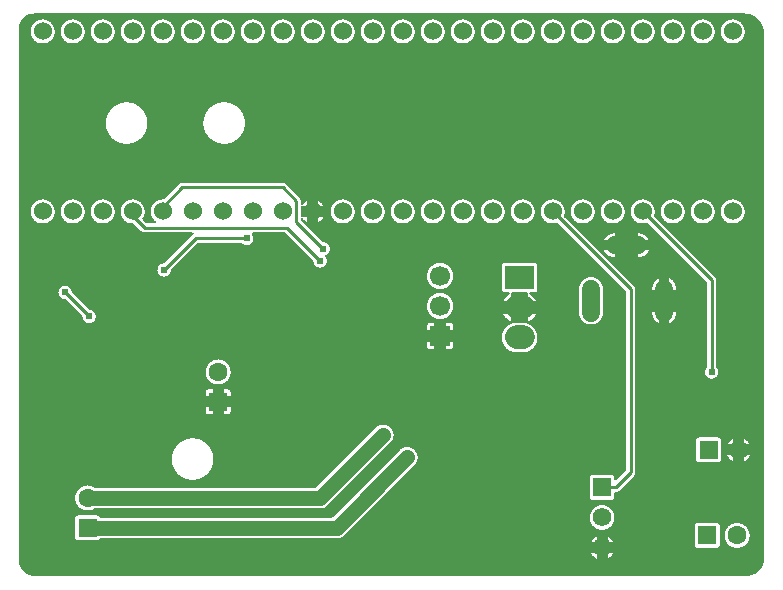
<source format=gbl>
G04 Layer: BottomLayer*
G04 EasyEDA v6.3.22, 2020-03-24T12:14:19+11:00*
G04 be55d0e875064f4eac6341afbdbda93d,8b00c40d607e4de580d566db1ee26a9b,10*
G04 Gerber Generator version 0.2*
G04 Scale: 100 percent, Rotated: No, Reflected: No *
G04 Dimensions in millimeters *
G04 leading zeros omitted , absolute positions ,3 integer and 3 decimal *
%FSLAX33Y33*%
%MOMM*%
G90*
G71D02*

%ADD10C,0.254000*%
%ADD11C,1.253998*%
%ADD12C,0.609600*%
%ADD18R,1.699997X1.699997*%
%ADD19C,1.699997*%
%ADD20C,1.524000*%
%ADD22R,1.599997X1.599997*%
%ADD23C,1.599997*%
%ADD24C,1.574800*%
%ADD25R,1.574800X1.574800*%
%ADD26C,1.999996*%
%ADD27C,1.499997*%

%LPD*%
G36*
G01X61722Y47876D02*
G01X1524Y47876D01*
G01X1473Y47875D01*
G01X1421Y47872D01*
G01X1371Y47867D01*
G01X1320Y47860D01*
G01X1270Y47851D01*
G01X1220Y47839D01*
G01X1171Y47826D01*
G01X1122Y47811D01*
G01X1074Y47794D01*
G01X980Y47754D01*
G01X935Y47731D01*
G01X890Y47706D01*
G01X846Y47680D01*
G01X762Y47622D01*
G01X722Y47590D01*
G01X683Y47557D01*
G01X646Y47522D01*
G01X610Y47486D01*
G01X575Y47449D01*
G01X542Y47410D01*
G01X510Y47370D01*
G01X452Y47286D01*
G01X426Y47242D01*
G01X401Y47197D01*
G01X378Y47152D01*
G01X338Y47058D01*
G01X321Y47010D01*
G01X306Y46961D01*
G01X293Y46912D01*
G01X281Y46862D01*
G01X272Y46812D01*
G01X265Y46761D01*
G01X260Y46711D01*
G01X257Y46659D01*
G01X256Y46609D01*
G01X256Y1651D01*
G01X257Y1597D01*
G01X260Y1544D01*
G01X265Y1490D01*
G01X272Y1438D01*
G01X281Y1385D01*
G01X293Y1333D01*
G01X306Y1281D01*
G01X321Y1230D01*
G01X338Y1179D01*
G01X357Y1129D01*
G01X378Y1080D01*
G01X401Y1032D01*
G01X425Y985D01*
G01X452Y938D01*
G01X480Y893D01*
G01X510Y848D01*
G01X542Y805D01*
G01X575Y764D01*
G01X610Y723D01*
G01X646Y684D01*
G01X684Y646D01*
G01X723Y610D01*
G01X764Y575D01*
G01X805Y542D01*
G01X848Y510D01*
G01X893Y480D01*
G01X938Y452D01*
G01X985Y425D01*
G01X1032Y401D01*
G01X1080Y378D01*
G01X1129Y357D01*
G01X1179Y338D01*
G01X1230Y321D01*
G01X1281Y306D01*
G01X1333Y293D01*
G01X1385Y281D01*
G01X1438Y272D01*
G01X1490Y265D01*
G01X1544Y260D01*
G01X1597Y257D01*
G01X1651Y256D01*
G01X61849Y256D01*
G01X61905Y257D01*
G01X61962Y260D01*
G01X62019Y266D01*
G01X62075Y273D01*
G01X62131Y282D01*
G01X62187Y294D01*
G01X62242Y308D01*
G01X62297Y324D01*
G01X62351Y341D01*
G01X62404Y361D01*
G01X62457Y383D01*
G01X62508Y407D01*
G01X62559Y432D01*
G01X62609Y460D01*
G01X62658Y489D01*
G01X62705Y520D01*
G01X62752Y553D01*
G01X62797Y588D01*
G01X62841Y624D01*
G01X62883Y662D01*
G01X62924Y702D01*
G01X62964Y743D01*
G01X63002Y785D01*
G01X63038Y829D01*
G01X63073Y874D01*
G01X63106Y921D01*
G01X63137Y968D01*
G01X63166Y1017D01*
G01X63194Y1067D01*
G01X63219Y1118D01*
G01X63243Y1169D01*
G01X63265Y1222D01*
G01X63285Y1275D01*
G01X63302Y1329D01*
G01X63318Y1384D01*
G01X63332Y1439D01*
G01X63344Y1495D01*
G01X63353Y1551D01*
G01X63360Y1607D01*
G01X63366Y1664D01*
G01X63369Y1721D01*
G01X63370Y1778D01*
G01X63370Y46228D01*
G01X63369Y46286D01*
G01X63366Y46345D01*
G01X63360Y46404D01*
G01X63353Y46462D01*
G01X63344Y46520D01*
G01X63332Y46578D01*
G01X63319Y46635D01*
G01X63303Y46692D01*
G01X63286Y46748D01*
G01X63266Y46804D01*
G01X63244Y46858D01*
G01X63221Y46912D01*
G01X63196Y46966D01*
G01X63168Y47017D01*
G01X63139Y47069D01*
G01X63108Y47119D01*
G01X63076Y47168D01*
G01X63041Y47216D01*
G01X63005Y47262D01*
G01X62967Y47307D01*
G01X62928Y47351D01*
G01X62887Y47393D01*
G01X62845Y47434D01*
G01X62801Y47473D01*
G01X62756Y47511D01*
G01X62710Y47547D01*
G01X62662Y47582D01*
G01X62613Y47614D01*
G01X62563Y47645D01*
G01X62511Y47674D01*
G01X62460Y47702D01*
G01X62406Y47727D01*
G01X62352Y47750D01*
G01X62298Y47772D01*
G01X62242Y47792D01*
G01X62186Y47809D01*
G01X62129Y47825D01*
G01X62072Y47838D01*
G01X62014Y47850D01*
G01X61956Y47859D01*
G01X61898Y47866D01*
G01X61839Y47872D01*
G01X61780Y47875D01*
G01X61722Y47876D01*
G37*

%LPC*%
G36*
G01X49199Y2209D02*
G01X48718Y2209D01*
G01X48739Y2168D01*
G01X48762Y2128D01*
G01X48787Y2089D01*
G01X48813Y2051D01*
G01X48841Y2014D01*
G01X48871Y1979D01*
G01X48902Y1945D01*
G01X48935Y1912D01*
G01X48969Y1881D01*
G01X49004Y1851D01*
G01X49041Y1823D01*
G01X49079Y1797D01*
G01X49118Y1772D01*
G01X49158Y1749D01*
G01X49199Y1728D01*
G01X49199Y2209D01*
G37*
G36*
G01X50595Y2209D02*
G01X50114Y2209D01*
G01X50114Y1728D01*
G01X50155Y1749D01*
G01X50195Y1772D01*
G01X50234Y1797D01*
G01X50272Y1823D01*
G01X50309Y1851D01*
G01X50344Y1881D01*
G01X50378Y1912D01*
G01X50411Y1945D01*
G01X50442Y1979D01*
G01X50472Y2014D01*
G01X50500Y2051D01*
G01X50526Y2089D01*
G01X50551Y2128D01*
G01X50574Y2168D01*
G01X50595Y2209D01*
G37*
G36*
G01X61134Y4738D02*
G01X61087Y4739D01*
G01X61039Y4738D01*
G01X60992Y4735D01*
G01X60945Y4729D01*
G01X60898Y4722D01*
G01X60851Y4713D01*
G01X60806Y4701D01*
G01X60760Y4687D01*
G01X60715Y4672D01*
G01X60671Y4654D01*
G01X60628Y4634D01*
G01X60586Y4613D01*
G01X60544Y4589D01*
G01X60504Y4564D01*
G01X60466Y4537D01*
G01X60428Y4509D01*
G01X60392Y4478D01*
G01X60357Y4446D01*
G01X60323Y4412D01*
G01X60291Y4377D01*
G01X60260Y4341D01*
G01X60232Y4303D01*
G01X60205Y4265D01*
G01X60180Y4225D01*
G01X60156Y4183D01*
G01X60135Y4141D01*
G01X60115Y4098D01*
G01X60097Y4054D01*
G01X60082Y4009D01*
G01X60068Y3963D01*
G01X60056Y3918D01*
G01X60047Y3871D01*
G01X60040Y3824D01*
G01X60034Y3777D01*
G01X60031Y3730D01*
G01X60030Y3683D01*
G01X60031Y3635D01*
G01X60034Y3588D01*
G01X60040Y3541D01*
G01X60047Y3494D01*
G01X60056Y3447D01*
G01X60068Y3402D01*
G01X60082Y3356D01*
G01X60097Y3311D01*
G01X60115Y3267D01*
G01X60135Y3224D01*
G01X60156Y3182D01*
G01X60180Y3140D01*
G01X60205Y3100D01*
G01X60232Y3062D01*
G01X60260Y3024D01*
G01X60291Y2988D01*
G01X60323Y2953D01*
G01X60357Y2919D01*
G01X60392Y2887D01*
G01X60428Y2856D01*
G01X60466Y2828D01*
G01X60504Y2801D01*
G01X60544Y2776D01*
G01X60586Y2752D01*
G01X60628Y2731D01*
G01X60671Y2711D01*
G01X60715Y2693D01*
G01X60760Y2678D01*
G01X60806Y2664D01*
G01X60851Y2652D01*
G01X60898Y2643D01*
G01X60945Y2636D01*
G01X60992Y2630D01*
G01X61039Y2627D01*
G01X61087Y2626D01*
G01X61134Y2627D01*
G01X61181Y2630D01*
G01X61228Y2636D01*
G01X61275Y2643D01*
G01X61322Y2652D01*
G01X61367Y2664D01*
G01X61413Y2678D01*
G01X61458Y2693D01*
G01X61502Y2711D01*
G01X61545Y2731D01*
G01X61587Y2752D01*
G01X61629Y2776D01*
G01X61669Y2801D01*
G01X61707Y2828D01*
G01X61745Y2856D01*
G01X61781Y2887D01*
G01X61816Y2919D01*
G01X61850Y2953D01*
G01X61882Y2988D01*
G01X61913Y3024D01*
G01X61941Y3062D01*
G01X61968Y3100D01*
G01X61993Y3140D01*
G01X62017Y3182D01*
G01X62038Y3224D01*
G01X62058Y3267D01*
G01X62076Y3311D01*
G01X62091Y3356D01*
G01X62105Y3402D01*
G01X62117Y3447D01*
G01X62126Y3494D01*
G01X62133Y3541D01*
G01X62139Y3588D01*
G01X62142Y3635D01*
G01X62143Y3683D01*
G01X62142Y3730D01*
G01X62139Y3777D01*
G01X62133Y3824D01*
G01X62126Y3871D01*
G01X62117Y3918D01*
G01X62105Y3963D01*
G01X62091Y4009D01*
G01X62076Y4054D01*
G01X62058Y4098D01*
G01X62038Y4141D01*
G01X62017Y4183D01*
G01X61993Y4225D01*
G01X61968Y4265D01*
G01X61941Y4303D01*
G01X61913Y4341D01*
G01X61882Y4377D01*
G01X61850Y4412D01*
G01X61816Y4446D01*
G01X61781Y4478D01*
G01X61745Y4509D01*
G01X61707Y4537D01*
G01X61669Y4564D01*
G01X61629Y4589D01*
G01X61587Y4613D01*
G01X61545Y4634D01*
G01X61502Y4654D01*
G01X61458Y4672D01*
G01X61413Y4687D01*
G01X61367Y4701D01*
G01X61322Y4713D01*
G01X61275Y4722D01*
G01X61228Y4729D01*
G01X61181Y4735D01*
G01X61134Y4738D01*
G37*
G36*
G01X59347Y4739D02*
G01X57746Y4739D01*
G01X57723Y4738D01*
G01X57699Y4735D01*
G01X57676Y4729D01*
G01X57654Y4722D01*
G01X57632Y4712D01*
G01X57611Y4701D01*
G01X57592Y4687D01*
G01X57574Y4672D01*
G01X57557Y4655D01*
G01X57542Y4637D01*
G01X57528Y4618D01*
G01X57517Y4597D01*
G01X57507Y4575D01*
G01X57500Y4553D01*
G01X57494Y4530D01*
G01X57491Y4506D01*
G01X57490Y4483D01*
G01X57490Y2882D01*
G01X57491Y2859D01*
G01X57494Y2835D01*
G01X57500Y2812D01*
G01X57507Y2790D01*
G01X57517Y2768D01*
G01X57528Y2747D01*
G01X57542Y2728D01*
G01X57557Y2710D01*
G01X57574Y2693D01*
G01X57592Y2678D01*
G01X57611Y2664D01*
G01X57632Y2653D01*
G01X57654Y2643D01*
G01X57676Y2636D01*
G01X57699Y2630D01*
G01X57723Y2627D01*
G01X57746Y2626D01*
G01X59347Y2626D01*
G01X59370Y2627D01*
G01X59394Y2630D01*
G01X59417Y2636D01*
G01X59439Y2643D01*
G01X59461Y2653D01*
G01X59482Y2664D01*
G01X59501Y2678D01*
G01X59519Y2693D01*
G01X59536Y2710D01*
G01X59551Y2728D01*
G01X59565Y2747D01*
G01X59576Y2768D01*
G01X59586Y2790D01*
G01X59593Y2812D01*
G01X59599Y2835D01*
G01X59602Y2859D01*
G01X59603Y2882D01*
G01X59603Y4483D01*
G01X59602Y4506D01*
G01X59599Y4530D01*
G01X59593Y4553D01*
G01X59586Y4575D01*
G01X59576Y4597D01*
G01X59565Y4618D01*
G01X59551Y4637D01*
G01X59536Y4655D01*
G01X59519Y4672D01*
G01X59501Y4687D01*
G01X59482Y4701D01*
G01X59461Y4712D01*
G01X59439Y4722D01*
G01X59417Y4729D01*
G01X59394Y4735D01*
G01X59370Y4738D01*
G01X59347Y4739D01*
G37*
G36*
G01X50155Y3584D02*
G01X50114Y3605D01*
G01X50114Y3124D01*
G01X50595Y3124D01*
G01X50574Y3165D01*
G01X50551Y3205D01*
G01X50526Y3244D01*
G01X50500Y3282D01*
G01X50472Y3319D01*
G01X50442Y3354D01*
G01X50411Y3388D01*
G01X50378Y3421D01*
G01X50344Y3452D01*
G01X50309Y3482D01*
G01X50272Y3510D01*
G01X50234Y3536D01*
G01X50195Y3561D01*
G01X50155Y3584D01*
G37*
G36*
G01X49199Y3124D02*
G01X49199Y3605D01*
G01X49158Y3584D01*
G01X49118Y3561D01*
G01X49079Y3536D01*
G01X49041Y3510D01*
G01X49004Y3482D01*
G01X48969Y3452D01*
G01X48935Y3421D01*
G01X48902Y3388D01*
G01X48871Y3354D01*
G01X48841Y3319D01*
G01X48813Y3282D01*
G01X48787Y3244D01*
G01X48762Y3205D01*
G01X48739Y3165D01*
G01X48718Y3124D01*
G01X49199Y3124D01*
G37*
G36*
G01X33190Y11169D02*
G01X33147Y11170D01*
G01X33103Y11169D01*
G01X33060Y11166D01*
G01X33017Y11160D01*
G01X32974Y11153D01*
G01X32932Y11143D01*
G01X32890Y11132D01*
G01X32849Y11119D01*
G01X32808Y11103D01*
G01X32769Y11085D01*
G01X32730Y11066D01*
G01X32692Y11044D01*
G01X32656Y11021D01*
G01X32620Y10996D01*
G01X32586Y10969D01*
G01X32553Y10941D01*
G01X32522Y10911D01*
G01X26841Y5231D01*
G01X26829Y5220D01*
G01X26816Y5212D01*
G01X26801Y5206D01*
G01X26785Y5202D01*
G01X26770Y5201D01*
G01X7202Y5201D01*
G01X7187Y5202D01*
G01X7172Y5205D01*
G01X7159Y5211D01*
G01X7146Y5218D01*
G01X7134Y5227D01*
G01X7124Y5238D01*
G01X7115Y5250D01*
G01X7102Y5270D01*
G01X7087Y5289D01*
G01X7070Y5306D01*
G01X7052Y5321D01*
G01X7032Y5335D01*
G01X7011Y5347D01*
G01X6989Y5356D01*
G01X6966Y5364D01*
G01X6943Y5370D01*
G01X6919Y5373D01*
G01X6896Y5374D01*
G01X5295Y5374D01*
G01X5272Y5373D01*
G01X5248Y5370D01*
G01X5225Y5364D01*
G01X5203Y5357D01*
G01X5181Y5347D01*
G01X5160Y5336D01*
G01X5141Y5322D01*
G01X5123Y5307D01*
G01X5106Y5290D01*
G01X5091Y5272D01*
G01X5077Y5253D01*
G01X5066Y5232D01*
G01X5056Y5210D01*
G01X5049Y5188D01*
G01X5043Y5165D01*
G01X5040Y5141D01*
G01X5039Y5118D01*
G01X5039Y3517D01*
G01X5040Y3494D01*
G01X5043Y3470D01*
G01X5049Y3447D01*
G01X5056Y3425D01*
G01X5066Y3403D01*
G01X5077Y3382D01*
G01X5091Y3363D01*
G01X5106Y3345D01*
G01X5123Y3328D01*
G01X5141Y3313D01*
G01X5160Y3299D01*
G01X5181Y3288D01*
G01X5203Y3278D01*
G01X5225Y3271D01*
G01X5248Y3265D01*
G01X5272Y3262D01*
G01X5295Y3261D01*
G01X6896Y3261D01*
G01X6919Y3262D01*
G01X6943Y3265D01*
G01X6966Y3271D01*
G01X6989Y3279D01*
G01X7011Y3288D01*
G01X7032Y3300D01*
G01X7052Y3314D01*
G01X7070Y3329D01*
G01X7087Y3346D01*
G01X7102Y3365D01*
G01X7115Y3385D01*
G01X7124Y3397D01*
G01X7134Y3408D01*
G01X7146Y3417D01*
G01X7159Y3424D01*
G01X7172Y3430D01*
G01X7187Y3433D01*
G01X7202Y3434D01*
G01X27178Y3434D01*
G01X27221Y3435D01*
G01X27264Y3438D01*
G01X27307Y3444D01*
G01X27350Y3451D01*
G01X27392Y3461D01*
G01X27434Y3472D01*
G01X27475Y3485D01*
G01X27516Y3501D01*
G01X27555Y3519D01*
G01X27594Y3538D01*
G01X27632Y3560D01*
G01X27668Y3583D01*
G01X27704Y3608D01*
G01X27738Y3635D01*
G01X27771Y3663D01*
G01X27802Y3693D01*
G01X33771Y9662D01*
G01X33801Y9693D01*
G01X33829Y9726D01*
G01X33856Y9760D01*
G01X33881Y9796D01*
G01X33904Y9832D01*
G01X33926Y9870D01*
G01X33945Y9909D01*
G01X33963Y9948D01*
G01X33979Y9989D01*
G01X33992Y10030D01*
G01X34003Y10072D01*
G01X34013Y10114D01*
G01X34020Y10157D01*
G01X34026Y10200D01*
G01X34029Y10243D01*
G01X34030Y10287D01*
G01X34029Y10330D01*
G01X34026Y10373D01*
G01X34020Y10416D01*
G01X34013Y10459D01*
G01X34003Y10501D01*
G01X33992Y10543D01*
G01X33979Y10584D01*
G01X33963Y10625D01*
G01X33945Y10664D01*
G01X33926Y10703D01*
G01X33904Y10741D01*
G01X33881Y10777D01*
G01X33856Y10813D01*
G01X33829Y10847D01*
G01X33801Y10880D01*
G01X33771Y10911D01*
G01X33740Y10941D01*
G01X33707Y10969D01*
G01X33673Y10996D01*
G01X33637Y11021D01*
G01X33601Y11044D01*
G01X33563Y11066D01*
G01X33524Y11085D01*
G01X33485Y11103D01*
G01X33444Y11119D01*
G01X33403Y11132D01*
G01X33361Y11143D01*
G01X33319Y11153D01*
G01X33276Y11160D01*
G01X33233Y11166D01*
G01X33190Y11169D01*
G37*
G36*
G01X49703Y6249D02*
G01X49657Y6250D01*
G01X49610Y6249D01*
G01X49563Y6246D01*
G01X49516Y6241D01*
G01X49470Y6234D01*
G01X49424Y6224D01*
G01X49379Y6213D01*
G01X49334Y6199D01*
G01X49290Y6184D01*
G01X49246Y6167D01*
G01X49203Y6147D01*
G01X49162Y6126D01*
G01X49121Y6103D01*
G01X49081Y6078D01*
G01X49043Y6051D01*
G01X49006Y6023D01*
G01X48970Y5993D01*
G01X48935Y5961D01*
G01X48902Y5928D01*
G01X48870Y5893D01*
G01X48840Y5857D01*
G01X48812Y5820D01*
G01X48785Y5782D01*
G01X48760Y5742D01*
G01X48737Y5701D01*
G01X48716Y5660D01*
G01X48696Y5617D01*
G01X48679Y5573D01*
G01X48664Y5529D01*
G01X48650Y5484D01*
G01X48639Y5439D01*
G01X48629Y5393D01*
G01X48622Y5347D01*
G01X48617Y5300D01*
G01X48614Y5253D01*
G01X48613Y5207D01*
G01X48614Y5160D01*
G01X48617Y5113D01*
G01X48622Y5066D01*
G01X48629Y5020D01*
G01X48639Y4974D01*
G01X48650Y4929D01*
G01X48664Y4884D01*
G01X48679Y4840D01*
G01X48696Y4796D01*
G01X48716Y4753D01*
G01X48737Y4712D01*
G01X48760Y4671D01*
G01X48785Y4631D01*
G01X48812Y4593D01*
G01X48840Y4556D01*
G01X48870Y4520D01*
G01X48902Y4485D01*
G01X48935Y4452D01*
G01X48970Y4420D01*
G01X49006Y4390D01*
G01X49043Y4362D01*
G01X49081Y4335D01*
G01X49121Y4310D01*
G01X49162Y4287D01*
G01X49203Y4266D01*
G01X49246Y4246D01*
G01X49290Y4229D01*
G01X49334Y4214D01*
G01X49379Y4200D01*
G01X49424Y4189D01*
G01X49470Y4179D01*
G01X49516Y4172D01*
G01X49563Y4167D01*
G01X49610Y4164D01*
G01X49657Y4163D01*
G01X49703Y4164D01*
G01X49750Y4167D01*
G01X49797Y4172D01*
G01X49843Y4179D01*
G01X49889Y4189D01*
G01X49934Y4200D01*
G01X49979Y4214D01*
G01X50023Y4229D01*
G01X50067Y4246D01*
G01X50110Y4266D01*
G01X50151Y4287D01*
G01X50192Y4310D01*
G01X50232Y4335D01*
G01X50270Y4362D01*
G01X50307Y4390D01*
G01X50343Y4420D01*
G01X50378Y4452D01*
G01X50411Y4485D01*
G01X50443Y4520D01*
G01X50473Y4556D01*
G01X50501Y4593D01*
G01X50528Y4631D01*
G01X50553Y4671D01*
G01X50576Y4712D01*
G01X50597Y4753D01*
G01X50617Y4796D01*
G01X50634Y4840D01*
G01X50649Y4884D01*
G01X50663Y4929D01*
G01X50674Y4974D01*
G01X50684Y5020D01*
G01X50691Y5066D01*
G01X50696Y5113D01*
G01X50699Y5160D01*
G01X50700Y5207D01*
G01X50699Y5253D01*
G01X50696Y5300D01*
G01X50691Y5347D01*
G01X50684Y5393D01*
G01X50674Y5439D01*
G01X50663Y5484D01*
G01X50649Y5529D01*
G01X50634Y5573D01*
G01X50617Y5617D01*
G01X50597Y5660D01*
G01X50576Y5701D01*
G01X50553Y5742D01*
G01X50528Y5782D01*
G01X50501Y5820D01*
G01X50473Y5857D01*
G01X50443Y5893D01*
G01X50411Y5928D01*
G01X50378Y5961D01*
G01X50343Y5993D01*
G01X50307Y6023D01*
G01X50270Y6051D01*
G01X50232Y6078D01*
G01X50192Y6103D01*
G01X50151Y6126D01*
G01X50110Y6147D01*
G01X50067Y6167D01*
G01X50023Y6184D01*
G01X49979Y6199D01*
G01X49934Y6213D01*
G01X49889Y6224D01*
G01X49843Y6234D01*
G01X49797Y6241D01*
G01X49750Y6246D01*
G01X49703Y6249D01*
G37*
G36*
G01X31158Y13074D02*
G01X31115Y13075D01*
G01X31071Y13074D01*
G01X31028Y13071D01*
G01X30985Y13065D01*
G01X30942Y13058D01*
G01X30900Y13048D01*
G01X30858Y13037D01*
G01X30817Y13024D01*
G01X30776Y13008D01*
G01X30737Y12990D01*
G01X30698Y12971D01*
G01X30660Y12949D01*
G01X30624Y12926D01*
G01X30588Y12901D01*
G01X30554Y12874D01*
G01X30521Y12846D01*
G01X30490Y12816D01*
G01X25444Y7771D01*
G01X25432Y7760D01*
G01X25419Y7752D01*
G01X25404Y7746D01*
G01X25388Y7742D01*
G01X25373Y7741D01*
G01X6705Y7741D01*
G01X6686Y7743D01*
G01X6668Y7748D01*
G01X6651Y7756D01*
G01X6609Y7781D01*
G01X6566Y7803D01*
G01X6522Y7824D01*
G01X6477Y7843D01*
G01X6431Y7859D01*
G01X6384Y7874D01*
G01X6337Y7886D01*
G01X6290Y7896D01*
G01X6241Y7904D01*
G01X6193Y7910D01*
G01X6144Y7913D01*
G01X6096Y7914D01*
G01X6048Y7913D01*
G01X6001Y7910D01*
G01X5954Y7904D01*
G01X5907Y7897D01*
G01X5860Y7888D01*
G01X5815Y7876D01*
G01X5769Y7862D01*
G01X5724Y7847D01*
G01X5680Y7829D01*
G01X5637Y7809D01*
G01X5595Y7788D01*
G01X5553Y7764D01*
G01X5513Y7739D01*
G01X5475Y7712D01*
G01X5437Y7684D01*
G01X5401Y7653D01*
G01X5366Y7621D01*
G01X5332Y7587D01*
G01X5300Y7552D01*
G01X5269Y7516D01*
G01X5241Y7478D01*
G01X5214Y7440D01*
G01X5189Y7400D01*
G01X5165Y7358D01*
G01X5144Y7316D01*
G01X5124Y7273D01*
G01X5106Y7229D01*
G01X5091Y7184D01*
G01X5077Y7138D01*
G01X5065Y7093D01*
G01X5056Y7046D01*
G01X5049Y6999D01*
G01X5043Y6952D01*
G01X5040Y6905D01*
G01X5039Y6858D01*
G01X5040Y6810D01*
G01X5043Y6763D01*
G01X5049Y6716D01*
G01X5056Y6669D01*
G01X5065Y6622D01*
G01X5077Y6577D01*
G01X5091Y6531D01*
G01X5106Y6486D01*
G01X5124Y6442D01*
G01X5144Y6399D01*
G01X5165Y6357D01*
G01X5189Y6315D01*
G01X5214Y6275D01*
G01X5241Y6237D01*
G01X5269Y6199D01*
G01X5300Y6163D01*
G01X5332Y6128D01*
G01X5366Y6094D01*
G01X5401Y6062D01*
G01X5437Y6031D01*
G01X5475Y6003D01*
G01X5513Y5976D01*
G01X5553Y5951D01*
G01X5595Y5927D01*
G01X5637Y5906D01*
G01X5680Y5886D01*
G01X5724Y5868D01*
G01X5769Y5853D01*
G01X5815Y5839D01*
G01X5860Y5827D01*
G01X5907Y5818D01*
G01X5954Y5811D01*
G01X6001Y5805D01*
G01X6048Y5802D01*
G01X6096Y5801D01*
G01X6144Y5802D01*
G01X6193Y5805D01*
G01X6241Y5811D01*
G01X6290Y5819D01*
G01X6337Y5829D01*
G01X6384Y5841D01*
G01X6431Y5856D01*
G01X6477Y5872D01*
G01X6522Y5891D01*
G01X6566Y5912D01*
G01X6609Y5934D01*
G01X6651Y5959D01*
G01X6668Y5967D01*
G01X6686Y5972D01*
G01X6705Y5974D01*
G01X25781Y5974D01*
G01X25824Y5975D01*
G01X25867Y5978D01*
G01X25910Y5984D01*
G01X25953Y5991D01*
G01X25995Y6001D01*
G01X26037Y6012D01*
G01X26078Y6025D01*
G01X26119Y6041D01*
G01X26158Y6059D01*
G01X26197Y6078D01*
G01X26235Y6100D01*
G01X26271Y6123D01*
G01X26307Y6148D01*
G01X26341Y6175D01*
G01X26374Y6203D01*
G01X26405Y6233D01*
G01X31739Y11567D01*
G01X31769Y11598D01*
G01X31797Y11631D01*
G01X31824Y11665D01*
G01X31849Y11701D01*
G01X31872Y11737D01*
G01X31894Y11775D01*
G01X31913Y11814D01*
G01X31931Y11853D01*
G01X31947Y11894D01*
G01X31960Y11935D01*
G01X31971Y11977D01*
G01X31981Y12019D01*
G01X31988Y12062D01*
G01X31994Y12105D01*
G01X31997Y12148D01*
G01X31998Y12192D01*
G01X31997Y12235D01*
G01X31994Y12278D01*
G01X31988Y12321D01*
G01X31981Y12364D01*
G01X31971Y12406D01*
G01X31960Y12448D01*
G01X31947Y12489D01*
G01X31931Y12530D01*
G01X31913Y12569D01*
G01X31894Y12608D01*
G01X31872Y12646D01*
G01X31849Y12682D01*
G01X31824Y12718D01*
G01X31797Y12752D01*
G01X31769Y12785D01*
G01X31739Y12816D01*
G01X31708Y12846D01*
G01X31675Y12874D01*
G01X31641Y12901D01*
G01X31605Y12926D01*
G01X31569Y12949D01*
G01X31531Y12971D01*
G01X31492Y12990D01*
G01X31453Y13008D01*
G01X31412Y13024D01*
G01X31371Y13037D01*
G01X31329Y13048D01*
G01X31287Y13058D01*
G01X31244Y13065D01*
G01X31201Y13071D01*
G01X31158Y13074D01*
G37*
G36*
G01X45511Y32132D02*
G01X45466Y32133D01*
G01X45420Y32132D01*
G01X45374Y32129D01*
G01X45329Y32124D01*
G01X45284Y32117D01*
G01X45239Y32108D01*
G01X45195Y32096D01*
G01X45151Y32083D01*
G01X45107Y32068D01*
G01X45065Y32051D01*
G01X45024Y32032D01*
G01X44983Y32012D01*
G01X44943Y31989D01*
G01X44904Y31964D01*
G01X44867Y31938D01*
G01X44831Y31911D01*
G01X44795Y31882D01*
G01X44761Y31851D01*
G01X44729Y31819D01*
G01X44698Y31785D01*
G01X44669Y31750D01*
G01X44642Y31713D01*
G01X44616Y31676D01*
G01X44591Y31637D01*
G01X44568Y31597D01*
G01X44548Y31556D01*
G01X44529Y31515D01*
G01X44512Y31473D01*
G01X44497Y31429D01*
G01X44484Y31385D01*
G01X44472Y31341D01*
G01X44463Y31296D01*
G01X44456Y31251D01*
G01X44451Y31206D01*
G01X44448Y31160D01*
G01X44447Y31115D01*
G01X44448Y31069D01*
G01X44451Y31023D01*
G01X44456Y30978D01*
G01X44463Y30933D01*
G01X44472Y30888D01*
G01X44484Y30844D01*
G01X44497Y30800D01*
G01X44512Y30756D01*
G01X44529Y30714D01*
G01X44548Y30673D01*
G01X44568Y30632D01*
G01X44591Y30592D01*
G01X44616Y30553D01*
G01X44642Y30516D01*
G01X44669Y30480D01*
G01X44698Y30444D01*
G01X44729Y30410D01*
G01X44761Y30378D01*
G01X44795Y30347D01*
G01X44831Y30318D01*
G01X44867Y30291D01*
G01X44904Y30265D01*
G01X44943Y30240D01*
G01X44983Y30217D01*
G01X45024Y30197D01*
G01X45065Y30178D01*
G01X45107Y30161D01*
G01X45151Y30146D01*
G01X45195Y30133D01*
G01X45239Y30121D01*
G01X45284Y30112D01*
G01X45329Y30105D01*
G01X45374Y30100D01*
G01X45420Y30097D01*
G01X45466Y30096D01*
G01X45515Y30097D01*
G01X45564Y30101D01*
G01X45612Y30107D01*
G01X45661Y30115D01*
G01X45709Y30125D01*
G01X45756Y30138D01*
G01X45803Y30153D01*
G01X45819Y30158D01*
G01X45836Y30159D01*
G01X45852Y30158D01*
G01X45868Y30154D01*
G01X45883Y30148D01*
G01X45896Y30140D01*
G01X45908Y30129D01*
G01X51656Y24381D01*
G01X51667Y24369D01*
G01X51675Y24356D01*
G01X51681Y24341D01*
G01X51685Y24326D01*
G01X51686Y24309D01*
G01X51686Y9218D01*
G01X51685Y9201D01*
G01X51681Y9186D01*
G01X51675Y9171D01*
G01X51667Y9158D01*
G01X51656Y9146D01*
G01X50874Y8363D01*
G01X50862Y8353D01*
G01X50848Y8344D01*
G01X50834Y8338D01*
G01X50818Y8335D01*
G01X50802Y8334D01*
G01X50788Y8335D01*
G01X50774Y8338D01*
G01X50760Y8343D01*
G01X50747Y8349D01*
G01X50735Y8358D01*
G01X50725Y8369D01*
G01X50717Y8380D01*
G01X50710Y8393D01*
G01X50705Y8406D01*
G01X50701Y8421D01*
G01X50700Y8435D01*
G01X50700Y8534D01*
G01X50699Y8558D01*
G01X50696Y8581D01*
G01X50691Y8604D01*
G01X50683Y8626D01*
G01X50674Y8648D01*
G01X50662Y8669D01*
G01X50649Y8688D01*
G01X50633Y8707D01*
G01X50617Y8723D01*
G01X50598Y8739D01*
G01X50579Y8752D01*
G01X50558Y8764D01*
G01X50536Y8773D01*
G01X50514Y8781D01*
G01X50491Y8786D01*
G01X50468Y8789D01*
G01X50444Y8790D01*
G01X48869Y8790D01*
G01X48845Y8789D01*
G01X48822Y8786D01*
G01X48799Y8781D01*
G01X48777Y8773D01*
G01X48755Y8764D01*
G01X48734Y8752D01*
G01X48715Y8739D01*
G01X48696Y8723D01*
G01X48680Y8707D01*
G01X48664Y8688D01*
G01X48651Y8669D01*
G01X48639Y8648D01*
G01X48630Y8626D01*
G01X48622Y8604D01*
G01X48617Y8581D01*
G01X48614Y8558D01*
G01X48613Y8534D01*
G01X48613Y6959D01*
G01X48614Y6935D01*
G01X48617Y6912D01*
G01X48622Y6889D01*
G01X48630Y6867D01*
G01X48639Y6845D01*
G01X48651Y6824D01*
G01X48664Y6805D01*
G01X48680Y6786D01*
G01X48696Y6770D01*
G01X48715Y6754D01*
G01X48734Y6741D01*
G01X48755Y6729D01*
G01X48777Y6720D01*
G01X48799Y6712D01*
G01X48822Y6707D01*
G01X48845Y6704D01*
G01X48869Y6703D01*
G01X50444Y6703D01*
G01X50468Y6704D01*
G01X50491Y6707D01*
G01X50514Y6712D01*
G01X50536Y6720D01*
G01X50558Y6729D01*
G01X50579Y6741D01*
G01X50598Y6754D01*
G01X50617Y6770D01*
G01X50633Y6786D01*
G01X50649Y6805D01*
G01X50662Y6824D01*
G01X50674Y6845D01*
G01X50683Y6867D01*
G01X50691Y6889D01*
G01X50696Y6912D01*
G01X50699Y6935D01*
G01X50700Y6959D01*
G01X50700Y7261D01*
G01X50701Y7276D01*
G01X50705Y7290D01*
G01X50710Y7304D01*
G01X50717Y7316D01*
G01X50725Y7328D01*
G01X50735Y7338D01*
G01X50747Y7347D01*
G01X50759Y7354D01*
G01X50773Y7359D01*
G01X50787Y7362D01*
G01X50802Y7363D01*
G01X50832Y7364D01*
G01X50861Y7368D01*
G01X50890Y7374D01*
G01X50919Y7382D01*
G01X50947Y7392D01*
G01X50974Y7405D01*
G01X51000Y7420D01*
G01X51025Y7437D01*
G01X51049Y7455D01*
G01X51071Y7475D01*
G01X52341Y8745D01*
G01X52361Y8768D01*
G01X52380Y8791D01*
G01X52397Y8816D01*
G01X52411Y8842D01*
G01X52424Y8870D01*
G01X52434Y8898D01*
G01X52442Y8927D01*
G01X52448Y8957D01*
G01X52452Y8987D01*
G01X52453Y9017D01*
G01X52453Y24511D01*
G01X52452Y24540D01*
G01X52448Y24570D01*
G01X52442Y24600D01*
G01X52434Y24629D01*
G01X52424Y24657D01*
G01X52411Y24685D01*
G01X52397Y24711D01*
G01X52380Y24736D01*
G01X52361Y24759D01*
G01X52341Y24782D01*
G01X46451Y30672D01*
G01X46440Y30684D01*
G01X46432Y30697D01*
G01X46426Y30712D01*
G01X46422Y30728D01*
G01X46421Y30744D01*
G01X46422Y30761D01*
G01X46427Y30777D01*
G01X46442Y30824D01*
G01X46455Y30871D01*
G01X46465Y30919D01*
G01X46473Y30968D01*
G01X46479Y31016D01*
G01X46483Y31065D01*
G01X46484Y31115D01*
G01X46483Y31160D01*
G01X46480Y31206D01*
G01X46475Y31251D01*
G01X46468Y31296D01*
G01X46459Y31341D01*
G01X46447Y31385D01*
G01X46434Y31429D01*
G01X46419Y31473D01*
G01X46402Y31515D01*
G01X46383Y31556D01*
G01X46363Y31597D01*
G01X46340Y31637D01*
G01X46315Y31676D01*
G01X46289Y31713D01*
G01X46262Y31750D01*
G01X46233Y31785D01*
G01X46202Y31819D01*
G01X46170Y31851D01*
G01X46136Y31882D01*
G01X46101Y31911D01*
G01X46064Y31938D01*
G01X46027Y31964D01*
G01X45988Y31989D01*
G01X45948Y32012D01*
G01X45907Y32032D01*
G01X45866Y32051D01*
G01X45824Y32068D01*
G01X45780Y32083D01*
G01X45736Y32096D01*
G01X45692Y32108D01*
G01X45647Y32117D01*
G01X45602Y32124D01*
G01X45557Y32129D01*
G01X45511Y32132D01*
G37*
G36*
G01X15045Y11915D02*
G01X14986Y11916D01*
G01X14926Y11915D01*
G01X14866Y11912D01*
G01X14806Y11907D01*
G01X14746Y11900D01*
G01X14687Y11890D01*
G01X14628Y11879D01*
G01X14569Y11866D01*
G01X14512Y11851D01*
G01X14454Y11834D01*
G01X14397Y11815D01*
G01X14341Y11794D01*
G01X14285Y11770D01*
G01X14231Y11746D01*
G01X14177Y11719D01*
G01X14124Y11691D01*
G01X14073Y11660D01*
G01X14022Y11628D01*
G01X13973Y11595D01*
G01X13924Y11559D01*
G01X13877Y11522D01*
G01X13831Y11483D01*
G01X13787Y11443D01*
G01X13743Y11402D01*
G01X13702Y11358D01*
G01X13662Y11314D01*
G01X13623Y11268D01*
G01X13586Y11221D01*
G01X13550Y11172D01*
G01X13517Y11123D01*
G01X13485Y11072D01*
G01X13454Y11021D01*
G01X13426Y10968D01*
G01X13399Y10914D01*
G01X13375Y10860D01*
G01X13351Y10804D01*
G01X13330Y10748D01*
G01X13311Y10691D01*
G01X13294Y10633D01*
G01X13279Y10576D01*
G01X13266Y10517D01*
G01X13255Y10458D01*
G01X13245Y10399D01*
G01X13238Y10339D01*
G01X13233Y10279D01*
G01X13230Y10219D01*
G01X13229Y10160D01*
G01X13230Y10100D01*
G01X13233Y10040D01*
G01X13238Y9980D01*
G01X13245Y9920D01*
G01X13255Y9861D01*
G01X13266Y9802D01*
G01X13279Y9743D01*
G01X13294Y9686D01*
G01X13311Y9628D01*
G01X13330Y9571D01*
G01X13351Y9515D01*
G01X13375Y9459D01*
G01X13399Y9405D01*
G01X13426Y9351D01*
G01X13454Y9298D01*
G01X13485Y9247D01*
G01X13517Y9196D01*
G01X13550Y9147D01*
G01X13586Y9098D01*
G01X13623Y9051D01*
G01X13662Y9005D01*
G01X13702Y8961D01*
G01X13743Y8917D01*
G01X13787Y8876D01*
G01X13831Y8836D01*
G01X13877Y8797D01*
G01X13924Y8760D01*
G01X13973Y8724D01*
G01X14022Y8691D01*
G01X14073Y8659D01*
G01X14124Y8628D01*
G01X14177Y8600D01*
G01X14231Y8573D01*
G01X14285Y8549D01*
G01X14341Y8525D01*
G01X14397Y8504D01*
G01X14454Y8485D01*
G01X14512Y8468D01*
G01X14569Y8453D01*
G01X14628Y8440D01*
G01X14687Y8429D01*
G01X14746Y8419D01*
G01X14806Y8412D01*
G01X14866Y8407D01*
G01X14926Y8404D01*
G01X14986Y8403D01*
G01X15045Y8404D01*
G01X15105Y8407D01*
G01X15165Y8412D01*
G01X15225Y8419D01*
G01X15284Y8429D01*
G01X15343Y8440D01*
G01X15402Y8453D01*
G01X15459Y8468D01*
G01X15517Y8485D01*
G01X15574Y8504D01*
G01X15630Y8525D01*
G01X15686Y8549D01*
G01X15740Y8573D01*
G01X15794Y8600D01*
G01X15847Y8628D01*
G01X15898Y8659D01*
G01X15949Y8691D01*
G01X15998Y8724D01*
G01X16047Y8760D01*
G01X16094Y8797D01*
G01X16140Y8836D01*
G01X16184Y8876D01*
G01X16228Y8917D01*
G01X16269Y8961D01*
G01X16309Y9005D01*
G01X16348Y9051D01*
G01X16385Y9098D01*
G01X16421Y9147D01*
G01X16454Y9196D01*
G01X16486Y9247D01*
G01X16517Y9298D01*
G01X16545Y9351D01*
G01X16572Y9405D01*
G01X16596Y9459D01*
G01X16620Y9515D01*
G01X16641Y9571D01*
G01X16660Y9628D01*
G01X16677Y9686D01*
G01X16692Y9743D01*
G01X16705Y9802D01*
G01X16716Y9861D01*
G01X16726Y9920D01*
G01X16733Y9980D01*
G01X16738Y10040D01*
G01X16741Y10100D01*
G01X16742Y10160D01*
G01X16741Y10219D01*
G01X16738Y10279D01*
G01X16733Y10339D01*
G01X16726Y10399D01*
G01X16716Y10458D01*
G01X16705Y10517D01*
G01X16692Y10576D01*
G01X16677Y10633D01*
G01X16660Y10691D01*
G01X16641Y10748D01*
G01X16620Y10804D01*
G01X16596Y10860D01*
G01X16572Y10914D01*
G01X16545Y10968D01*
G01X16517Y11021D01*
G01X16486Y11072D01*
G01X16454Y11123D01*
G01X16421Y11172D01*
G01X16385Y11221D01*
G01X16348Y11268D01*
G01X16309Y11314D01*
G01X16269Y11358D01*
G01X16228Y11402D01*
G01X16184Y11443D01*
G01X16140Y11483D01*
G01X16094Y11522D01*
G01X16047Y11559D01*
G01X15998Y11595D01*
G01X15949Y11628D01*
G01X15898Y11660D01*
G01X15847Y11691D01*
G01X15794Y11719D01*
G01X15740Y11746D01*
G01X15686Y11770D01*
G01X15630Y11794D01*
G01X15574Y11815D01*
G01X15517Y11834D01*
G01X15459Y11851D01*
G01X15402Y11866D01*
G01X15343Y11879D01*
G01X15284Y11890D01*
G01X15225Y11900D01*
G01X15165Y11907D01*
G01X15105Y11912D01*
G01X15045Y11915D01*
G37*
G36*
G01X59474Y11978D02*
G01X57873Y11978D01*
G01X57850Y11977D01*
G01X57826Y11974D01*
G01X57803Y11968D01*
G01X57781Y11961D01*
G01X57759Y11951D01*
G01X57738Y11940D01*
G01X57719Y11926D01*
G01X57701Y11911D01*
G01X57684Y11894D01*
G01X57669Y11876D01*
G01X57655Y11857D01*
G01X57644Y11836D01*
G01X57634Y11814D01*
G01X57627Y11792D01*
G01X57621Y11769D01*
G01X57618Y11745D01*
G01X57617Y11722D01*
G01X57617Y10121D01*
G01X57618Y10098D01*
G01X57621Y10074D01*
G01X57627Y10051D01*
G01X57634Y10029D01*
G01X57644Y10007D01*
G01X57655Y9986D01*
G01X57669Y9967D01*
G01X57684Y9949D01*
G01X57701Y9932D01*
G01X57719Y9917D01*
G01X57738Y9903D01*
G01X57759Y9892D01*
G01X57781Y9882D01*
G01X57803Y9875D01*
G01X57826Y9869D01*
G01X57850Y9866D01*
G01X57873Y9865D01*
G01X59474Y9865D01*
G01X59497Y9866D01*
G01X59521Y9869D01*
G01X59544Y9875D01*
G01X59566Y9882D01*
G01X59588Y9892D01*
G01X59609Y9903D01*
G01X59628Y9917D01*
G01X59646Y9932D01*
G01X59663Y9949D01*
G01X59678Y9967D01*
G01X59692Y9986D01*
G01X59703Y10007D01*
G01X59713Y10029D01*
G01X59720Y10051D01*
G01X59726Y10074D01*
G01X59729Y10098D01*
G01X59730Y10121D01*
G01X59730Y11722D01*
G01X59729Y11745D01*
G01X59726Y11769D01*
G01X59720Y11792D01*
G01X59713Y11814D01*
G01X59703Y11836D01*
G01X59692Y11857D01*
G01X59678Y11876D01*
G01X59663Y11894D01*
G01X59646Y11911D01*
G01X59628Y11926D01*
G01X59609Y11940D01*
G01X59588Y11951D01*
G01X59566Y11961D01*
G01X59544Y11968D01*
G01X59521Y11974D01*
G01X59497Y11977D01*
G01X59474Y11978D01*
G37*
G36*
G01X60750Y10458D02*
G01X60264Y10458D01*
G01X60285Y10417D01*
G01X60309Y10376D01*
G01X60334Y10337D01*
G01X60360Y10298D01*
G01X60389Y10261D01*
G01X60418Y10226D01*
G01X60450Y10191D01*
G01X60483Y10158D01*
G01X60518Y10126D01*
G01X60553Y10097D01*
G01X60590Y10068D01*
G01X60629Y10042D01*
G01X60668Y10017D01*
G01X60709Y9993D01*
G01X60750Y9972D01*
G01X60750Y10458D01*
G37*
G36*
G01X62163Y10458D02*
G01X61677Y10458D01*
G01X61677Y9972D01*
G01X61718Y9993D01*
G01X61759Y10017D01*
G01X61798Y10042D01*
G01X61837Y10068D01*
G01X61874Y10097D01*
G01X61909Y10126D01*
G01X61944Y10158D01*
G01X61977Y10191D01*
G01X62009Y10226D01*
G01X62038Y10261D01*
G01X62067Y10298D01*
G01X62093Y10337D01*
G01X62118Y10376D01*
G01X62142Y10417D01*
G01X62163Y10458D01*
G37*
G36*
G01X60750Y11385D02*
G01X60750Y11871D01*
G01X60709Y11850D01*
G01X60668Y11826D01*
G01X60629Y11801D01*
G01X60590Y11775D01*
G01X60553Y11746D01*
G01X60518Y11717D01*
G01X60483Y11685D01*
G01X60450Y11652D01*
G01X60418Y11617D01*
G01X60389Y11582D01*
G01X60360Y11545D01*
G01X60334Y11506D01*
G01X60309Y11467D01*
G01X60285Y11426D01*
G01X60264Y11385D01*
G01X60750Y11385D01*
G37*
G36*
G01X61718Y11850D02*
G01X61677Y11871D01*
G01X61677Y11385D01*
G01X62163Y11385D01*
G01X62142Y11426D01*
G01X62118Y11467D01*
G01X62093Y11506D01*
G01X62067Y11545D01*
G01X62038Y11582D01*
G01X62009Y11617D01*
G01X61977Y11652D01*
G01X61944Y11685D01*
G01X61909Y11717D01*
G01X61874Y11746D01*
G01X61837Y11775D01*
G01X61798Y11801D01*
G01X61759Y11826D01*
G01X61718Y11850D01*
G37*
G36*
G01X16681Y14522D02*
G01X16088Y14522D01*
G01X16088Y14185D01*
G01X16089Y14162D01*
G01X16092Y14138D01*
G01X16098Y14115D01*
G01X16105Y14093D01*
G01X16115Y14071D01*
G01X16126Y14050D01*
G01X16140Y14031D01*
G01X16155Y14013D01*
G01X16172Y13996D01*
G01X16190Y13981D01*
G01X16209Y13967D01*
G01X16230Y13956D01*
G01X16252Y13946D01*
G01X16274Y13939D01*
G01X16297Y13933D01*
G01X16321Y13930D01*
G01X16344Y13929D01*
G01X16681Y13929D01*
G01X16681Y14522D01*
G37*
G36*
G01X18201Y14522D02*
G01X17608Y14522D01*
G01X17608Y13929D01*
G01X17945Y13929D01*
G01X17968Y13930D01*
G01X17992Y13933D01*
G01X18015Y13939D01*
G01X18037Y13946D01*
G01X18059Y13956D01*
G01X18080Y13967D01*
G01X18099Y13981D01*
G01X18117Y13996D01*
G01X18134Y14013D01*
G01X18149Y14031D01*
G01X18163Y14050D01*
G01X18174Y14071D01*
G01X18184Y14093D01*
G01X18191Y14115D01*
G01X18197Y14138D01*
G01X18200Y14162D01*
G01X18201Y14185D01*
G01X18201Y14522D01*
G37*
G36*
G01X16681Y16042D02*
G01X16344Y16042D01*
G01X16321Y16041D01*
G01X16297Y16038D01*
G01X16274Y16032D01*
G01X16252Y16025D01*
G01X16230Y16015D01*
G01X16209Y16004D01*
G01X16190Y15990D01*
G01X16172Y15975D01*
G01X16155Y15958D01*
G01X16140Y15940D01*
G01X16126Y15921D01*
G01X16115Y15900D01*
G01X16105Y15878D01*
G01X16098Y15856D01*
G01X16092Y15833D01*
G01X16089Y15809D01*
G01X16088Y15786D01*
G01X16088Y15449D01*
G01X16681Y15449D01*
G01X16681Y16042D01*
G37*
G36*
G01X17945Y16042D02*
G01X17608Y16042D01*
G01X17608Y15449D01*
G01X18201Y15449D01*
G01X18201Y15786D01*
G01X18200Y15809D01*
G01X18197Y15833D01*
G01X18191Y15856D01*
G01X18184Y15878D01*
G01X18174Y15900D01*
G01X18163Y15921D01*
G01X18149Y15940D01*
G01X18134Y15958D01*
G01X18117Y15975D01*
G01X18099Y15990D01*
G01X18080Y16004D01*
G01X18059Y16015D01*
G01X18037Y16025D01*
G01X18015Y16032D01*
G01X17992Y16038D01*
G01X17968Y16041D01*
G01X17945Y16042D01*
G37*
G36*
G01X17192Y18581D02*
G01X17145Y18582D01*
G01X17097Y18581D01*
G01X17050Y18578D01*
G01X17003Y18572D01*
G01X16956Y18565D01*
G01X16909Y18556D01*
G01X16864Y18544D01*
G01X16818Y18530D01*
G01X16773Y18515D01*
G01X16729Y18497D01*
G01X16686Y18477D01*
G01X16644Y18456D01*
G01X16602Y18432D01*
G01X16562Y18407D01*
G01X16524Y18380D01*
G01X16486Y18352D01*
G01X16450Y18321D01*
G01X16415Y18289D01*
G01X16381Y18255D01*
G01X16349Y18220D01*
G01X16318Y18184D01*
G01X16290Y18146D01*
G01X16263Y18108D01*
G01X16238Y18068D01*
G01X16214Y18026D01*
G01X16193Y17984D01*
G01X16173Y17941D01*
G01X16155Y17897D01*
G01X16140Y17852D01*
G01X16126Y17806D01*
G01X16114Y17761D01*
G01X16105Y17714D01*
G01X16098Y17667D01*
G01X16092Y17620D01*
G01X16089Y17573D01*
G01X16088Y17526D01*
G01X16089Y17478D01*
G01X16092Y17431D01*
G01X16098Y17384D01*
G01X16105Y17337D01*
G01X16114Y17290D01*
G01X16126Y17245D01*
G01X16140Y17199D01*
G01X16155Y17154D01*
G01X16173Y17110D01*
G01X16193Y17067D01*
G01X16214Y17025D01*
G01X16238Y16983D01*
G01X16263Y16943D01*
G01X16290Y16905D01*
G01X16318Y16867D01*
G01X16349Y16831D01*
G01X16381Y16796D01*
G01X16415Y16762D01*
G01X16450Y16730D01*
G01X16486Y16699D01*
G01X16524Y16671D01*
G01X16562Y16644D01*
G01X16602Y16619D01*
G01X16644Y16595D01*
G01X16686Y16574D01*
G01X16729Y16554D01*
G01X16773Y16536D01*
G01X16818Y16521D01*
G01X16864Y16507D01*
G01X16909Y16495D01*
G01X16956Y16486D01*
G01X17003Y16479D01*
G01X17050Y16473D01*
G01X17097Y16470D01*
G01X17145Y16469D01*
G01X17192Y16470D01*
G01X17239Y16473D01*
G01X17286Y16479D01*
G01X17333Y16486D01*
G01X17380Y16495D01*
G01X17425Y16507D01*
G01X17471Y16521D01*
G01X17516Y16536D01*
G01X17560Y16554D01*
G01X17603Y16574D01*
G01X17645Y16595D01*
G01X17687Y16619D01*
G01X17727Y16644D01*
G01X17765Y16671D01*
G01X17803Y16699D01*
G01X17839Y16730D01*
G01X17874Y16762D01*
G01X17908Y16796D01*
G01X17940Y16831D01*
G01X17971Y16867D01*
G01X17999Y16905D01*
G01X18026Y16943D01*
G01X18051Y16983D01*
G01X18075Y17025D01*
G01X18096Y17067D01*
G01X18116Y17110D01*
G01X18134Y17154D01*
G01X18149Y17199D01*
G01X18163Y17245D01*
G01X18175Y17290D01*
G01X18184Y17337D01*
G01X18191Y17384D01*
G01X18197Y17431D01*
G01X18200Y17478D01*
G01X18201Y17526D01*
G01X18200Y17573D01*
G01X18197Y17620D01*
G01X18191Y17667D01*
G01X18184Y17714D01*
G01X18175Y17761D01*
G01X18163Y17806D01*
G01X18149Y17852D01*
G01X18134Y17897D01*
G01X18116Y17941D01*
G01X18096Y17984D01*
G01X18075Y18026D01*
G01X18051Y18068D01*
G01X18026Y18108D01*
G01X17999Y18146D01*
G01X17971Y18184D01*
G01X17940Y18220D01*
G01X17908Y18255D01*
G01X17874Y18289D01*
G01X17839Y18321D01*
G01X17803Y18352D01*
G01X17765Y18380D01*
G01X17727Y18407D01*
G01X17687Y18432D01*
G01X17645Y18456D01*
G01X17603Y18477D01*
G01X17560Y18497D01*
G01X17516Y18515D01*
G01X17471Y18530D01*
G01X17425Y18544D01*
G01X17380Y18556D01*
G01X17333Y18565D01*
G01X17286Y18572D01*
G01X17239Y18578D01*
G01X17192Y18581D01*
G37*
G36*
G01X53131Y32132D02*
G01X53086Y32133D01*
G01X53040Y32132D01*
G01X52994Y32129D01*
G01X52949Y32124D01*
G01X52904Y32117D01*
G01X52859Y32108D01*
G01X52815Y32096D01*
G01X52771Y32083D01*
G01X52727Y32068D01*
G01X52685Y32051D01*
G01X52644Y32032D01*
G01X52603Y32012D01*
G01X52563Y31989D01*
G01X52524Y31964D01*
G01X52487Y31938D01*
G01X52451Y31911D01*
G01X52415Y31882D01*
G01X52381Y31851D01*
G01X52349Y31819D01*
G01X52318Y31785D01*
G01X52289Y31750D01*
G01X52262Y31713D01*
G01X52236Y31676D01*
G01X52211Y31637D01*
G01X52188Y31597D01*
G01X52168Y31556D01*
G01X52149Y31515D01*
G01X52132Y31473D01*
G01X52117Y31429D01*
G01X52104Y31385D01*
G01X52092Y31341D01*
G01X52083Y31296D01*
G01X52076Y31251D01*
G01X52071Y31206D01*
G01X52068Y31160D01*
G01X52067Y31115D01*
G01X52068Y31069D01*
G01X52071Y31023D01*
G01X52076Y30978D01*
G01X52083Y30933D01*
G01X52092Y30888D01*
G01X52104Y30844D01*
G01X52117Y30800D01*
G01X52132Y30756D01*
G01X52149Y30714D01*
G01X52168Y30673D01*
G01X52188Y30632D01*
G01X52211Y30592D01*
G01X52236Y30553D01*
G01X52262Y30516D01*
G01X52289Y30480D01*
G01X52318Y30444D01*
G01X52349Y30410D01*
G01X52381Y30378D01*
G01X52415Y30347D01*
G01X52451Y30318D01*
G01X52487Y30291D01*
G01X52524Y30265D01*
G01X52563Y30240D01*
G01X52603Y30217D01*
G01X52644Y30197D01*
G01X52685Y30178D01*
G01X52727Y30161D01*
G01X52771Y30146D01*
G01X52815Y30133D01*
G01X52859Y30121D01*
G01X52904Y30112D01*
G01X52949Y30105D01*
G01X52994Y30100D01*
G01X53040Y30097D01*
G01X53086Y30096D01*
G01X53135Y30097D01*
G01X53184Y30101D01*
G01X53232Y30107D01*
G01X53281Y30115D01*
G01X53329Y30125D01*
G01X53376Y30138D01*
G01X53423Y30153D01*
G01X53439Y30158D01*
G01X53456Y30159D01*
G01X53472Y30158D01*
G01X53488Y30154D01*
G01X53503Y30148D01*
G01X53516Y30140D01*
G01X53528Y30129D01*
G01X58514Y25143D01*
G01X58525Y25131D01*
G01X58533Y25118D01*
G01X58539Y25103D01*
G01X58543Y25088D01*
G01X58544Y25071D01*
G01X58544Y17977D01*
G01X58543Y17962D01*
G01X58539Y17947D01*
G01X58534Y17933D01*
G01X58526Y17920D01*
G01X58517Y17908D01*
G01X58494Y17882D01*
G01X58472Y17854D01*
G01X58453Y17825D01*
G01X58435Y17795D01*
G01X58419Y17763D01*
G01X58405Y17731D01*
G01X58393Y17698D01*
G01X58383Y17664D01*
G01X58376Y17630D01*
G01X58371Y17596D01*
G01X58367Y17561D01*
G01X58366Y17526D01*
G01X58367Y17491D01*
G01X58370Y17458D01*
G01X58375Y17424D01*
G01X58382Y17391D01*
G01X58392Y17358D01*
G01X58403Y17326D01*
G01X58415Y17295D01*
G01X58431Y17264D01*
G01X58447Y17235D01*
G01X58466Y17206D01*
G01X58486Y17180D01*
G01X58507Y17153D01*
G01X58555Y17105D01*
G01X58582Y17084D01*
G01X58608Y17064D01*
G01X58637Y17045D01*
G01X58666Y17029D01*
G01X58697Y17013D01*
G01X58728Y17001D01*
G01X58760Y16990D01*
G01X58793Y16980D01*
G01X58826Y16973D01*
G01X58860Y16968D01*
G01X58893Y16965D01*
G01X58928Y16964D01*
G01X58962Y16965D01*
G01X58995Y16968D01*
G01X59029Y16973D01*
G01X59062Y16980D01*
G01X59095Y16990D01*
G01X59127Y17001D01*
G01X59158Y17013D01*
G01X59189Y17029D01*
G01X59218Y17045D01*
G01X59247Y17064D01*
G01X59273Y17084D01*
G01X59300Y17105D01*
G01X59348Y17153D01*
G01X59369Y17180D01*
G01X59389Y17206D01*
G01X59408Y17235D01*
G01X59424Y17264D01*
G01X59440Y17295D01*
G01X59452Y17326D01*
G01X59463Y17358D01*
G01X59473Y17391D01*
G01X59480Y17424D01*
G01X59485Y17458D01*
G01X59488Y17491D01*
G01X59489Y17526D01*
G01X59488Y17561D01*
G01X59484Y17596D01*
G01X59479Y17630D01*
G01X59472Y17664D01*
G01X59462Y17698D01*
G01X59450Y17731D01*
G01X59436Y17763D01*
G01X59420Y17795D01*
G01X59402Y17825D01*
G01X59383Y17854D01*
G01X59361Y17882D01*
G01X59338Y17908D01*
G01X59329Y17920D01*
G01X59321Y17933D01*
G01X59316Y17947D01*
G01X59312Y17962D01*
G01X59311Y17977D01*
G01X59311Y25273D01*
G01X59310Y25302D01*
G01X59306Y25332D01*
G01X59300Y25362D01*
G01X59292Y25391D01*
G01X59282Y25419D01*
G01X59269Y25447D01*
G01X59255Y25473D01*
G01X59238Y25498D01*
G01X59219Y25521D01*
G01X59199Y25544D01*
G01X54071Y30672D01*
G01X54060Y30684D01*
G01X54052Y30697D01*
G01X54046Y30712D01*
G01X54042Y30728D01*
G01X54041Y30744D01*
G01X54042Y30761D01*
G01X54047Y30777D01*
G01X54062Y30824D01*
G01X54075Y30871D01*
G01X54085Y30919D01*
G01X54093Y30968D01*
G01X54099Y31016D01*
G01X54103Y31065D01*
G01X54104Y31115D01*
G01X54103Y31160D01*
G01X54100Y31206D01*
G01X54095Y31251D01*
G01X54088Y31296D01*
G01X54079Y31341D01*
G01X54067Y31385D01*
G01X54054Y31429D01*
G01X54039Y31473D01*
G01X54022Y31515D01*
G01X54003Y31556D01*
G01X53983Y31597D01*
G01X53960Y31637D01*
G01X53935Y31676D01*
G01X53909Y31713D01*
G01X53882Y31750D01*
G01X53853Y31785D01*
G01X53822Y31819D01*
G01X53790Y31851D01*
G01X53756Y31882D01*
G01X53721Y31911D01*
G01X53684Y31938D01*
G01X53647Y31964D01*
G01X53608Y31989D01*
G01X53568Y32012D01*
G01X53527Y32032D01*
G01X53486Y32051D01*
G01X53444Y32068D01*
G01X53400Y32083D01*
G01X53356Y32096D01*
G01X53312Y32108D01*
G01X53267Y32117D01*
G01X53222Y32124D01*
G01X53177Y32129D01*
G01X53131Y32132D01*
G37*
G36*
G01X42921Y21703D02*
G01X42422Y21703D01*
G01X42369Y21702D01*
G01X42316Y21699D01*
G01X42265Y21693D01*
G01X42212Y21686D01*
G01X42161Y21676D01*
G01X42110Y21664D01*
G01X42085Y21661D01*
G01X42066Y21662D01*
G01X42049Y21667D01*
G01X42033Y21675D01*
G01X42025Y21661D01*
G01X42016Y21648D01*
G01X42004Y21637D01*
G01X41991Y21628D01*
G01X41976Y21622D01*
G01X41929Y21603D01*
G01X41883Y21582D01*
G01X41838Y21559D01*
G01X41794Y21535D01*
G01X41750Y21509D01*
G01X41708Y21481D01*
G01X41667Y21451D01*
G01X41627Y21420D01*
G01X41588Y21387D01*
G01X41551Y21353D01*
G01X41515Y21317D01*
G01X41481Y21280D01*
G01X41448Y21242D01*
G01X41417Y21201D01*
G01X41387Y21160D01*
G01X41359Y21118D01*
G01X41333Y21075D01*
G01X41309Y21031D01*
G01X41286Y20985D01*
G01X41265Y20939D01*
G01X41247Y20892D01*
G01X41230Y20844D01*
G01X41215Y20796D01*
G01X41201Y20747D01*
G01X41190Y20698D01*
G01X41181Y20648D01*
G01X41174Y20598D01*
G01X41169Y20548D01*
G01X41166Y20497D01*
G01X41165Y20447D01*
G01X41166Y20396D01*
G01X41169Y20345D01*
G01X41174Y20295D01*
G01X41181Y20245D01*
G01X41190Y20195D01*
G01X41201Y20146D01*
G01X41215Y20097D01*
G01X41230Y20049D01*
G01X41247Y20001D01*
G01X41265Y19954D01*
G01X41286Y19908D01*
G01X41309Y19863D01*
G01X41333Y19818D01*
G01X41359Y19775D01*
G01X41387Y19733D01*
G01X41417Y19692D01*
G01X41448Y19652D01*
G01X41481Y19613D01*
G01X41515Y19576D01*
G01X41551Y19540D01*
G01X41588Y19506D01*
G01X41627Y19473D01*
G01X41667Y19442D01*
G01X41708Y19412D01*
G01X41750Y19384D01*
G01X41793Y19358D01*
G01X41837Y19334D01*
G01X41883Y19311D01*
G01X41929Y19290D01*
G01X41976Y19271D01*
G01X42072Y19239D01*
G01X42121Y19226D01*
G01X42170Y19215D01*
G01X42220Y19206D01*
G01X42270Y19199D01*
G01X42320Y19194D01*
G01X42371Y19191D01*
G01X42422Y19190D01*
G01X42921Y19190D01*
G01X42972Y19191D01*
G01X43023Y19194D01*
G01X43073Y19199D01*
G01X43123Y19206D01*
G01X43173Y19215D01*
G01X43222Y19226D01*
G01X43271Y19239D01*
G01X43367Y19271D01*
G01X43414Y19290D01*
G01X43460Y19311D01*
G01X43506Y19334D01*
G01X43550Y19358D01*
G01X43593Y19384D01*
G01X43635Y19412D01*
G01X43676Y19442D01*
G01X43716Y19473D01*
G01X43755Y19506D01*
G01X43792Y19540D01*
G01X43828Y19576D01*
G01X43862Y19613D01*
G01X43895Y19652D01*
G01X43926Y19692D01*
G01X43956Y19733D01*
G01X43984Y19775D01*
G01X44010Y19818D01*
G01X44034Y19863D01*
G01X44057Y19908D01*
G01X44078Y19954D01*
G01X44096Y20001D01*
G01X44113Y20049D01*
G01X44128Y20097D01*
G01X44142Y20146D01*
G01X44153Y20195D01*
G01X44162Y20245D01*
G01X44169Y20295D01*
G01X44174Y20345D01*
G01X44177Y20396D01*
G01X44178Y20447D01*
G01X44177Y20497D01*
G01X44174Y20548D01*
G01X44169Y20598D01*
G01X44162Y20648D01*
G01X44153Y20698D01*
G01X44142Y20747D01*
G01X44128Y20796D01*
G01X44113Y20844D01*
G01X44096Y20892D01*
G01X44078Y20939D01*
G01X44057Y20985D01*
G01X44034Y21031D01*
G01X44010Y21075D01*
G01X43984Y21118D01*
G01X43956Y21160D01*
G01X43926Y21201D01*
G01X43895Y21242D01*
G01X43862Y21280D01*
G01X43828Y21317D01*
G01X43792Y21353D01*
G01X43755Y21387D01*
G01X43716Y21420D01*
G01X43676Y21451D01*
G01X43635Y21481D01*
G01X43593Y21509D01*
G01X43549Y21535D01*
G01X43505Y21559D01*
G01X43460Y21582D01*
G01X43414Y21603D01*
G01X43367Y21622D01*
G01X43352Y21628D01*
G01X43339Y21637D01*
G01X43327Y21648D01*
G01X43318Y21661D01*
G01X43310Y21675D01*
G01X43294Y21667D01*
G01X43277Y21662D01*
G01X43258Y21661D01*
G01X43233Y21664D01*
G01X43182Y21676D01*
G01X43131Y21686D01*
G01X43078Y21693D01*
G01X43027Y21699D01*
G01X42974Y21702D01*
G01X42921Y21703D01*
G37*
G36*
G01X37047Y20085D02*
G01X36429Y20085D01*
G01X36429Y19467D01*
G01X36790Y19467D01*
G01X36814Y19468D01*
G01X36838Y19472D01*
G01X36860Y19477D01*
G01X36883Y19484D01*
G01X36905Y19494D01*
G01X36926Y19506D01*
G01X36945Y19519D01*
G01X36963Y19534D01*
G01X36980Y19551D01*
G01X36995Y19569D01*
G01X37008Y19588D01*
G01X37020Y19609D01*
G01X37030Y19631D01*
G01X37037Y19654D01*
G01X37042Y19676D01*
G01X37046Y19700D01*
G01X37047Y19724D01*
G01X37047Y20085D01*
G37*
G36*
G01X35452Y20085D02*
G01X34834Y20085D01*
G01X34834Y19724D01*
G01X34835Y19700D01*
G01X34839Y19676D01*
G01X34844Y19654D01*
G01X34851Y19631D01*
G01X34861Y19609D01*
G01X34873Y19588D01*
G01X34886Y19569D01*
G01X34901Y19551D01*
G01X34918Y19534D01*
G01X34936Y19519D01*
G01X34955Y19506D01*
G01X34976Y19494D01*
G01X34998Y19484D01*
G01X35021Y19477D01*
G01X35043Y19472D01*
G01X35067Y19468D01*
G01X35091Y19467D01*
G01X35452Y19467D01*
G01X35452Y20085D01*
G37*
G36*
G01X36790Y21680D02*
G01X36429Y21680D01*
G01X36429Y21062D01*
G01X37047Y21062D01*
G01X37047Y21423D01*
G01X37046Y21447D01*
G01X37042Y21471D01*
G01X37037Y21493D01*
G01X37030Y21516D01*
G01X37020Y21538D01*
G01X37008Y21559D01*
G01X36995Y21578D01*
G01X36980Y21596D01*
G01X36963Y21613D01*
G01X36945Y21628D01*
G01X36926Y21641D01*
G01X36905Y21653D01*
G01X36883Y21663D01*
G01X36860Y21670D01*
G01X36838Y21675D01*
G01X36814Y21679D01*
G01X36790Y21680D01*
G37*
G36*
G01X35452Y21680D02*
G01X35091Y21680D01*
G01X35067Y21679D01*
G01X35043Y21675D01*
G01X35021Y21670D01*
G01X34998Y21663D01*
G01X34976Y21653D01*
G01X34955Y21641D01*
G01X34936Y21628D01*
G01X34918Y21613D01*
G01X34901Y21596D01*
G01X34886Y21578D01*
G01X34873Y21559D01*
G01X34861Y21538D01*
G01X34851Y21516D01*
G01X34844Y21493D01*
G01X34839Y21471D01*
G01X34835Y21447D01*
G01X34834Y21423D01*
G01X34834Y21062D01*
G01X35452Y21062D01*
G01X35452Y21680D01*
G37*
G36*
G01X48762Y25563D02*
G01X48716Y25564D01*
G01X48669Y25563D01*
G01X48623Y25560D01*
G01X48576Y25554D01*
G01X48531Y25547D01*
G01X48485Y25537D01*
G01X48440Y25525D01*
G01X48396Y25512D01*
G01X48352Y25496D01*
G01X48309Y25478D01*
G01X48267Y25458D01*
G01X48226Y25437D01*
G01X48186Y25413D01*
G01X48147Y25388D01*
G01X48109Y25360D01*
G01X48073Y25331D01*
G01X48038Y25301D01*
G01X48004Y25269D01*
G01X47971Y25235D01*
G01X47941Y25200D01*
G01X47912Y25164D01*
G01X47885Y25126D01*
G01X47860Y25087D01*
G01X47836Y25047D01*
G01X47814Y25006D01*
G01X47795Y24964D01*
G01X47777Y24921D01*
G01X47761Y24877D01*
G01X47747Y24833D01*
G01X47736Y24788D01*
G01X47726Y24742D01*
G01X47718Y24696D01*
G01X47713Y24650D01*
G01X47710Y24604D01*
G01X47709Y24557D01*
G01X47709Y22558D01*
G01X47710Y22512D01*
G01X47713Y22465D01*
G01X47718Y22419D01*
G01X47726Y22373D01*
G01X47736Y22328D01*
G01X47747Y22282D01*
G01X47761Y22238D01*
G01X47777Y22195D01*
G01X47795Y22151D01*
G01X47814Y22110D01*
G01X47836Y22069D01*
G01X47860Y22028D01*
G01X47885Y21989D01*
G01X47912Y21952D01*
G01X47941Y21915D01*
G01X47971Y21880D01*
G01X48004Y21847D01*
G01X48038Y21814D01*
G01X48073Y21784D01*
G01X48109Y21755D01*
G01X48147Y21728D01*
G01X48186Y21702D01*
G01X48226Y21679D01*
G01X48267Y21657D01*
G01X48309Y21637D01*
G01X48352Y21619D01*
G01X48396Y21604D01*
G01X48440Y21590D01*
G01X48485Y21578D01*
G01X48531Y21569D01*
G01X48576Y21561D01*
G01X48623Y21556D01*
G01X48669Y21552D01*
G01X48716Y21551D01*
G01X48762Y21552D01*
G01X48808Y21556D01*
G01X48854Y21561D01*
G01X48901Y21569D01*
G01X48946Y21578D01*
G01X48991Y21590D01*
G01X49035Y21604D01*
G01X49079Y21619D01*
G01X49122Y21637D01*
G01X49164Y21657D01*
G01X49205Y21679D01*
G01X49246Y21702D01*
G01X49284Y21728D01*
G01X49322Y21755D01*
G01X49358Y21784D01*
G01X49393Y21814D01*
G01X49427Y21847D01*
G01X49459Y21880D01*
G01X49490Y21915D01*
G01X49519Y21952D01*
G01X49546Y21989D01*
G01X49571Y22028D01*
G01X49595Y22069D01*
G01X49616Y22110D01*
G01X49636Y22151D01*
G01X49654Y22195D01*
G01X49670Y22238D01*
G01X49683Y22282D01*
G01X49695Y22328D01*
G01X49705Y22373D01*
G01X49712Y22419D01*
G01X49718Y22465D01*
G01X49721Y22512D01*
G01X49722Y22558D01*
G01X49722Y24557D01*
G01X49721Y24604D01*
G01X49718Y24650D01*
G01X49712Y24696D01*
G01X49705Y24742D01*
G01X49695Y24788D01*
G01X49683Y24833D01*
G01X49670Y24877D01*
G01X49654Y24921D01*
G01X49636Y24964D01*
G01X49616Y25006D01*
G01X49595Y25047D01*
G01X49571Y25087D01*
G01X49546Y25126D01*
G01X49519Y25164D01*
G01X49490Y25200D01*
G01X49459Y25235D01*
G01X49427Y25269D01*
G01X49393Y25301D01*
G01X49358Y25331D01*
G01X49322Y25360D01*
G01X49284Y25388D01*
G01X49246Y25413D01*
G01X49205Y25437D01*
G01X49164Y25458D01*
G01X49122Y25478D01*
G01X49079Y25496D01*
G01X49035Y25512D01*
G01X48991Y25525D01*
G01X48946Y25537D01*
G01X48901Y25547D01*
G01X48854Y25554D01*
G01X48808Y25560D01*
G01X48762Y25563D01*
G37*
G36*
G01X55922Y22619D02*
G01X55354Y22619D01*
G01X55354Y21652D01*
G01X55396Y21673D01*
G01X55437Y21697D01*
G01X55476Y21722D01*
G01X55515Y21749D01*
G01X55552Y21778D01*
G01X55587Y21808D01*
G01X55621Y21840D01*
G01X55654Y21874D01*
G01X55685Y21910D01*
G01X55715Y21946D01*
G01X55742Y21984D01*
G01X55768Y22023D01*
G01X55792Y22063D01*
G01X55814Y22105D01*
G01X55835Y22147D01*
G01X55853Y22191D01*
G01X55869Y22235D01*
G01X55883Y22280D01*
G01X55895Y22325D01*
G01X55904Y22371D01*
G01X55912Y22418D01*
G01X55918Y22464D01*
G01X55921Y22511D01*
G01X55922Y22558D01*
G01X55922Y22619D01*
G37*
G36*
G01X54477Y22619D02*
G01X53909Y22619D01*
G01X53909Y22558D01*
G01X53910Y22511D01*
G01X53914Y22464D01*
G01X53919Y22418D01*
G01X53926Y22371D01*
G01X53936Y22325D01*
G01X53948Y22280D01*
G01X53962Y22235D01*
G01X53996Y22147D01*
G01X54017Y22105D01*
G01X54039Y22063D01*
G01X54063Y22023D01*
G01X54089Y21984D01*
G01X54116Y21946D01*
G01X54146Y21910D01*
G01X54177Y21874D01*
G01X54210Y21840D01*
G01X54244Y21808D01*
G01X54279Y21778D01*
G01X54316Y21749D01*
G01X54355Y21722D01*
G01X54395Y21697D01*
G01X54435Y21673D01*
G01X54477Y21652D01*
G01X54477Y22619D01*
G37*
G36*
G01X4225Y24817D02*
G01X4191Y24818D01*
G01X4156Y24817D01*
G01X4123Y24814D01*
G01X4089Y24809D01*
G01X4056Y24802D01*
G01X4023Y24792D01*
G01X3991Y24781D01*
G01X3960Y24769D01*
G01X3929Y24753D01*
G01X3900Y24737D01*
G01X3871Y24718D01*
G01X3845Y24698D01*
G01X3818Y24677D01*
G01X3770Y24629D01*
G01X3749Y24602D01*
G01X3729Y24576D01*
G01X3710Y24547D01*
G01X3694Y24518D01*
G01X3678Y24487D01*
G01X3666Y24456D01*
G01X3655Y24424D01*
G01X3645Y24391D01*
G01X3638Y24358D01*
G01X3633Y24324D01*
G01X3630Y24291D01*
G01X3629Y24257D01*
G01X3630Y24222D01*
G01X3633Y24188D01*
G01X3639Y24154D01*
G01X3646Y24120D01*
G01X3656Y24087D01*
G01X3667Y24054D01*
G01X3680Y24022D01*
G01X3696Y23992D01*
G01X3713Y23962D01*
G01X3732Y23933D01*
G01X3753Y23905D01*
G01X3775Y23879D01*
G01X3799Y23855D01*
G01X3824Y23831D01*
G01X3851Y23809D01*
G01X3879Y23790D01*
G01X3908Y23771D01*
G01X3939Y23755D01*
G01X3970Y23740D01*
G01X4002Y23728D01*
G01X4035Y23717D01*
G01X4068Y23709D01*
G01X4102Y23702D01*
G01X4136Y23698D01*
G01X4171Y23696D01*
G01X4185Y23694D01*
G01X4200Y23690D01*
G01X4214Y23684D01*
G01X4227Y23676D01*
G01X4239Y23666D01*
G01X5632Y22273D01*
G01X5642Y22261D01*
G01X5650Y22248D01*
G01X5656Y22234D01*
G01X5660Y22219D01*
G01X5662Y22205D01*
G01X5664Y22170D01*
G01X5668Y22136D01*
G01X5675Y22102D01*
G01X5683Y22069D01*
G01X5694Y22036D01*
G01X5706Y22004D01*
G01X5721Y21973D01*
G01X5737Y21942D01*
G01X5756Y21913D01*
G01X5775Y21885D01*
G01X5797Y21858D01*
G01X5821Y21833D01*
G01X5845Y21809D01*
G01X5871Y21787D01*
G01X5899Y21766D01*
G01X5928Y21747D01*
G01X5958Y21730D01*
G01X5988Y21714D01*
G01X6020Y21701D01*
G01X6053Y21690D01*
G01X6086Y21680D01*
G01X6120Y21673D01*
G01X6154Y21667D01*
G01X6188Y21664D01*
G01X6223Y21663D01*
G01X6257Y21664D01*
G01X6290Y21667D01*
G01X6324Y21672D01*
G01X6357Y21679D01*
G01X6390Y21689D01*
G01X6422Y21700D01*
G01X6453Y21712D01*
G01X6484Y21728D01*
G01X6513Y21744D01*
G01X6542Y21763D01*
G01X6568Y21783D01*
G01X6595Y21804D01*
G01X6643Y21852D01*
G01X6664Y21879D01*
G01X6684Y21905D01*
G01X6703Y21934D01*
G01X6719Y21963D01*
G01X6735Y21994D01*
G01X6747Y22025D01*
G01X6758Y22057D01*
G01X6768Y22090D01*
G01X6775Y22123D01*
G01X6780Y22157D01*
G01X6783Y22190D01*
G01X6784Y22225D01*
G01X6783Y22259D01*
G01X6780Y22293D01*
G01X6774Y22327D01*
G01X6767Y22361D01*
G01X6757Y22394D01*
G01X6746Y22427D01*
G01X6733Y22459D01*
G01X6717Y22489D01*
G01X6700Y22519D01*
G01X6681Y22548D01*
G01X6660Y22576D01*
G01X6638Y22602D01*
G01X6614Y22626D01*
G01X6589Y22650D01*
G01X6562Y22672D01*
G01X6534Y22691D01*
G01X6505Y22710D01*
G01X6474Y22726D01*
G01X6443Y22741D01*
G01X6411Y22753D01*
G01X6378Y22764D01*
G01X6345Y22772D01*
G01X6311Y22779D01*
G01X6277Y22783D01*
G01X6242Y22785D01*
G01X6228Y22787D01*
G01X6213Y22791D01*
G01X6199Y22797D01*
G01X6186Y22805D01*
G01X6174Y22815D01*
G01X4781Y24208D01*
G01X4771Y24220D01*
G01X4763Y24233D01*
G01X4757Y24247D01*
G01X4753Y24262D01*
G01X4751Y24276D01*
G01X4749Y24311D01*
G01X4745Y24345D01*
G01X4738Y24379D01*
G01X4730Y24412D01*
G01X4719Y24445D01*
G01X4707Y24477D01*
G01X4692Y24508D01*
G01X4676Y24539D01*
G01X4657Y24568D01*
G01X4638Y24596D01*
G01X4616Y24623D01*
G01X4592Y24648D01*
G01X4568Y24672D01*
G01X4542Y24694D01*
G01X4514Y24715D01*
G01X4485Y24734D01*
G01X4455Y24751D01*
G01X4425Y24767D01*
G01X4393Y24780D01*
G01X4360Y24791D01*
G01X4327Y24801D01*
G01X4293Y24808D01*
G01X4259Y24814D01*
G01X4225Y24817D01*
G37*
G36*
G01X41983Y22423D02*
G01X41298Y22423D01*
G01X41323Y22377D01*
G01X41349Y22332D01*
G01X41377Y22289D01*
G01X41407Y22246D01*
G01X41438Y22205D01*
G01X41471Y22165D01*
G01X41506Y22126D01*
G01X41542Y22089D01*
G01X41580Y22053D01*
G01X41619Y22020D01*
G01X41660Y21987D01*
G01X41702Y21957D01*
G01X41745Y21928D01*
G01X41789Y21901D01*
G01X41834Y21876D01*
G01X41881Y21852D01*
G01X41928Y21831D01*
G01X41976Y21811D01*
G01X41983Y21808D01*
G01X41983Y22423D01*
G37*
G36*
G01X44045Y22423D02*
G01X43360Y22423D01*
G01X43360Y21808D01*
G01X43367Y21811D01*
G01X43415Y21831D01*
G01X43462Y21852D01*
G01X43509Y21876D01*
G01X43554Y21901D01*
G01X43598Y21928D01*
G01X43641Y21957D01*
G01X43683Y21987D01*
G01X43724Y22020D01*
G01X43763Y22053D01*
G01X43801Y22089D01*
G01X43837Y22126D01*
G01X43872Y22165D01*
G01X43905Y22205D01*
G01X43936Y22246D01*
G01X43966Y22289D01*
G01X43994Y22332D01*
G01X44020Y22377D01*
G01X44045Y22423D01*
G37*
G36*
G01X35989Y24219D02*
G01X35941Y24220D01*
G01X35892Y24219D01*
G01X35844Y24216D01*
G01X35796Y24211D01*
G01X35748Y24203D01*
G01X35701Y24194D01*
G01X35654Y24182D01*
G01X35608Y24169D01*
G01X35562Y24153D01*
G01X35517Y24136D01*
G01X35473Y24116D01*
G01X35429Y24095D01*
G01X35387Y24072D01*
G01X35346Y24047D01*
G01X35306Y24020D01*
G01X35267Y23991D01*
G01X35229Y23961D01*
G01X35193Y23929D01*
G01X35158Y23896D01*
G01X35125Y23861D01*
G01X35093Y23825D01*
G01X35063Y23787D01*
G01X35034Y23748D01*
G01X35007Y23708D01*
G01X34982Y23667D01*
G01X34959Y23625D01*
G01X34938Y23581D01*
G01X34918Y23537D01*
G01X34901Y23492D01*
G01X34885Y23446D01*
G01X34872Y23400D01*
G01X34860Y23353D01*
G01X34851Y23306D01*
G01X34843Y23258D01*
G01X34838Y23210D01*
G01X34835Y23162D01*
G01X34834Y23114D01*
G01X34835Y23065D01*
G01X34838Y23017D01*
G01X34843Y22969D01*
G01X34851Y22921D01*
G01X34860Y22874D01*
G01X34872Y22827D01*
G01X34885Y22781D01*
G01X34901Y22735D01*
G01X34918Y22690D01*
G01X34938Y22646D01*
G01X34959Y22602D01*
G01X34982Y22560D01*
G01X35007Y22519D01*
G01X35034Y22479D01*
G01X35063Y22440D01*
G01X35093Y22402D01*
G01X35125Y22366D01*
G01X35158Y22331D01*
G01X35193Y22298D01*
G01X35229Y22266D01*
G01X35267Y22236D01*
G01X35306Y22207D01*
G01X35346Y22180D01*
G01X35387Y22155D01*
G01X35429Y22132D01*
G01X35473Y22111D01*
G01X35517Y22091D01*
G01X35562Y22074D01*
G01X35608Y22058D01*
G01X35654Y22045D01*
G01X35701Y22033D01*
G01X35748Y22024D01*
G01X35796Y22016D01*
G01X35844Y22011D01*
G01X35892Y22008D01*
G01X35941Y22007D01*
G01X35989Y22008D01*
G01X36037Y22011D01*
G01X36085Y22016D01*
G01X36133Y22024D01*
G01X36180Y22033D01*
G01X36227Y22045D01*
G01X36273Y22058D01*
G01X36319Y22074D01*
G01X36364Y22091D01*
G01X36408Y22111D01*
G01X36452Y22132D01*
G01X36494Y22155D01*
G01X36535Y22180D01*
G01X36575Y22207D01*
G01X36614Y22236D01*
G01X36652Y22266D01*
G01X36688Y22298D01*
G01X36723Y22331D01*
G01X36756Y22366D01*
G01X36788Y22402D01*
G01X36818Y22440D01*
G01X36847Y22479D01*
G01X36874Y22519D01*
G01X36899Y22560D01*
G01X36922Y22602D01*
G01X36943Y22646D01*
G01X36963Y22690D01*
G01X36980Y22735D01*
G01X36996Y22781D01*
G01X37009Y22827D01*
G01X37021Y22874D01*
G01X37030Y22921D01*
G01X37038Y22969D01*
G01X37043Y23017D01*
G01X37046Y23065D01*
G01X37047Y23114D01*
G01X37046Y23162D01*
G01X37043Y23210D01*
G01X37038Y23258D01*
G01X37030Y23306D01*
G01X37021Y23353D01*
G01X37009Y23400D01*
G01X36996Y23446D01*
G01X36980Y23492D01*
G01X36963Y23537D01*
G01X36943Y23581D01*
G01X36922Y23625D01*
G01X36899Y23667D01*
G01X36874Y23708D01*
G01X36847Y23748D01*
G01X36818Y23787D01*
G01X36788Y23825D01*
G01X36756Y23861D01*
G01X36723Y23896D01*
G01X36688Y23929D01*
G01X36652Y23961D01*
G01X36614Y23991D01*
G01X36575Y24020D01*
G01X36535Y24047D01*
G01X36494Y24072D01*
G01X36452Y24095D01*
G01X36408Y24116D01*
G01X36364Y24136D01*
G01X36319Y24153D01*
G01X36273Y24169D01*
G01X36227Y24182D01*
G01X36180Y24194D01*
G01X36133Y24203D01*
G01X36085Y24211D01*
G01X36037Y24216D01*
G01X35989Y24219D01*
G37*
G36*
G01X43921Y26784D02*
G01X41422Y26784D01*
G01X41398Y26783D01*
G01X41375Y26779D01*
G01X41352Y26774D01*
G01X41329Y26767D01*
G01X41308Y26757D01*
G01X41287Y26745D01*
G01X41267Y26732D01*
G01X41249Y26717D01*
G01X41232Y26700D01*
G01X41217Y26682D01*
G01X41204Y26662D01*
G01X41192Y26642D01*
G01X41183Y26620D01*
G01X41175Y26597D01*
G01X41170Y26575D01*
G01X41166Y26551D01*
G01X41165Y26527D01*
G01X41165Y24526D01*
G01X41166Y24502D01*
G01X41170Y24478D01*
G01X41175Y24456D01*
G01X41183Y24433D01*
G01X41192Y24411D01*
G01X41204Y24391D01*
G01X41217Y24371D01*
G01X41232Y24353D01*
G01X41249Y24336D01*
G01X41267Y24321D01*
G01X41287Y24308D01*
G01X41308Y24296D01*
G01X41329Y24286D01*
G01X41352Y24279D01*
G01X41375Y24274D01*
G01X41398Y24270D01*
G01X41422Y24269D01*
G01X41751Y24269D01*
G01X41766Y24268D01*
G01X41779Y24265D01*
G01X41793Y24260D01*
G01X41806Y24253D01*
G01X41818Y24244D01*
G01X41828Y24234D01*
G01X41836Y24222D01*
G01X41843Y24210D01*
G01X41849Y24196D01*
G01X41852Y24182D01*
G01X41853Y24168D01*
G01X41852Y24152D01*
G01X41848Y24138D01*
G01X41842Y24123D01*
G01X41835Y24110D01*
G01X41825Y24098D01*
G01X41814Y24088D01*
G01X41801Y24079D01*
G01X41756Y24052D01*
G01X41711Y24023D01*
G01X41669Y23992D01*
G01X41627Y23960D01*
G01X41586Y23925D01*
G01X41548Y23890D01*
G01X41511Y23852D01*
G01X41475Y23813D01*
G01X41441Y23772D01*
G01X41409Y23730D01*
G01X41378Y23687D01*
G01X41350Y23642D01*
G01X41323Y23597D01*
G01X41298Y23550D01*
G01X41983Y23550D01*
G01X41983Y24168D01*
G01X41984Y24182D01*
G01X41987Y24196D01*
G01X41992Y24210D01*
G01X41999Y24222D01*
G01X42008Y24234D01*
G01X42018Y24244D01*
G01X42030Y24253D01*
G01X42043Y24260D01*
G01X42056Y24265D01*
G01X42070Y24268D01*
G01X42085Y24269D01*
G01X43258Y24269D01*
G01X43273Y24268D01*
G01X43287Y24265D01*
G01X43300Y24260D01*
G01X43313Y24253D01*
G01X43325Y24244D01*
G01X43335Y24234D01*
G01X43344Y24222D01*
G01X43351Y24210D01*
G01X43356Y24196D01*
G01X43359Y24182D01*
G01X43360Y24168D01*
G01X43360Y23550D01*
G01X44045Y23550D01*
G01X44020Y23597D01*
G01X43993Y23642D01*
G01X43965Y23687D01*
G01X43934Y23730D01*
G01X43902Y23772D01*
G01X43868Y23813D01*
G01X43832Y23852D01*
G01X43795Y23890D01*
G01X43757Y23925D01*
G01X43716Y23960D01*
G01X43674Y23992D01*
G01X43632Y24023D01*
G01X43587Y24052D01*
G01X43542Y24079D01*
G01X43529Y24088D01*
G01X43518Y24098D01*
G01X43508Y24110D01*
G01X43501Y24123D01*
G01X43495Y24138D01*
G01X43491Y24152D01*
G01X43490Y24168D01*
G01X43491Y24182D01*
G01X43494Y24196D01*
G01X43500Y24210D01*
G01X43507Y24222D01*
G01X43515Y24234D01*
G01X43525Y24244D01*
G01X43537Y24253D01*
G01X43550Y24260D01*
G01X43564Y24265D01*
G01X43577Y24268D01*
G01X43592Y24269D01*
G01X43921Y24269D01*
G01X43945Y24270D01*
G01X43968Y24274D01*
G01X43991Y24279D01*
G01X44014Y24286D01*
G01X44035Y24296D01*
G01X44056Y24308D01*
G01X44076Y24321D01*
G01X44094Y24336D01*
G01X44111Y24353D01*
G01X44126Y24371D01*
G01X44139Y24391D01*
G01X44151Y24411D01*
G01X44160Y24433D01*
G01X44168Y24456D01*
G01X44173Y24478D01*
G01X44177Y24502D01*
G01X44178Y24526D01*
G01X44178Y26527D01*
G01X44177Y26551D01*
G01X44173Y26575D01*
G01X44168Y26597D01*
G01X44160Y26620D01*
G01X44151Y26642D01*
G01X44139Y26662D01*
G01X44126Y26682D01*
G01X44111Y26700D01*
G01X44094Y26717D01*
G01X44076Y26732D01*
G01X44056Y26745D01*
G01X44035Y26757D01*
G01X44014Y26767D01*
G01X43991Y26774D01*
G01X43968Y26779D01*
G01X43945Y26783D01*
G01X43921Y26784D01*
G37*
G36*
G01X54477Y24496D02*
G01X54477Y25463D01*
G01X54435Y25442D01*
G01X54395Y25418D01*
G01X54355Y25393D01*
G01X54316Y25366D01*
G01X54279Y25337D01*
G01X54244Y25307D01*
G01X54210Y25275D01*
G01X54177Y25241D01*
G01X54146Y25205D01*
G01X54116Y25169D01*
G01X54089Y25131D01*
G01X54063Y25092D01*
G01X54039Y25052D01*
G01X54017Y25010D01*
G01X53996Y24968D01*
G01X53962Y24880D01*
G01X53948Y24835D01*
G01X53936Y24790D01*
G01X53926Y24744D01*
G01X53919Y24697D01*
G01X53914Y24651D01*
G01X53910Y24604D01*
G01X53909Y24557D01*
G01X53909Y24496D01*
G01X54477Y24496D01*
G37*
G36*
G01X55396Y25442D02*
G01X55354Y25463D01*
G01X55354Y24496D01*
G01X55922Y24496D01*
G01X55922Y24557D01*
G01X55921Y24604D01*
G01X55918Y24651D01*
G01X55912Y24697D01*
G01X55904Y24744D01*
G01X55895Y24790D01*
G01X55883Y24835D01*
G01X55869Y24880D01*
G01X55853Y24924D01*
G01X55835Y24968D01*
G01X55814Y25010D01*
G01X55792Y25052D01*
G01X55768Y25092D01*
G01X55742Y25131D01*
G01X55715Y25169D01*
G01X55685Y25205D01*
G01X55654Y25241D01*
G01X55621Y25275D01*
G01X55587Y25307D01*
G01X55552Y25337D01*
G01X55515Y25366D01*
G01X55476Y25393D01*
G01X55437Y25418D01*
G01X55396Y25442D01*
G37*
G36*
G01X35989Y26759D02*
G01X35941Y26760D01*
G01X35892Y26759D01*
G01X35844Y26756D01*
G01X35796Y26751D01*
G01X35748Y26743D01*
G01X35701Y26734D01*
G01X35654Y26722D01*
G01X35608Y26709D01*
G01X35562Y26693D01*
G01X35517Y26676D01*
G01X35473Y26656D01*
G01X35429Y26635D01*
G01X35387Y26612D01*
G01X35346Y26587D01*
G01X35306Y26560D01*
G01X35267Y26531D01*
G01X35229Y26501D01*
G01X35193Y26469D01*
G01X35158Y26436D01*
G01X35125Y26401D01*
G01X35093Y26365D01*
G01X35063Y26327D01*
G01X35034Y26288D01*
G01X35007Y26248D01*
G01X34982Y26207D01*
G01X34959Y26165D01*
G01X34938Y26121D01*
G01X34918Y26077D01*
G01X34901Y26032D01*
G01X34885Y25986D01*
G01X34872Y25940D01*
G01X34860Y25893D01*
G01X34851Y25846D01*
G01X34843Y25798D01*
G01X34838Y25750D01*
G01X34835Y25702D01*
G01X34834Y25654D01*
G01X34835Y25605D01*
G01X34838Y25557D01*
G01X34843Y25509D01*
G01X34851Y25461D01*
G01X34860Y25414D01*
G01X34872Y25367D01*
G01X34885Y25321D01*
G01X34901Y25275D01*
G01X34918Y25230D01*
G01X34938Y25186D01*
G01X34959Y25142D01*
G01X34982Y25100D01*
G01X35007Y25059D01*
G01X35034Y25019D01*
G01X35063Y24980D01*
G01X35093Y24942D01*
G01X35125Y24906D01*
G01X35158Y24871D01*
G01X35193Y24838D01*
G01X35229Y24806D01*
G01X35267Y24776D01*
G01X35306Y24747D01*
G01X35346Y24720D01*
G01X35387Y24695D01*
G01X35429Y24672D01*
G01X35473Y24651D01*
G01X35517Y24631D01*
G01X35562Y24614D01*
G01X35608Y24598D01*
G01X35654Y24585D01*
G01X35701Y24573D01*
G01X35748Y24564D01*
G01X35796Y24556D01*
G01X35844Y24551D01*
G01X35892Y24548D01*
G01X35941Y24547D01*
G01X35989Y24548D01*
G01X36037Y24551D01*
G01X36085Y24556D01*
G01X36133Y24564D01*
G01X36180Y24573D01*
G01X36227Y24585D01*
G01X36273Y24598D01*
G01X36319Y24614D01*
G01X36364Y24631D01*
G01X36408Y24651D01*
G01X36452Y24672D01*
G01X36494Y24695D01*
G01X36535Y24720D01*
G01X36575Y24747D01*
G01X36614Y24776D01*
G01X36652Y24806D01*
G01X36688Y24838D01*
G01X36723Y24871D01*
G01X36756Y24906D01*
G01X36788Y24942D01*
G01X36818Y24980D01*
G01X36847Y25019D01*
G01X36874Y25059D01*
G01X36899Y25100D01*
G01X36922Y25142D01*
G01X36943Y25186D01*
G01X36963Y25230D01*
G01X36980Y25275D01*
G01X36996Y25321D01*
G01X37009Y25367D01*
G01X37021Y25414D01*
G01X37030Y25461D01*
G01X37038Y25509D01*
G01X37043Y25557D01*
G01X37046Y25605D01*
G01X37047Y25654D01*
G01X37046Y25702D01*
G01X37043Y25750D01*
G01X37038Y25798D01*
G01X37030Y25846D01*
G01X37021Y25893D01*
G01X37009Y25940D01*
G01X36996Y25986D01*
G01X36980Y26032D01*
G01X36963Y26077D01*
G01X36943Y26121D01*
G01X36922Y26165D01*
G01X36899Y26207D01*
G01X36874Y26248D01*
G01X36847Y26288D01*
G01X36818Y26327D01*
G01X36788Y26365D01*
G01X36756Y26401D01*
G01X36723Y26436D01*
G01X36688Y26469D01*
G01X36652Y26501D01*
G01X36614Y26531D01*
G01X36575Y26560D01*
G01X36535Y26587D01*
G01X36494Y26612D01*
G01X36452Y26635D01*
G01X36408Y26656D01*
G01X36364Y26676D01*
G01X36319Y26693D01*
G01X36273Y26709D01*
G01X36227Y26722D01*
G01X36180Y26734D01*
G01X36133Y26743D01*
G01X36085Y26751D01*
G01X36037Y26756D01*
G01X35989Y26759D01*
G37*
G36*
G01X22606Y33530D02*
G01X14097Y33530D01*
G01X14067Y33529D01*
G01X14037Y33525D01*
G01X14007Y33519D01*
G01X13978Y33511D01*
G01X13950Y33501D01*
G01X13922Y33488D01*
G01X13896Y33474D01*
G01X13871Y33457D01*
G01X13848Y33438D01*
G01X13825Y33418D01*
G01X12569Y32161D01*
G01X12557Y32151D01*
G01X12544Y32143D01*
G01X12529Y32137D01*
G01X12513Y32133D01*
G01X12497Y32132D01*
G01X12493Y32132D01*
G01X12446Y32133D01*
G01X12400Y32132D01*
G01X12354Y32129D01*
G01X12309Y32124D01*
G01X12264Y32117D01*
G01X12219Y32108D01*
G01X12175Y32096D01*
G01X12131Y32083D01*
G01X12087Y32068D01*
G01X12045Y32051D01*
G01X12004Y32032D01*
G01X11963Y32012D01*
G01X11923Y31989D01*
G01X11884Y31964D01*
G01X11847Y31938D01*
G01X11811Y31911D01*
G01X11775Y31882D01*
G01X11741Y31851D01*
G01X11709Y31819D01*
G01X11678Y31785D01*
G01X11649Y31750D01*
G01X11622Y31713D01*
G01X11596Y31676D01*
G01X11571Y31637D01*
G01X11548Y31597D01*
G01X11528Y31556D01*
G01X11509Y31515D01*
G01X11492Y31473D01*
G01X11477Y31429D01*
G01X11464Y31385D01*
G01X11452Y31341D01*
G01X11443Y31296D01*
G01X11436Y31251D01*
G01X11431Y31206D01*
G01X11428Y31160D01*
G01X11427Y31115D01*
G01X11428Y31068D01*
G01X11431Y31023D01*
G01X11436Y30976D01*
G01X11444Y30931D01*
G01X11453Y30886D01*
G01X11465Y30841D01*
G01X11478Y30797D01*
G01X11493Y30753D01*
G01X11510Y30711D01*
G01X11530Y30669D01*
G01X11551Y30628D01*
G01X11574Y30588D01*
G01X11599Y30549D01*
G01X11625Y30511D01*
G01X11653Y30474D01*
G01X11683Y30439D01*
G01X11714Y30405D01*
G01X11747Y30373D01*
G01X11782Y30342D01*
G01X11817Y30313D01*
G01X11854Y30285D01*
G01X11866Y30275D01*
G01X11877Y30263D01*
G01X11885Y30249D01*
G01X11891Y30234D01*
G01X11895Y30219D01*
G01X11896Y30203D01*
G01X11895Y30188D01*
G01X11892Y30174D01*
G01X11887Y30160D01*
G01X11881Y30148D01*
G01X11872Y30136D01*
G01X11861Y30126D01*
G01X11850Y30117D01*
G01X11837Y30110D01*
G01X11824Y30105D01*
G01X11809Y30102D01*
G01X11795Y30101D01*
G01X11123Y30101D01*
G01X11106Y30102D01*
G01X11091Y30106D01*
G01X11076Y30112D01*
G01X11063Y30120D01*
G01X11051Y30131D01*
G01X10764Y30418D01*
G01X10753Y30430D01*
G01X10745Y30444D01*
G01X10739Y30459D01*
G01X10735Y30474D01*
G01X10734Y30490D01*
G01X10735Y30505D01*
G01X10738Y30520D01*
G01X10744Y30533D01*
G01X10751Y30547D01*
G01X10776Y30586D01*
G01X10799Y30626D01*
G01X10820Y30667D01*
G01X10840Y30709D01*
G01X10857Y30752D01*
G01X10873Y30795D01*
G01X10886Y30840D01*
G01X10898Y30885D01*
G01X10907Y30930D01*
G01X10914Y30976D01*
G01X10920Y31022D01*
G01X10923Y31068D01*
G01X10924Y31115D01*
G01X10923Y31160D01*
G01X10920Y31206D01*
G01X10915Y31251D01*
G01X10908Y31296D01*
G01X10899Y31341D01*
G01X10887Y31385D01*
G01X10874Y31429D01*
G01X10859Y31473D01*
G01X10842Y31515D01*
G01X10823Y31556D01*
G01X10803Y31597D01*
G01X10780Y31637D01*
G01X10755Y31676D01*
G01X10729Y31713D01*
G01X10702Y31750D01*
G01X10673Y31785D01*
G01X10642Y31819D01*
G01X10610Y31851D01*
G01X10576Y31882D01*
G01X10541Y31911D01*
G01X10504Y31938D01*
G01X10467Y31964D01*
G01X10428Y31989D01*
G01X10388Y32012D01*
G01X10347Y32032D01*
G01X10306Y32051D01*
G01X10264Y32068D01*
G01X10220Y32083D01*
G01X10176Y32096D01*
G01X10132Y32108D01*
G01X10087Y32117D01*
G01X10042Y32124D01*
G01X9997Y32129D01*
G01X9951Y32132D01*
G01X9906Y32133D01*
G01X9860Y32132D01*
G01X9814Y32129D01*
G01X9769Y32124D01*
G01X9724Y32117D01*
G01X9679Y32108D01*
G01X9635Y32096D01*
G01X9591Y32083D01*
G01X9547Y32068D01*
G01X9505Y32051D01*
G01X9464Y32032D01*
G01X9423Y32012D01*
G01X9383Y31989D01*
G01X9344Y31964D01*
G01X9307Y31938D01*
G01X9271Y31911D01*
G01X9235Y31882D01*
G01X9201Y31851D01*
G01X9169Y31819D01*
G01X9138Y31785D01*
G01X9109Y31750D01*
G01X9082Y31713D01*
G01X9056Y31676D01*
G01X9031Y31637D01*
G01X9008Y31597D01*
G01X8988Y31556D01*
G01X8969Y31515D01*
G01X8952Y31473D01*
G01X8937Y31429D01*
G01X8924Y31385D01*
G01X8912Y31341D01*
G01X8903Y31296D01*
G01X8896Y31251D01*
G01X8891Y31206D01*
G01X8888Y31160D01*
G01X8887Y31115D01*
G01X8888Y31069D01*
G01X8891Y31023D01*
G01X8896Y30978D01*
G01X8903Y30933D01*
G01X8912Y30888D01*
G01X8924Y30844D01*
G01X8937Y30800D01*
G01X8952Y30756D01*
G01X8969Y30714D01*
G01X8988Y30673D01*
G01X9008Y30632D01*
G01X9031Y30592D01*
G01X9056Y30553D01*
G01X9082Y30516D01*
G01X9109Y30480D01*
G01X9138Y30444D01*
G01X9169Y30410D01*
G01X9201Y30378D01*
G01X9235Y30347D01*
G01X9271Y30318D01*
G01X9307Y30291D01*
G01X9344Y30265D01*
G01X9383Y30240D01*
G01X9423Y30217D01*
G01X9464Y30197D01*
G01X9505Y30178D01*
G01X9547Y30161D01*
G01X9591Y30146D01*
G01X9635Y30133D01*
G01X9679Y30121D01*
G01X9724Y30112D01*
G01X9769Y30105D01*
G01X9814Y30100D01*
G01X9860Y30097D01*
G01X9906Y30096D01*
G01X9953Y30097D01*
G01X9957Y30097D01*
G01X9973Y30096D01*
G01X9989Y30092D01*
G01X10004Y30086D01*
G01X10017Y30078D01*
G01X10029Y30068D01*
G01X10650Y29446D01*
G01X10673Y29426D01*
G01X10696Y29407D01*
G01X10721Y29390D01*
G01X10747Y29376D01*
G01X10775Y29363D01*
G01X10803Y29353D01*
G01X10832Y29345D01*
G01X10862Y29339D01*
G01X10892Y29335D01*
G01X10922Y29334D01*
G01X14971Y29334D01*
G01X14985Y29333D01*
G01X14999Y29330D01*
G01X15013Y29325D01*
G01X15026Y29318D01*
G01X15037Y29309D01*
G01X15047Y29299D01*
G01X15056Y29287D01*
G01X15063Y29275D01*
G01X15068Y29261D01*
G01X15071Y29247D01*
G01X15072Y29232D01*
G01X15071Y29216D01*
G01X15067Y29200D01*
G01X15060Y29185D01*
G01X15051Y29170D01*
G01X15040Y29158D01*
G01X15027Y29148D01*
G01X14997Y29125D01*
G01X14968Y29100D01*
G01X12621Y26752D01*
G01X12609Y26742D01*
G01X12596Y26734D01*
G01X12582Y26728D01*
G01X12567Y26724D01*
G01X12553Y26722D01*
G01X12518Y26720D01*
G01X12484Y26716D01*
G01X12450Y26709D01*
G01X12417Y26701D01*
G01X12384Y26690D01*
G01X12352Y26678D01*
G01X12321Y26663D01*
G01X12290Y26647D01*
G01X12261Y26628D01*
G01X12233Y26609D01*
G01X12206Y26587D01*
G01X12181Y26563D01*
G01X12157Y26539D01*
G01X12135Y26513D01*
G01X12114Y26485D01*
G01X12095Y26456D01*
G01X12078Y26426D01*
G01X12062Y26396D01*
G01X12049Y26364D01*
G01X12038Y26331D01*
G01X12028Y26298D01*
G01X12021Y26264D01*
G01X12015Y26230D01*
G01X12012Y26196D01*
G01X12011Y26162D01*
G01X12012Y26127D01*
G01X12015Y26094D01*
G01X12020Y26060D01*
G01X12027Y26027D01*
G01X12037Y25994D01*
G01X12048Y25962D01*
G01X12060Y25931D01*
G01X12076Y25900D01*
G01X12092Y25871D01*
G01X12111Y25842D01*
G01X12131Y25816D01*
G01X12152Y25789D01*
G01X12200Y25741D01*
G01X12227Y25720D01*
G01X12253Y25700D01*
G01X12282Y25681D01*
G01X12311Y25665D01*
G01X12342Y25649D01*
G01X12373Y25637D01*
G01X12405Y25626D01*
G01X12438Y25616D01*
G01X12471Y25609D01*
G01X12505Y25604D01*
G01X12538Y25601D01*
G01X12573Y25600D01*
G01X12607Y25601D01*
G01X12641Y25604D01*
G01X12675Y25610D01*
G01X12709Y25617D01*
G01X12742Y25627D01*
G01X12775Y25638D01*
G01X12807Y25651D01*
G01X12837Y25667D01*
G01X12867Y25684D01*
G01X12896Y25703D01*
G01X12924Y25724D01*
G01X12950Y25746D01*
G01X12974Y25770D01*
G01X12998Y25795D01*
G01X13020Y25822D01*
G01X13039Y25850D01*
G01X13058Y25879D01*
G01X13074Y25910D01*
G01X13089Y25941D01*
G01X13101Y25973D01*
G01X13112Y26006D01*
G01X13120Y26039D01*
G01X13127Y26073D01*
G01X13131Y26107D01*
G01X13133Y26142D01*
G01X13135Y26156D01*
G01X13139Y26171D01*
G01X13145Y26185D01*
G01X13153Y26198D01*
G01X13163Y26210D01*
G01X15369Y28415D01*
G01X15381Y28426D01*
G01X15394Y28434D01*
G01X15409Y28440D01*
G01X15424Y28444D01*
G01X15441Y28445D01*
G01X19106Y28445D01*
G01X19121Y28444D01*
G01X19136Y28440D01*
G01X19150Y28435D01*
G01X19163Y28427D01*
G01X19175Y28418D01*
G01X19201Y28395D01*
G01X19229Y28373D01*
G01X19258Y28354D01*
G01X19288Y28336D01*
G01X19320Y28320D01*
G01X19352Y28306D01*
G01X19385Y28294D01*
G01X19419Y28284D01*
G01X19453Y28277D01*
G01X19487Y28272D01*
G01X19522Y28268D01*
G01X19558Y28267D01*
G01X19592Y28268D01*
G01X19625Y28271D01*
G01X19659Y28276D01*
G01X19692Y28283D01*
G01X19725Y28293D01*
G01X19757Y28304D01*
G01X19788Y28316D01*
G01X19819Y28332D01*
G01X19848Y28348D01*
G01X19877Y28367D01*
G01X19903Y28387D01*
G01X19930Y28408D01*
G01X19978Y28456D01*
G01X19999Y28483D01*
G01X20019Y28509D01*
G01X20038Y28538D01*
G01X20054Y28567D01*
G01X20070Y28598D01*
G01X20082Y28629D01*
G01X20093Y28661D01*
G01X20103Y28694D01*
G01X20110Y28727D01*
G01X20115Y28761D01*
G01X20118Y28794D01*
G01X20119Y28829D01*
G01X20118Y28865D01*
G01X20114Y28902D01*
G01X20108Y28938D01*
G01X20100Y28974D01*
G01X20089Y29009D01*
G01X20076Y29043D01*
G01X20061Y29077D01*
G01X20044Y29109D01*
G01X20024Y29140D01*
G01X20003Y29170D01*
G01X19994Y29185D01*
G01X19987Y29200D01*
G01X19983Y29216D01*
G01X19982Y29232D01*
G01X19983Y29247D01*
G01X19986Y29261D01*
G01X19991Y29275D01*
G01X19998Y29287D01*
G01X20007Y29299D01*
G01X20017Y29309D01*
G01X20028Y29318D01*
G01X20041Y29325D01*
G01X20055Y29330D01*
G01X20069Y29333D01*
G01X20083Y29334D01*
G01X22785Y29334D01*
G01X22802Y29333D01*
G01X22817Y29329D01*
G01X22832Y29323D01*
G01X22845Y29315D01*
G01X22857Y29304D01*
G01X25190Y26972D01*
G01X25200Y26960D01*
G01X25208Y26947D01*
G01X25214Y26933D01*
G01X25218Y26918D01*
G01X25220Y26904D01*
G01X25222Y26869D01*
G01X25226Y26835D01*
G01X25233Y26801D01*
G01X25241Y26768D01*
G01X25252Y26735D01*
G01X25264Y26703D01*
G01X25279Y26672D01*
G01X25295Y26641D01*
G01X25314Y26612D01*
G01X25333Y26584D01*
G01X25355Y26557D01*
G01X25379Y26532D01*
G01X25403Y26508D01*
G01X25429Y26486D01*
G01X25457Y26465D01*
G01X25486Y26446D01*
G01X25516Y26429D01*
G01X25546Y26413D01*
G01X25578Y26400D01*
G01X25611Y26389D01*
G01X25644Y26379D01*
G01X25678Y26372D01*
G01X25712Y26366D01*
G01X25746Y26363D01*
G01X25781Y26362D01*
G01X25815Y26363D01*
G01X25848Y26366D01*
G01X25882Y26371D01*
G01X25915Y26378D01*
G01X25948Y26388D01*
G01X25980Y26399D01*
G01X26011Y26411D01*
G01X26042Y26427D01*
G01X26071Y26443D01*
G01X26100Y26462D01*
G01X26126Y26482D01*
G01X26153Y26503D01*
G01X26201Y26551D01*
G01X26222Y26578D01*
G01X26242Y26604D01*
G01X26261Y26633D01*
G01X26277Y26662D01*
G01X26293Y26693D01*
G01X26305Y26724D01*
G01X26316Y26756D01*
G01X26326Y26789D01*
G01X26333Y26822D01*
G01X26338Y26856D01*
G01X26341Y26889D01*
G01X26342Y26924D01*
G01X26341Y26958D01*
G01X26338Y26991D01*
G01X26333Y27025D01*
G01X26326Y27058D01*
G01X26316Y27091D01*
G01X26305Y27123D01*
G01X26292Y27154D01*
G01X26277Y27185D01*
G01X26261Y27214D01*
G01X26242Y27243D01*
G01X26222Y27270D01*
G01X26213Y27284D01*
G01X26206Y27300D01*
G01X26202Y27316D01*
G01X26200Y27333D01*
G01X26202Y27348D01*
G01X26205Y27362D01*
G01X26210Y27376D01*
G01X26217Y27388D01*
G01X26226Y27400D01*
G01X26236Y27410D01*
G01X26248Y27419D01*
G01X26261Y27426D01*
G01X26292Y27441D01*
G01X26322Y27457D01*
G01X26350Y27476D01*
G01X26378Y27496D01*
G01X26404Y27517D01*
G01X26429Y27541D01*
G01X26453Y27565D01*
G01X26475Y27592D01*
G01X26495Y27619D01*
G01X26514Y27647D01*
G01X26531Y27677D01*
G01X26546Y27708D01*
G01X26559Y27739D01*
G01X26570Y27771D01*
G01X26579Y27804D01*
G01X26587Y27837D01*
G01X26592Y27871D01*
G01X26595Y27905D01*
G01X26596Y27940D01*
G01X26595Y27974D01*
G01X26592Y28008D01*
G01X26586Y28042D01*
G01X26579Y28076D01*
G01X26569Y28109D01*
G01X26558Y28142D01*
G01X26545Y28174D01*
G01X26529Y28204D01*
G01X26512Y28234D01*
G01X26493Y28263D01*
G01X26472Y28291D01*
G01X26450Y28317D01*
G01X26426Y28341D01*
G01X26401Y28365D01*
G01X26374Y28387D01*
G01X26346Y28406D01*
G01X26317Y28425D01*
G01X26286Y28441D01*
G01X26255Y28456D01*
G01X26223Y28468D01*
G01X26190Y28479D01*
G01X26157Y28487D01*
G01X26123Y28494D01*
G01X26089Y28498D01*
G01X26054Y28500D01*
G01X26040Y28502D01*
G01X26025Y28506D01*
G01X26011Y28512D01*
G01X25998Y28520D01*
G01X25986Y28530D01*
G01X24162Y30355D01*
G01X24151Y30367D01*
G01X24143Y30380D01*
G01X24137Y30395D01*
G01X24133Y30410D01*
G01X24132Y30427D01*
G01X24132Y30464D01*
G01X24133Y30478D01*
G01X24136Y30493D01*
G01X24141Y30506D01*
G01X24148Y30519D01*
G01X24157Y30530D01*
G01X24167Y30541D01*
G01X24179Y30550D01*
G01X24191Y30556D01*
G01X24205Y30561D01*
G01X24219Y30564D01*
G01X24234Y30565D01*
G01X24250Y30564D01*
G01X24265Y30560D01*
G01X24280Y30554D01*
G01X24294Y30546D01*
G01X24306Y30535D01*
G01X24316Y30523D01*
G01X24344Y30486D01*
G01X24373Y30450D01*
G01X24404Y30416D01*
G01X24437Y30383D01*
G01X24471Y30351D01*
G01X24506Y30322D01*
G01X24543Y30294D01*
G01X24581Y30267D01*
G01X24620Y30242D01*
G01X24660Y30219D01*
G01X24701Y30198D01*
G01X24701Y30670D01*
G01X24234Y30670D01*
G01X24219Y30671D01*
G01X24205Y30674D01*
G01X24191Y30679D01*
G01X24179Y30686D01*
G01X24167Y30695D01*
G01X24157Y30705D01*
G01X24148Y30717D01*
G01X24141Y30729D01*
G01X24136Y30743D01*
G01X24133Y30757D01*
G01X24132Y30772D01*
G01X24132Y31457D01*
G01X24133Y31472D01*
G01X24136Y31486D01*
G01X24141Y31500D01*
G01X24148Y31512D01*
G01X24157Y31524D01*
G01X24167Y31534D01*
G01X24179Y31543D01*
G01X24191Y31550D01*
G01X24205Y31555D01*
G01X24219Y31558D01*
G01X24234Y31559D01*
G01X24701Y31559D01*
G01X24701Y32031D01*
G01X24660Y32010D01*
G01X24620Y31987D01*
G01X24581Y31962D01*
G01X24543Y31935D01*
G01X24506Y31907D01*
G01X24471Y31878D01*
G01X24437Y31846D01*
G01X24404Y31813D01*
G01X24373Y31779D01*
G01X24344Y31743D01*
G01X24316Y31706D01*
G01X24306Y31694D01*
G01X24294Y31683D01*
G01X24280Y31675D01*
G01X24265Y31669D01*
G01X24250Y31665D01*
G01X24234Y31664D01*
G01X24219Y31665D01*
G01X24205Y31668D01*
G01X24191Y31673D01*
G01X24179Y31679D01*
G01X24167Y31688D01*
G01X24157Y31699D01*
G01X24148Y31710D01*
G01X24141Y31723D01*
G01X24136Y31736D01*
G01X24133Y31751D01*
G01X24132Y31765D01*
G01X24132Y32004D01*
G01X24131Y32033D01*
G01X24127Y32063D01*
G01X24121Y32093D01*
G01X24113Y32122D01*
G01X24103Y32150D01*
G01X24090Y32178D01*
G01X24076Y32204D01*
G01X24059Y32229D01*
G01X24040Y32252D01*
G01X24020Y32275D01*
G01X22877Y33418D01*
G01X22854Y33438D01*
G01X22831Y33457D01*
G01X22806Y33474D01*
G01X22780Y33488D01*
G01X22752Y33501D01*
G01X22724Y33511D01*
G01X22695Y33519D01*
G01X22665Y33525D01*
G01X22635Y33529D01*
G01X22606Y33530D01*
G37*
G36*
G01X53621Y27819D02*
G01X52654Y27819D01*
G01X52654Y27251D01*
G01X52715Y27251D01*
G01X52762Y27252D01*
G01X52809Y27255D01*
G01X52855Y27261D01*
G01X52902Y27268D01*
G01X52948Y27278D01*
G01X52993Y27290D01*
G01X53038Y27304D01*
G01X53082Y27320D01*
G01X53126Y27338D01*
G01X53168Y27358D01*
G01X53209Y27381D01*
G01X53250Y27405D01*
G01X53289Y27430D01*
G01X53327Y27458D01*
G01X53363Y27487D01*
G01X53399Y27518D01*
G01X53432Y27551D01*
G01X53464Y27585D01*
G01X53495Y27621D01*
G01X53524Y27658D01*
G01X53551Y27697D01*
G01X53576Y27736D01*
G01X53600Y27777D01*
G01X53621Y27819D01*
G37*
G36*
G01X50777Y27819D02*
G01X49810Y27819D01*
G01X49831Y27777D01*
G01X49855Y27736D01*
G01X49880Y27697D01*
G01X49907Y27658D01*
G01X49936Y27621D01*
G01X49966Y27585D01*
G01X49998Y27551D01*
G01X50032Y27518D01*
G01X50067Y27487D01*
G01X50104Y27458D01*
G01X50142Y27430D01*
G01X50181Y27405D01*
G01X50221Y27381D01*
G01X50263Y27358D01*
G01X50306Y27338D01*
G01X50349Y27320D01*
G01X50393Y27304D01*
G01X50438Y27290D01*
G01X50483Y27278D01*
G01X50529Y27268D01*
G01X50575Y27261D01*
G01X50622Y27255D01*
G01X50669Y27252D01*
G01X50716Y27251D01*
G01X50777Y27251D01*
G01X50777Y27819D01*
G37*
G36*
G01X52715Y29264D02*
G01X52654Y29264D01*
G01X52654Y28696D01*
G01X53621Y28696D01*
G01X53600Y28738D01*
G01X53576Y28778D01*
G01X53551Y28818D01*
G01X53524Y28856D01*
G01X53495Y28894D01*
G01X53464Y28929D01*
G01X53432Y28963D01*
G01X53399Y28996D01*
G01X53363Y29027D01*
G01X53327Y29057D01*
G01X53289Y29084D01*
G01X53250Y29110D01*
G01X53209Y29134D01*
G01X53168Y29156D01*
G01X53126Y29176D01*
G01X53082Y29195D01*
G01X53038Y29211D01*
G01X52993Y29225D01*
G01X52948Y29236D01*
G01X52902Y29247D01*
G01X52855Y29254D01*
G01X52809Y29259D01*
G01X52762Y29263D01*
G01X52715Y29264D01*
G37*
G36*
G01X50777Y29264D02*
G01X50716Y29264D01*
G01X50669Y29263D01*
G01X50622Y29259D01*
G01X50575Y29254D01*
G01X50529Y29247D01*
G01X50483Y29236D01*
G01X50438Y29225D01*
G01X50393Y29211D01*
G01X50349Y29195D01*
G01X50306Y29176D01*
G01X50263Y29156D01*
G01X50221Y29134D01*
G01X50181Y29110D01*
G01X50142Y29084D01*
G01X50104Y29057D01*
G01X50067Y29027D01*
G01X50032Y28996D01*
G01X49998Y28963D01*
G01X49966Y28929D01*
G01X49936Y28894D01*
G01X49907Y28856D01*
G01X49880Y28818D01*
G01X49855Y28778D01*
G01X49831Y28738D01*
G01X49810Y28696D01*
G01X50777Y28696D01*
G01X50777Y29264D01*
G37*
G36*
G01X35351Y32132D02*
G01X35306Y32133D01*
G01X35260Y32132D01*
G01X35214Y32129D01*
G01X35169Y32124D01*
G01X35124Y32117D01*
G01X35079Y32108D01*
G01X35035Y32096D01*
G01X34991Y32083D01*
G01X34947Y32068D01*
G01X34905Y32051D01*
G01X34864Y32032D01*
G01X34823Y32012D01*
G01X34783Y31989D01*
G01X34744Y31964D01*
G01X34707Y31938D01*
G01X34671Y31911D01*
G01X34635Y31882D01*
G01X34601Y31851D01*
G01X34569Y31819D01*
G01X34538Y31785D01*
G01X34509Y31750D01*
G01X34482Y31713D01*
G01X34456Y31676D01*
G01X34431Y31637D01*
G01X34408Y31597D01*
G01X34388Y31556D01*
G01X34369Y31515D01*
G01X34352Y31473D01*
G01X34337Y31429D01*
G01X34324Y31385D01*
G01X34312Y31341D01*
G01X34303Y31296D01*
G01X34296Y31251D01*
G01X34291Y31206D01*
G01X34288Y31160D01*
G01X34287Y31115D01*
G01X34288Y31069D01*
G01X34291Y31023D01*
G01X34296Y30978D01*
G01X34303Y30933D01*
G01X34312Y30888D01*
G01X34324Y30844D01*
G01X34337Y30800D01*
G01X34352Y30756D01*
G01X34369Y30714D01*
G01X34388Y30673D01*
G01X34408Y30632D01*
G01X34431Y30592D01*
G01X34456Y30553D01*
G01X34482Y30516D01*
G01X34509Y30480D01*
G01X34538Y30444D01*
G01X34569Y30410D01*
G01X34601Y30378D01*
G01X34635Y30347D01*
G01X34671Y30318D01*
G01X34707Y30291D01*
G01X34744Y30265D01*
G01X34783Y30240D01*
G01X34823Y30217D01*
G01X34864Y30197D01*
G01X34905Y30178D01*
G01X34947Y30161D01*
G01X34991Y30146D01*
G01X35035Y30133D01*
G01X35079Y30121D01*
G01X35124Y30112D01*
G01X35169Y30105D01*
G01X35214Y30100D01*
G01X35260Y30097D01*
G01X35306Y30096D01*
G01X35351Y30097D01*
G01X35397Y30100D01*
G01X35442Y30105D01*
G01X35487Y30112D01*
G01X35532Y30121D01*
G01X35576Y30133D01*
G01X35620Y30146D01*
G01X35664Y30161D01*
G01X35706Y30178D01*
G01X35747Y30197D01*
G01X35788Y30217D01*
G01X35828Y30240D01*
G01X35867Y30265D01*
G01X35904Y30291D01*
G01X35941Y30318D01*
G01X35976Y30347D01*
G01X36010Y30378D01*
G01X36042Y30410D01*
G01X36073Y30444D01*
G01X36102Y30480D01*
G01X36129Y30516D01*
G01X36155Y30553D01*
G01X36180Y30592D01*
G01X36203Y30632D01*
G01X36223Y30673D01*
G01X36242Y30714D01*
G01X36259Y30756D01*
G01X36274Y30800D01*
G01X36287Y30844D01*
G01X36299Y30888D01*
G01X36308Y30933D01*
G01X36315Y30978D01*
G01X36320Y31023D01*
G01X36323Y31069D01*
G01X36324Y31115D01*
G01X36323Y31160D01*
G01X36320Y31206D01*
G01X36315Y31251D01*
G01X36308Y31296D01*
G01X36299Y31341D01*
G01X36287Y31385D01*
G01X36274Y31429D01*
G01X36259Y31473D01*
G01X36242Y31515D01*
G01X36223Y31556D01*
G01X36203Y31597D01*
G01X36180Y31637D01*
G01X36155Y31676D01*
G01X36129Y31713D01*
G01X36102Y31750D01*
G01X36073Y31785D01*
G01X36042Y31819D01*
G01X36010Y31851D01*
G01X35976Y31882D01*
G01X35941Y31911D01*
G01X35904Y31938D01*
G01X35867Y31964D01*
G01X35828Y31989D01*
G01X35788Y32012D01*
G01X35747Y32032D01*
G01X35706Y32051D01*
G01X35664Y32068D01*
G01X35620Y32083D01*
G01X35576Y32096D01*
G01X35532Y32108D01*
G01X35487Y32117D01*
G01X35442Y32124D01*
G01X35397Y32129D01*
G01X35351Y32132D01*
G37*
G36*
G01X32811Y32132D02*
G01X32766Y32133D01*
G01X32720Y32132D01*
G01X32674Y32129D01*
G01X32629Y32124D01*
G01X32584Y32117D01*
G01X32539Y32108D01*
G01X32495Y32096D01*
G01X32451Y32083D01*
G01X32407Y32068D01*
G01X32365Y32051D01*
G01X32324Y32032D01*
G01X32283Y32012D01*
G01X32243Y31989D01*
G01X32204Y31964D01*
G01X32167Y31938D01*
G01X32131Y31911D01*
G01X32095Y31882D01*
G01X32061Y31851D01*
G01X32029Y31819D01*
G01X31998Y31785D01*
G01X31969Y31750D01*
G01X31942Y31713D01*
G01X31916Y31676D01*
G01X31891Y31637D01*
G01X31868Y31597D01*
G01X31848Y31556D01*
G01X31829Y31515D01*
G01X31812Y31473D01*
G01X31797Y31429D01*
G01X31784Y31385D01*
G01X31772Y31341D01*
G01X31763Y31296D01*
G01X31756Y31251D01*
G01X31751Y31206D01*
G01X31748Y31160D01*
G01X31747Y31115D01*
G01X31748Y31069D01*
G01X31751Y31023D01*
G01X31756Y30978D01*
G01X31763Y30933D01*
G01X31772Y30888D01*
G01X31784Y30844D01*
G01X31797Y30800D01*
G01X31812Y30756D01*
G01X31829Y30714D01*
G01X31848Y30673D01*
G01X31868Y30632D01*
G01X31891Y30592D01*
G01X31916Y30553D01*
G01X31942Y30516D01*
G01X31969Y30480D01*
G01X31998Y30444D01*
G01X32029Y30410D01*
G01X32061Y30378D01*
G01X32095Y30347D01*
G01X32131Y30318D01*
G01X32167Y30291D01*
G01X32204Y30265D01*
G01X32243Y30240D01*
G01X32283Y30217D01*
G01X32324Y30197D01*
G01X32365Y30178D01*
G01X32407Y30161D01*
G01X32451Y30146D01*
G01X32495Y30133D01*
G01X32539Y30121D01*
G01X32584Y30112D01*
G01X32629Y30105D01*
G01X32674Y30100D01*
G01X32720Y30097D01*
G01X32766Y30096D01*
G01X32811Y30097D01*
G01X32857Y30100D01*
G01X32902Y30105D01*
G01X32947Y30112D01*
G01X32992Y30121D01*
G01X33036Y30133D01*
G01X33080Y30146D01*
G01X33124Y30161D01*
G01X33166Y30178D01*
G01X33207Y30197D01*
G01X33248Y30217D01*
G01X33288Y30240D01*
G01X33327Y30265D01*
G01X33364Y30291D01*
G01X33401Y30318D01*
G01X33436Y30347D01*
G01X33470Y30378D01*
G01X33502Y30410D01*
G01X33533Y30444D01*
G01X33562Y30480D01*
G01X33589Y30516D01*
G01X33615Y30553D01*
G01X33640Y30592D01*
G01X33663Y30632D01*
G01X33683Y30673D01*
G01X33702Y30714D01*
G01X33719Y30756D01*
G01X33734Y30800D01*
G01X33747Y30844D01*
G01X33759Y30888D01*
G01X33768Y30933D01*
G01X33775Y30978D01*
G01X33780Y31023D01*
G01X33783Y31069D01*
G01X33784Y31115D01*
G01X33783Y31160D01*
G01X33780Y31206D01*
G01X33775Y31251D01*
G01X33768Y31296D01*
G01X33759Y31341D01*
G01X33747Y31385D01*
G01X33734Y31429D01*
G01X33719Y31473D01*
G01X33702Y31515D01*
G01X33683Y31556D01*
G01X33663Y31597D01*
G01X33640Y31637D01*
G01X33615Y31676D01*
G01X33589Y31713D01*
G01X33562Y31750D01*
G01X33533Y31785D01*
G01X33502Y31819D01*
G01X33470Y31851D01*
G01X33436Y31882D01*
G01X33401Y31911D01*
G01X33364Y31938D01*
G01X33327Y31964D01*
G01X33288Y31989D01*
G01X33248Y32012D01*
G01X33207Y32032D01*
G01X33166Y32051D01*
G01X33124Y32068D01*
G01X33080Y32083D01*
G01X33036Y32096D01*
G01X32992Y32108D01*
G01X32947Y32117D01*
G01X32902Y32124D01*
G01X32857Y32129D01*
G01X32811Y32132D01*
G37*
G36*
G01X37891Y32132D02*
G01X37846Y32133D01*
G01X37800Y32132D01*
G01X37754Y32129D01*
G01X37709Y32124D01*
G01X37664Y32117D01*
G01X37619Y32108D01*
G01X37575Y32096D01*
G01X37531Y32083D01*
G01X37487Y32068D01*
G01X37445Y32051D01*
G01X37404Y32032D01*
G01X37363Y32012D01*
G01X37323Y31989D01*
G01X37284Y31964D01*
G01X37247Y31938D01*
G01X37211Y31911D01*
G01X37175Y31882D01*
G01X37141Y31851D01*
G01X37109Y31819D01*
G01X37078Y31785D01*
G01X37049Y31750D01*
G01X37022Y31713D01*
G01X36996Y31676D01*
G01X36971Y31637D01*
G01X36948Y31597D01*
G01X36928Y31556D01*
G01X36909Y31515D01*
G01X36892Y31473D01*
G01X36877Y31429D01*
G01X36864Y31385D01*
G01X36852Y31341D01*
G01X36843Y31296D01*
G01X36836Y31251D01*
G01X36831Y31206D01*
G01X36828Y31160D01*
G01X36827Y31115D01*
G01X36828Y31069D01*
G01X36831Y31023D01*
G01X36836Y30978D01*
G01X36843Y30933D01*
G01X36852Y30888D01*
G01X36864Y30844D01*
G01X36877Y30800D01*
G01X36892Y30756D01*
G01X36909Y30714D01*
G01X36928Y30673D01*
G01X36948Y30632D01*
G01X36971Y30592D01*
G01X36996Y30553D01*
G01X37022Y30516D01*
G01X37049Y30480D01*
G01X37078Y30444D01*
G01X37109Y30410D01*
G01X37141Y30378D01*
G01X37175Y30347D01*
G01X37211Y30318D01*
G01X37247Y30291D01*
G01X37284Y30265D01*
G01X37323Y30240D01*
G01X37363Y30217D01*
G01X37404Y30197D01*
G01X37445Y30178D01*
G01X37487Y30161D01*
G01X37531Y30146D01*
G01X37575Y30133D01*
G01X37619Y30121D01*
G01X37664Y30112D01*
G01X37709Y30105D01*
G01X37754Y30100D01*
G01X37800Y30097D01*
G01X37846Y30096D01*
G01X37891Y30097D01*
G01X37937Y30100D01*
G01X37982Y30105D01*
G01X38027Y30112D01*
G01X38072Y30121D01*
G01X38116Y30133D01*
G01X38160Y30146D01*
G01X38204Y30161D01*
G01X38246Y30178D01*
G01X38287Y30197D01*
G01X38328Y30217D01*
G01X38368Y30240D01*
G01X38407Y30265D01*
G01X38444Y30291D01*
G01X38481Y30318D01*
G01X38516Y30347D01*
G01X38550Y30378D01*
G01X38582Y30410D01*
G01X38613Y30444D01*
G01X38642Y30480D01*
G01X38669Y30516D01*
G01X38695Y30553D01*
G01X38720Y30592D01*
G01X38743Y30632D01*
G01X38763Y30673D01*
G01X38782Y30714D01*
G01X38799Y30756D01*
G01X38814Y30800D01*
G01X38827Y30844D01*
G01X38839Y30888D01*
G01X38848Y30933D01*
G01X38855Y30978D01*
G01X38860Y31023D01*
G01X38863Y31069D01*
G01X38864Y31115D01*
G01X38863Y31160D01*
G01X38860Y31206D01*
G01X38855Y31251D01*
G01X38848Y31296D01*
G01X38839Y31341D01*
G01X38827Y31385D01*
G01X38814Y31429D01*
G01X38799Y31473D01*
G01X38782Y31515D01*
G01X38763Y31556D01*
G01X38743Y31597D01*
G01X38720Y31637D01*
G01X38695Y31676D01*
G01X38669Y31713D01*
G01X38642Y31750D01*
G01X38613Y31785D01*
G01X38582Y31819D01*
G01X38550Y31851D01*
G01X38516Y31882D01*
G01X38481Y31911D01*
G01X38444Y31938D01*
G01X38407Y31964D01*
G01X38368Y31989D01*
G01X38328Y32012D01*
G01X38287Y32032D01*
G01X38246Y32051D01*
G01X38204Y32068D01*
G01X38160Y32083D01*
G01X38116Y32096D01*
G01X38072Y32108D01*
G01X38027Y32117D01*
G01X37982Y32124D01*
G01X37937Y32129D01*
G01X37891Y32132D01*
G37*
G36*
G01X30271Y32132D02*
G01X30226Y32133D01*
G01X30180Y32132D01*
G01X30134Y32129D01*
G01X30089Y32124D01*
G01X30044Y32117D01*
G01X29999Y32108D01*
G01X29955Y32096D01*
G01X29911Y32083D01*
G01X29867Y32068D01*
G01X29825Y32051D01*
G01X29784Y32032D01*
G01X29743Y32012D01*
G01X29703Y31989D01*
G01X29664Y31964D01*
G01X29627Y31938D01*
G01X29591Y31911D01*
G01X29555Y31882D01*
G01X29521Y31851D01*
G01X29489Y31819D01*
G01X29458Y31785D01*
G01X29429Y31750D01*
G01X29402Y31713D01*
G01X29376Y31676D01*
G01X29351Y31637D01*
G01X29328Y31597D01*
G01X29308Y31556D01*
G01X29289Y31515D01*
G01X29272Y31473D01*
G01X29257Y31429D01*
G01X29244Y31385D01*
G01X29232Y31341D01*
G01X29223Y31296D01*
G01X29216Y31251D01*
G01X29211Y31206D01*
G01X29208Y31160D01*
G01X29207Y31115D01*
G01X29208Y31069D01*
G01X29211Y31023D01*
G01X29216Y30978D01*
G01X29223Y30933D01*
G01X29232Y30888D01*
G01X29244Y30844D01*
G01X29257Y30800D01*
G01X29272Y30756D01*
G01X29289Y30714D01*
G01X29308Y30673D01*
G01X29328Y30632D01*
G01X29351Y30592D01*
G01X29376Y30553D01*
G01X29402Y30516D01*
G01X29429Y30480D01*
G01X29458Y30444D01*
G01X29489Y30410D01*
G01X29521Y30378D01*
G01X29555Y30347D01*
G01X29591Y30318D01*
G01X29627Y30291D01*
G01X29664Y30265D01*
G01X29703Y30240D01*
G01X29743Y30217D01*
G01X29784Y30197D01*
G01X29825Y30178D01*
G01X29867Y30161D01*
G01X29911Y30146D01*
G01X29955Y30133D01*
G01X29999Y30121D01*
G01X30044Y30112D01*
G01X30089Y30105D01*
G01X30134Y30100D01*
G01X30180Y30097D01*
G01X30226Y30096D01*
G01X30271Y30097D01*
G01X30317Y30100D01*
G01X30362Y30105D01*
G01X30407Y30112D01*
G01X30452Y30121D01*
G01X30496Y30133D01*
G01X30540Y30146D01*
G01X30584Y30161D01*
G01X30626Y30178D01*
G01X30667Y30197D01*
G01X30708Y30217D01*
G01X30748Y30240D01*
G01X30787Y30265D01*
G01X30824Y30291D01*
G01X30861Y30318D01*
G01X30896Y30347D01*
G01X30930Y30378D01*
G01X30962Y30410D01*
G01X30993Y30444D01*
G01X31022Y30480D01*
G01X31049Y30516D01*
G01X31075Y30553D01*
G01X31100Y30592D01*
G01X31123Y30632D01*
G01X31143Y30673D01*
G01X31162Y30714D01*
G01X31179Y30756D01*
G01X31194Y30800D01*
G01X31207Y30844D01*
G01X31219Y30888D01*
G01X31228Y30933D01*
G01X31235Y30978D01*
G01X31240Y31023D01*
G01X31243Y31069D01*
G01X31244Y31115D01*
G01X31243Y31160D01*
G01X31240Y31206D01*
G01X31235Y31251D01*
G01X31228Y31296D01*
G01X31219Y31341D01*
G01X31207Y31385D01*
G01X31194Y31429D01*
G01X31179Y31473D01*
G01X31162Y31515D01*
G01X31143Y31556D01*
G01X31123Y31597D01*
G01X31100Y31637D01*
G01X31075Y31676D01*
G01X31049Y31713D01*
G01X31022Y31750D01*
G01X30993Y31785D01*
G01X30962Y31819D01*
G01X30930Y31851D01*
G01X30896Y31882D01*
G01X30861Y31911D01*
G01X30824Y31938D01*
G01X30787Y31964D01*
G01X30748Y31989D01*
G01X30708Y32012D01*
G01X30667Y32032D01*
G01X30626Y32051D01*
G01X30584Y32068D01*
G01X30540Y32083D01*
G01X30496Y32096D01*
G01X30452Y32108D01*
G01X30407Y32117D01*
G01X30362Y32124D01*
G01X30317Y32129D01*
G01X30271Y32132D01*
G37*
G36*
G01X40431Y32132D02*
G01X40386Y32133D01*
G01X40340Y32132D01*
G01X40294Y32129D01*
G01X40249Y32124D01*
G01X40204Y32117D01*
G01X40159Y32108D01*
G01X40115Y32096D01*
G01X40071Y32083D01*
G01X40027Y32068D01*
G01X39985Y32051D01*
G01X39944Y32032D01*
G01X39903Y32012D01*
G01X39863Y31989D01*
G01X39824Y31964D01*
G01X39787Y31938D01*
G01X39751Y31911D01*
G01X39715Y31882D01*
G01X39681Y31851D01*
G01X39649Y31819D01*
G01X39618Y31785D01*
G01X39589Y31750D01*
G01X39562Y31713D01*
G01X39536Y31676D01*
G01X39511Y31637D01*
G01X39488Y31597D01*
G01X39468Y31556D01*
G01X39449Y31515D01*
G01X39432Y31473D01*
G01X39417Y31429D01*
G01X39404Y31385D01*
G01X39392Y31341D01*
G01X39383Y31296D01*
G01X39376Y31251D01*
G01X39371Y31206D01*
G01X39368Y31160D01*
G01X39367Y31115D01*
G01X39368Y31069D01*
G01X39371Y31023D01*
G01X39376Y30978D01*
G01X39383Y30933D01*
G01X39392Y30888D01*
G01X39404Y30844D01*
G01X39417Y30800D01*
G01X39432Y30756D01*
G01X39449Y30714D01*
G01X39468Y30673D01*
G01X39488Y30632D01*
G01X39511Y30592D01*
G01X39536Y30553D01*
G01X39562Y30516D01*
G01X39589Y30480D01*
G01X39618Y30444D01*
G01X39649Y30410D01*
G01X39681Y30378D01*
G01X39715Y30347D01*
G01X39751Y30318D01*
G01X39787Y30291D01*
G01X39824Y30265D01*
G01X39863Y30240D01*
G01X39903Y30217D01*
G01X39944Y30197D01*
G01X39985Y30178D01*
G01X40027Y30161D01*
G01X40071Y30146D01*
G01X40115Y30133D01*
G01X40159Y30121D01*
G01X40204Y30112D01*
G01X40249Y30105D01*
G01X40294Y30100D01*
G01X40340Y30097D01*
G01X40386Y30096D01*
G01X40431Y30097D01*
G01X40477Y30100D01*
G01X40522Y30105D01*
G01X40567Y30112D01*
G01X40612Y30121D01*
G01X40656Y30133D01*
G01X40700Y30146D01*
G01X40744Y30161D01*
G01X40786Y30178D01*
G01X40827Y30197D01*
G01X40868Y30217D01*
G01X40908Y30240D01*
G01X40947Y30265D01*
G01X40984Y30291D01*
G01X41021Y30318D01*
G01X41056Y30347D01*
G01X41090Y30378D01*
G01X41122Y30410D01*
G01X41153Y30444D01*
G01X41182Y30480D01*
G01X41209Y30516D01*
G01X41235Y30553D01*
G01X41260Y30592D01*
G01X41283Y30632D01*
G01X41303Y30673D01*
G01X41322Y30714D01*
G01X41339Y30756D01*
G01X41354Y30800D01*
G01X41367Y30844D01*
G01X41379Y30888D01*
G01X41388Y30933D01*
G01X41395Y30978D01*
G01X41400Y31023D01*
G01X41403Y31069D01*
G01X41404Y31115D01*
G01X41403Y31160D01*
G01X41400Y31206D01*
G01X41395Y31251D01*
G01X41388Y31296D01*
G01X41379Y31341D01*
G01X41367Y31385D01*
G01X41354Y31429D01*
G01X41339Y31473D01*
G01X41322Y31515D01*
G01X41303Y31556D01*
G01X41283Y31597D01*
G01X41260Y31637D01*
G01X41235Y31676D01*
G01X41209Y31713D01*
G01X41182Y31750D01*
G01X41153Y31785D01*
G01X41122Y31819D01*
G01X41090Y31851D01*
G01X41056Y31882D01*
G01X41021Y31911D01*
G01X40984Y31938D01*
G01X40947Y31964D01*
G01X40908Y31989D01*
G01X40868Y32012D01*
G01X40827Y32032D01*
G01X40786Y32051D01*
G01X40744Y32068D01*
G01X40700Y32083D01*
G01X40656Y32096D01*
G01X40612Y32108D01*
G01X40567Y32117D01*
G01X40522Y32124D01*
G01X40477Y32129D01*
G01X40431Y32132D01*
G37*
G36*
G01X4871Y32132D02*
G01X4826Y32133D01*
G01X4780Y32132D01*
G01X4734Y32129D01*
G01X4689Y32124D01*
G01X4644Y32117D01*
G01X4599Y32108D01*
G01X4555Y32096D01*
G01X4511Y32083D01*
G01X4467Y32068D01*
G01X4425Y32051D01*
G01X4384Y32032D01*
G01X4343Y32012D01*
G01X4303Y31989D01*
G01X4264Y31964D01*
G01X4227Y31938D01*
G01X4191Y31911D01*
G01X4155Y31882D01*
G01X4121Y31851D01*
G01X4089Y31819D01*
G01X4058Y31785D01*
G01X4029Y31750D01*
G01X4002Y31713D01*
G01X3976Y31676D01*
G01X3951Y31637D01*
G01X3928Y31597D01*
G01X3908Y31556D01*
G01X3889Y31515D01*
G01X3872Y31473D01*
G01X3857Y31429D01*
G01X3844Y31385D01*
G01X3832Y31341D01*
G01X3823Y31296D01*
G01X3816Y31251D01*
G01X3811Y31206D01*
G01X3808Y31160D01*
G01X3807Y31115D01*
G01X3808Y31069D01*
G01X3811Y31023D01*
G01X3816Y30978D01*
G01X3823Y30933D01*
G01X3832Y30888D01*
G01X3844Y30844D01*
G01X3857Y30800D01*
G01X3872Y30756D01*
G01X3889Y30714D01*
G01X3908Y30673D01*
G01X3928Y30632D01*
G01X3951Y30592D01*
G01X3976Y30553D01*
G01X4002Y30516D01*
G01X4029Y30480D01*
G01X4058Y30444D01*
G01X4089Y30410D01*
G01X4121Y30378D01*
G01X4155Y30347D01*
G01X4191Y30318D01*
G01X4227Y30291D01*
G01X4264Y30265D01*
G01X4303Y30240D01*
G01X4343Y30217D01*
G01X4384Y30197D01*
G01X4425Y30178D01*
G01X4467Y30161D01*
G01X4511Y30146D01*
G01X4555Y30133D01*
G01X4599Y30121D01*
G01X4644Y30112D01*
G01X4689Y30105D01*
G01X4734Y30100D01*
G01X4780Y30097D01*
G01X4826Y30096D01*
G01X4871Y30097D01*
G01X4917Y30100D01*
G01X4962Y30105D01*
G01X5007Y30112D01*
G01X5052Y30121D01*
G01X5096Y30133D01*
G01X5140Y30146D01*
G01X5184Y30161D01*
G01X5226Y30178D01*
G01X5267Y30197D01*
G01X5308Y30217D01*
G01X5348Y30240D01*
G01X5387Y30265D01*
G01X5424Y30291D01*
G01X5461Y30318D01*
G01X5496Y30347D01*
G01X5530Y30378D01*
G01X5562Y30410D01*
G01X5593Y30444D01*
G01X5622Y30480D01*
G01X5649Y30516D01*
G01X5675Y30553D01*
G01X5700Y30592D01*
G01X5723Y30632D01*
G01X5743Y30673D01*
G01X5762Y30714D01*
G01X5779Y30756D01*
G01X5794Y30800D01*
G01X5807Y30844D01*
G01X5819Y30888D01*
G01X5828Y30933D01*
G01X5835Y30978D01*
G01X5840Y31023D01*
G01X5843Y31069D01*
G01X5844Y31115D01*
G01X5843Y31160D01*
G01X5840Y31206D01*
G01X5835Y31251D01*
G01X5828Y31296D01*
G01X5819Y31341D01*
G01X5807Y31385D01*
G01X5794Y31429D01*
G01X5779Y31473D01*
G01X5762Y31515D01*
G01X5743Y31556D01*
G01X5723Y31597D01*
G01X5700Y31637D01*
G01X5675Y31676D01*
G01X5649Y31713D01*
G01X5622Y31750D01*
G01X5593Y31785D01*
G01X5562Y31819D01*
G01X5530Y31851D01*
G01X5496Y31882D01*
G01X5461Y31911D01*
G01X5424Y31938D01*
G01X5387Y31964D01*
G01X5348Y31989D01*
G01X5308Y32012D01*
G01X5267Y32032D01*
G01X5226Y32051D01*
G01X5184Y32068D01*
G01X5140Y32083D01*
G01X5096Y32096D01*
G01X5052Y32108D01*
G01X5007Y32117D01*
G01X4962Y32124D01*
G01X4917Y32129D01*
G01X4871Y32132D01*
G37*
G36*
G01X58211Y32132D02*
G01X58166Y32133D01*
G01X58120Y32132D01*
G01X58074Y32129D01*
G01X58029Y32124D01*
G01X57984Y32117D01*
G01X57939Y32108D01*
G01X57895Y32096D01*
G01X57851Y32083D01*
G01X57807Y32068D01*
G01X57765Y32051D01*
G01X57724Y32032D01*
G01X57683Y32012D01*
G01X57643Y31989D01*
G01X57604Y31964D01*
G01X57567Y31938D01*
G01X57531Y31911D01*
G01X57495Y31882D01*
G01X57461Y31851D01*
G01X57429Y31819D01*
G01X57398Y31785D01*
G01X57369Y31750D01*
G01X57342Y31713D01*
G01X57316Y31676D01*
G01X57291Y31637D01*
G01X57268Y31597D01*
G01X57248Y31556D01*
G01X57229Y31515D01*
G01X57212Y31473D01*
G01X57197Y31429D01*
G01X57184Y31385D01*
G01X57172Y31341D01*
G01X57163Y31296D01*
G01X57156Y31251D01*
G01X57151Y31206D01*
G01X57148Y31160D01*
G01X57147Y31115D01*
G01X57148Y31069D01*
G01X57151Y31023D01*
G01X57156Y30978D01*
G01X57163Y30933D01*
G01X57172Y30888D01*
G01X57184Y30844D01*
G01X57197Y30800D01*
G01X57212Y30756D01*
G01X57229Y30714D01*
G01X57248Y30673D01*
G01X57268Y30632D01*
G01X57291Y30592D01*
G01X57316Y30553D01*
G01X57342Y30516D01*
G01X57369Y30480D01*
G01X57398Y30444D01*
G01X57429Y30410D01*
G01X57461Y30378D01*
G01X57495Y30347D01*
G01X57531Y30318D01*
G01X57567Y30291D01*
G01X57604Y30265D01*
G01X57643Y30240D01*
G01X57683Y30217D01*
G01X57724Y30197D01*
G01X57765Y30178D01*
G01X57807Y30161D01*
G01X57851Y30146D01*
G01X57895Y30133D01*
G01X57939Y30121D01*
G01X57984Y30112D01*
G01X58029Y30105D01*
G01X58074Y30100D01*
G01X58120Y30097D01*
G01X58166Y30096D01*
G01X58211Y30097D01*
G01X58257Y30100D01*
G01X58302Y30105D01*
G01X58347Y30112D01*
G01X58392Y30121D01*
G01X58436Y30133D01*
G01X58480Y30146D01*
G01X58524Y30161D01*
G01X58566Y30178D01*
G01X58607Y30197D01*
G01X58648Y30217D01*
G01X58688Y30240D01*
G01X58727Y30265D01*
G01X58764Y30291D01*
G01X58801Y30318D01*
G01X58836Y30347D01*
G01X58870Y30378D01*
G01X58902Y30410D01*
G01X58933Y30444D01*
G01X58962Y30480D01*
G01X58989Y30516D01*
G01X59015Y30553D01*
G01X59040Y30592D01*
G01X59063Y30632D01*
G01X59083Y30673D01*
G01X59102Y30714D01*
G01X59119Y30756D01*
G01X59134Y30800D01*
G01X59147Y30844D01*
G01X59159Y30888D01*
G01X59168Y30933D01*
G01X59175Y30978D01*
G01X59180Y31023D01*
G01X59183Y31069D01*
G01X59184Y31115D01*
G01X59183Y31160D01*
G01X59180Y31206D01*
G01X59175Y31251D01*
G01X59168Y31296D01*
G01X59159Y31341D01*
G01X59147Y31385D01*
G01X59134Y31429D01*
G01X59119Y31473D01*
G01X59102Y31515D01*
G01X59083Y31556D01*
G01X59063Y31597D01*
G01X59040Y31637D01*
G01X59015Y31676D01*
G01X58989Y31713D01*
G01X58962Y31750D01*
G01X58933Y31785D01*
G01X58902Y31819D01*
G01X58870Y31851D01*
G01X58836Y31882D01*
G01X58801Y31911D01*
G01X58764Y31938D01*
G01X58727Y31964D01*
G01X58688Y31989D01*
G01X58648Y32012D01*
G01X58607Y32032D01*
G01X58566Y32051D01*
G01X58524Y32068D01*
G01X58480Y32083D01*
G01X58436Y32096D01*
G01X58392Y32108D01*
G01X58347Y32117D01*
G01X58302Y32124D01*
G01X58257Y32129D01*
G01X58211Y32132D01*
G37*
G36*
G01X7411Y32132D02*
G01X7366Y32133D01*
G01X7320Y32132D01*
G01X7274Y32129D01*
G01X7229Y32124D01*
G01X7184Y32117D01*
G01X7139Y32108D01*
G01X7095Y32096D01*
G01X7051Y32083D01*
G01X7007Y32068D01*
G01X6965Y32051D01*
G01X6924Y32032D01*
G01X6883Y32012D01*
G01X6843Y31989D01*
G01X6804Y31964D01*
G01X6767Y31938D01*
G01X6731Y31911D01*
G01X6695Y31882D01*
G01X6661Y31851D01*
G01X6629Y31819D01*
G01X6598Y31785D01*
G01X6569Y31750D01*
G01X6542Y31713D01*
G01X6516Y31676D01*
G01X6491Y31637D01*
G01X6468Y31597D01*
G01X6448Y31556D01*
G01X6429Y31515D01*
G01X6412Y31473D01*
G01X6397Y31429D01*
G01X6384Y31385D01*
G01X6372Y31341D01*
G01X6363Y31296D01*
G01X6356Y31251D01*
G01X6351Y31206D01*
G01X6348Y31160D01*
G01X6347Y31115D01*
G01X6348Y31069D01*
G01X6351Y31023D01*
G01X6356Y30978D01*
G01X6363Y30933D01*
G01X6372Y30888D01*
G01X6384Y30844D01*
G01X6397Y30800D01*
G01X6412Y30756D01*
G01X6429Y30714D01*
G01X6448Y30673D01*
G01X6468Y30632D01*
G01X6491Y30592D01*
G01X6516Y30553D01*
G01X6542Y30516D01*
G01X6569Y30480D01*
G01X6598Y30444D01*
G01X6629Y30410D01*
G01X6661Y30378D01*
G01X6695Y30347D01*
G01X6731Y30318D01*
G01X6767Y30291D01*
G01X6804Y30265D01*
G01X6843Y30240D01*
G01X6883Y30217D01*
G01X6924Y30197D01*
G01X6965Y30178D01*
G01X7007Y30161D01*
G01X7051Y30146D01*
G01X7095Y30133D01*
G01X7139Y30121D01*
G01X7184Y30112D01*
G01X7229Y30105D01*
G01X7274Y30100D01*
G01X7320Y30097D01*
G01X7366Y30096D01*
G01X7411Y30097D01*
G01X7457Y30100D01*
G01X7502Y30105D01*
G01X7547Y30112D01*
G01X7592Y30121D01*
G01X7636Y30133D01*
G01X7680Y30146D01*
G01X7724Y30161D01*
G01X7766Y30178D01*
G01X7807Y30197D01*
G01X7848Y30217D01*
G01X7888Y30240D01*
G01X7927Y30265D01*
G01X7964Y30291D01*
G01X8001Y30318D01*
G01X8036Y30347D01*
G01X8070Y30378D01*
G01X8102Y30410D01*
G01X8133Y30444D01*
G01X8162Y30480D01*
G01X8189Y30516D01*
G01X8215Y30553D01*
G01X8240Y30592D01*
G01X8263Y30632D01*
G01X8283Y30673D01*
G01X8302Y30714D01*
G01X8319Y30756D01*
G01X8334Y30800D01*
G01X8347Y30844D01*
G01X8359Y30888D01*
G01X8368Y30933D01*
G01X8375Y30978D01*
G01X8380Y31023D01*
G01X8383Y31069D01*
G01X8384Y31115D01*
G01X8383Y31160D01*
G01X8380Y31206D01*
G01X8375Y31251D01*
G01X8368Y31296D01*
G01X8359Y31341D01*
G01X8347Y31385D01*
G01X8334Y31429D01*
G01X8319Y31473D01*
G01X8302Y31515D01*
G01X8283Y31556D01*
G01X8263Y31597D01*
G01X8240Y31637D01*
G01X8215Y31676D01*
G01X8189Y31713D01*
G01X8162Y31750D01*
G01X8133Y31785D01*
G01X8102Y31819D01*
G01X8070Y31851D01*
G01X8036Y31882D01*
G01X8001Y31911D01*
G01X7964Y31938D01*
G01X7927Y31964D01*
G01X7888Y31989D01*
G01X7848Y32012D01*
G01X7807Y32032D01*
G01X7766Y32051D01*
G01X7724Y32068D01*
G01X7680Y32083D01*
G01X7636Y32096D01*
G01X7592Y32108D01*
G01X7547Y32117D01*
G01X7502Y32124D01*
G01X7457Y32129D01*
G01X7411Y32132D01*
G37*
G36*
G01X27731Y32132D02*
G01X27686Y32133D01*
G01X27640Y32132D01*
G01X27594Y32129D01*
G01X27549Y32124D01*
G01X27504Y32117D01*
G01X27459Y32108D01*
G01X27415Y32096D01*
G01X27371Y32083D01*
G01X27327Y32068D01*
G01X27285Y32051D01*
G01X27244Y32032D01*
G01X27203Y32012D01*
G01X27163Y31989D01*
G01X27124Y31964D01*
G01X27087Y31938D01*
G01X27051Y31911D01*
G01X27015Y31882D01*
G01X26981Y31851D01*
G01X26949Y31819D01*
G01X26918Y31785D01*
G01X26889Y31750D01*
G01X26862Y31713D01*
G01X26836Y31676D01*
G01X26811Y31637D01*
G01X26788Y31597D01*
G01X26768Y31556D01*
G01X26749Y31515D01*
G01X26732Y31473D01*
G01X26717Y31429D01*
G01X26704Y31385D01*
G01X26692Y31341D01*
G01X26683Y31296D01*
G01X26676Y31251D01*
G01X26671Y31206D01*
G01X26668Y31160D01*
G01X26667Y31115D01*
G01X26668Y31069D01*
G01X26671Y31023D01*
G01X26676Y30978D01*
G01X26683Y30933D01*
G01X26692Y30888D01*
G01X26704Y30844D01*
G01X26717Y30800D01*
G01X26732Y30756D01*
G01X26749Y30714D01*
G01X26768Y30673D01*
G01X26788Y30632D01*
G01X26811Y30592D01*
G01X26836Y30553D01*
G01X26862Y30516D01*
G01X26889Y30480D01*
G01X26918Y30444D01*
G01X26949Y30410D01*
G01X26981Y30378D01*
G01X27015Y30347D01*
G01X27051Y30318D01*
G01X27087Y30291D01*
G01X27124Y30265D01*
G01X27163Y30240D01*
G01X27203Y30217D01*
G01X27244Y30197D01*
G01X27285Y30178D01*
G01X27327Y30161D01*
G01X27371Y30146D01*
G01X27415Y30133D01*
G01X27459Y30121D01*
G01X27504Y30112D01*
G01X27549Y30105D01*
G01X27594Y30100D01*
G01X27640Y30097D01*
G01X27686Y30096D01*
G01X27731Y30097D01*
G01X27777Y30100D01*
G01X27822Y30105D01*
G01X27867Y30112D01*
G01X27912Y30121D01*
G01X27956Y30133D01*
G01X28000Y30146D01*
G01X28044Y30161D01*
G01X28086Y30178D01*
G01X28127Y30197D01*
G01X28168Y30217D01*
G01X28208Y30240D01*
G01X28247Y30265D01*
G01X28284Y30291D01*
G01X28321Y30318D01*
G01X28356Y30347D01*
G01X28390Y30378D01*
G01X28422Y30410D01*
G01X28453Y30444D01*
G01X28482Y30480D01*
G01X28509Y30516D01*
G01X28535Y30553D01*
G01X28560Y30592D01*
G01X28583Y30632D01*
G01X28603Y30673D01*
G01X28622Y30714D01*
G01X28639Y30756D01*
G01X28654Y30800D01*
G01X28667Y30844D01*
G01X28679Y30888D01*
G01X28688Y30933D01*
G01X28695Y30978D01*
G01X28700Y31023D01*
G01X28703Y31069D01*
G01X28704Y31115D01*
G01X28703Y31160D01*
G01X28700Y31206D01*
G01X28695Y31251D01*
G01X28688Y31296D01*
G01X28679Y31341D01*
G01X28667Y31385D01*
G01X28654Y31429D01*
G01X28639Y31473D01*
G01X28622Y31515D01*
G01X28603Y31556D01*
G01X28583Y31597D01*
G01X28560Y31637D01*
G01X28535Y31676D01*
G01X28509Y31713D01*
G01X28482Y31750D01*
G01X28453Y31785D01*
G01X28422Y31819D01*
G01X28390Y31851D01*
G01X28356Y31882D01*
G01X28321Y31911D01*
G01X28284Y31938D01*
G01X28247Y31964D01*
G01X28208Y31989D01*
G01X28168Y32012D01*
G01X28127Y32032D01*
G01X28086Y32051D01*
G01X28044Y32068D01*
G01X28000Y32083D01*
G01X27956Y32096D01*
G01X27912Y32108D01*
G01X27867Y32117D01*
G01X27822Y32124D01*
G01X27777Y32129D01*
G01X27731Y32132D01*
G37*
G36*
G01X60751Y32132D02*
G01X60706Y32133D01*
G01X60660Y32132D01*
G01X60614Y32129D01*
G01X60569Y32124D01*
G01X60524Y32117D01*
G01X60479Y32108D01*
G01X60435Y32096D01*
G01X60391Y32083D01*
G01X60347Y32068D01*
G01X60305Y32051D01*
G01X60264Y32032D01*
G01X60223Y32012D01*
G01X60183Y31989D01*
G01X60144Y31964D01*
G01X60107Y31938D01*
G01X60071Y31911D01*
G01X60035Y31882D01*
G01X60001Y31851D01*
G01X59969Y31819D01*
G01X59938Y31785D01*
G01X59909Y31750D01*
G01X59882Y31713D01*
G01X59856Y31676D01*
G01X59831Y31637D01*
G01X59808Y31597D01*
G01X59788Y31556D01*
G01X59769Y31515D01*
G01X59752Y31473D01*
G01X59737Y31429D01*
G01X59724Y31385D01*
G01X59712Y31341D01*
G01X59703Y31296D01*
G01X59696Y31251D01*
G01X59691Y31206D01*
G01X59688Y31160D01*
G01X59687Y31115D01*
G01X59688Y31069D01*
G01X59691Y31023D01*
G01X59696Y30978D01*
G01X59703Y30933D01*
G01X59712Y30888D01*
G01X59724Y30844D01*
G01X59737Y30800D01*
G01X59752Y30756D01*
G01X59769Y30714D01*
G01X59788Y30673D01*
G01X59808Y30632D01*
G01X59831Y30592D01*
G01X59856Y30553D01*
G01X59882Y30516D01*
G01X59909Y30480D01*
G01X59938Y30444D01*
G01X59969Y30410D01*
G01X60001Y30378D01*
G01X60035Y30347D01*
G01X60071Y30318D01*
G01X60107Y30291D01*
G01X60144Y30265D01*
G01X60183Y30240D01*
G01X60223Y30217D01*
G01X60264Y30197D01*
G01X60305Y30178D01*
G01X60347Y30161D01*
G01X60391Y30146D01*
G01X60435Y30133D01*
G01X60479Y30121D01*
G01X60524Y30112D01*
G01X60569Y30105D01*
G01X60614Y30100D01*
G01X60660Y30097D01*
G01X60706Y30096D01*
G01X60751Y30097D01*
G01X60797Y30100D01*
G01X60842Y30105D01*
G01X60887Y30112D01*
G01X60932Y30121D01*
G01X60976Y30133D01*
G01X61020Y30146D01*
G01X61064Y30161D01*
G01X61106Y30178D01*
G01X61147Y30197D01*
G01X61188Y30217D01*
G01X61228Y30240D01*
G01X61267Y30265D01*
G01X61304Y30291D01*
G01X61341Y30318D01*
G01X61376Y30347D01*
G01X61410Y30378D01*
G01X61442Y30410D01*
G01X61473Y30444D01*
G01X61502Y30480D01*
G01X61529Y30516D01*
G01X61555Y30553D01*
G01X61580Y30592D01*
G01X61603Y30632D01*
G01X61623Y30673D01*
G01X61642Y30714D01*
G01X61659Y30756D01*
G01X61674Y30800D01*
G01X61687Y30844D01*
G01X61699Y30888D01*
G01X61708Y30933D01*
G01X61715Y30978D01*
G01X61720Y31023D01*
G01X61723Y31069D01*
G01X61724Y31115D01*
G01X61723Y31160D01*
G01X61720Y31206D01*
G01X61715Y31251D01*
G01X61708Y31296D01*
G01X61699Y31341D01*
G01X61687Y31385D01*
G01X61674Y31429D01*
G01X61659Y31473D01*
G01X61642Y31515D01*
G01X61623Y31556D01*
G01X61603Y31597D01*
G01X61580Y31637D01*
G01X61555Y31676D01*
G01X61529Y31713D01*
G01X61502Y31750D01*
G01X61473Y31785D01*
G01X61442Y31819D01*
G01X61410Y31851D01*
G01X61376Y31882D01*
G01X61341Y31911D01*
G01X61304Y31938D01*
G01X61267Y31964D01*
G01X61228Y31989D01*
G01X61188Y32012D01*
G01X61147Y32032D01*
G01X61106Y32051D01*
G01X61064Y32068D01*
G01X61020Y32083D01*
G01X60976Y32096D01*
G01X60932Y32108D01*
G01X60887Y32117D01*
G01X60842Y32124D01*
G01X60797Y32129D01*
G01X60751Y32132D01*
G37*
G36*
G01X50591Y32132D02*
G01X50546Y32133D01*
G01X50500Y32132D01*
G01X50454Y32129D01*
G01X50409Y32124D01*
G01X50364Y32117D01*
G01X50319Y32108D01*
G01X50275Y32096D01*
G01X50231Y32083D01*
G01X50187Y32068D01*
G01X50145Y32051D01*
G01X50104Y32032D01*
G01X50063Y32012D01*
G01X50023Y31989D01*
G01X49984Y31964D01*
G01X49947Y31938D01*
G01X49911Y31911D01*
G01X49875Y31882D01*
G01X49841Y31851D01*
G01X49809Y31819D01*
G01X49778Y31785D01*
G01X49749Y31750D01*
G01X49722Y31713D01*
G01X49696Y31676D01*
G01X49671Y31637D01*
G01X49648Y31597D01*
G01X49628Y31556D01*
G01X49609Y31515D01*
G01X49592Y31473D01*
G01X49577Y31429D01*
G01X49564Y31385D01*
G01X49552Y31341D01*
G01X49543Y31296D01*
G01X49536Y31251D01*
G01X49531Y31206D01*
G01X49528Y31160D01*
G01X49527Y31115D01*
G01X49528Y31069D01*
G01X49531Y31023D01*
G01X49536Y30978D01*
G01X49543Y30933D01*
G01X49552Y30888D01*
G01X49564Y30844D01*
G01X49577Y30800D01*
G01X49592Y30756D01*
G01X49609Y30714D01*
G01X49628Y30673D01*
G01X49648Y30632D01*
G01X49671Y30592D01*
G01X49696Y30553D01*
G01X49722Y30516D01*
G01X49749Y30480D01*
G01X49778Y30444D01*
G01X49809Y30410D01*
G01X49841Y30378D01*
G01X49875Y30347D01*
G01X49911Y30318D01*
G01X49947Y30291D01*
G01X49984Y30265D01*
G01X50023Y30240D01*
G01X50063Y30217D01*
G01X50104Y30197D01*
G01X50145Y30178D01*
G01X50187Y30161D01*
G01X50231Y30146D01*
G01X50275Y30133D01*
G01X50319Y30121D01*
G01X50364Y30112D01*
G01X50409Y30105D01*
G01X50454Y30100D01*
G01X50500Y30097D01*
G01X50546Y30096D01*
G01X50591Y30097D01*
G01X50637Y30100D01*
G01X50682Y30105D01*
G01X50727Y30112D01*
G01X50772Y30121D01*
G01X50816Y30133D01*
G01X50860Y30146D01*
G01X50904Y30161D01*
G01X50946Y30178D01*
G01X50987Y30197D01*
G01X51028Y30217D01*
G01X51068Y30240D01*
G01X51107Y30265D01*
G01X51144Y30291D01*
G01X51181Y30318D01*
G01X51216Y30347D01*
G01X51250Y30378D01*
G01X51282Y30410D01*
G01X51313Y30444D01*
G01X51342Y30480D01*
G01X51369Y30516D01*
G01X51395Y30553D01*
G01X51420Y30592D01*
G01X51443Y30632D01*
G01X51463Y30673D01*
G01X51482Y30714D01*
G01X51499Y30756D01*
G01X51514Y30800D01*
G01X51527Y30844D01*
G01X51539Y30888D01*
G01X51548Y30933D01*
G01X51555Y30978D01*
G01X51560Y31023D01*
G01X51563Y31069D01*
G01X51564Y31115D01*
G01X51563Y31160D01*
G01X51560Y31206D01*
G01X51555Y31251D01*
G01X51548Y31296D01*
G01X51539Y31341D01*
G01X51527Y31385D01*
G01X51514Y31429D01*
G01X51499Y31473D01*
G01X51482Y31515D01*
G01X51463Y31556D01*
G01X51443Y31597D01*
G01X51420Y31637D01*
G01X51395Y31676D01*
G01X51369Y31713D01*
G01X51342Y31750D01*
G01X51313Y31785D01*
G01X51282Y31819D01*
G01X51250Y31851D01*
G01X51216Y31882D01*
G01X51181Y31911D01*
G01X51144Y31938D01*
G01X51107Y31964D01*
G01X51068Y31989D01*
G01X51028Y32012D01*
G01X50987Y32032D01*
G01X50946Y32051D01*
G01X50904Y32068D01*
G01X50860Y32083D01*
G01X50816Y32096D01*
G01X50772Y32108D01*
G01X50727Y32117D01*
G01X50682Y32124D01*
G01X50637Y32129D01*
G01X50591Y32132D01*
G37*
G36*
G01X2331Y32132D02*
G01X2286Y32133D01*
G01X2240Y32132D01*
G01X2194Y32129D01*
G01X2149Y32124D01*
G01X2104Y32117D01*
G01X2059Y32108D01*
G01X2015Y32096D01*
G01X1971Y32083D01*
G01X1927Y32068D01*
G01X1885Y32051D01*
G01X1844Y32032D01*
G01X1803Y32012D01*
G01X1763Y31989D01*
G01X1724Y31964D01*
G01X1687Y31938D01*
G01X1651Y31911D01*
G01X1615Y31882D01*
G01X1581Y31851D01*
G01X1549Y31819D01*
G01X1518Y31785D01*
G01X1489Y31750D01*
G01X1462Y31713D01*
G01X1436Y31676D01*
G01X1411Y31637D01*
G01X1388Y31597D01*
G01X1368Y31556D01*
G01X1349Y31515D01*
G01X1332Y31473D01*
G01X1317Y31429D01*
G01X1304Y31385D01*
G01X1292Y31341D01*
G01X1283Y31296D01*
G01X1276Y31251D01*
G01X1271Y31206D01*
G01X1268Y31160D01*
G01X1267Y31115D01*
G01X1268Y31069D01*
G01X1271Y31023D01*
G01X1276Y30978D01*
G01X1283Y30933D01*
G01X1292Y30888D01*
G01X1304Y30844D01*
G01X1317Y30800D01*
G01X1332Y30756D01*
G01X1349Y30714D01*
G01X1368Y30673D01*
G01X1388Y30632D01*
G01X1411Y30592D01*
G01X1436Y30553D01*
G01X1462Y30516D01*
G01X1489Y30480D01*
G01X1518Y30444D01*
G01X1549Y30410D01*
G01X1581Y30378D01*
G01X1615Y30347D01*
G01X1651Y30318D01*
G01X1687Y30291D01*
G01X1724Y30265D01*
G01X1763Y30240D01*
G01X1803Y30217D01*
G01X1844Y30197D01*
G01X1885Y30178D01*
G01X1927Y30161D01*
G01X1971Y30146D01*
G01X2015Y30133D01*
G01X2059Y30121D01*
G01X2104Y30112D01*
G01X2149Y30105D01*
G01X2194Y30100D01*
G01X2240Y30097D01*
G01X2286Y30096D01*
G01X2331Y30097D01*
G01X2377Y30100D01*
G01X2422Y30105D01*
G01X2467Y30112D01*
G01X2512Y30121D01*
G01X2556Y30133D01*
G01X2600Y30146D01*
G01X2644Y30161D01*
G01X2686Y30178D01*
G01X2727Y30197D01*
G01X2768Y30217D01*
G01X2808Y30240D01*
G01X2847Y30265D01*
G01X2884Y30291D01*
G01X2921Y30318D01*
G01X2956Y30347D01*
G01X2990Y30378D01*
G01X3022Y30410D01*
G01X3053Y30444D01*
G01X3082Y30480D01*
G01X3109Y30516D01*
G01X3135Y30553D01*
G01X3160Y30592D01*
G01X3183Y30632D01*
G01X3203Y30673D01*
G01X3222Y30714D01*
G01X3239Y30756D01*
G01X3254Y30800D01*
G01X3267Y30844D01*
G01X3279Y30888D01*
G01X3288Y30933D01*
G01X3295Y30978D01*
G01X3300Y31023D01*
G01X3303Y31069D01*
G01X3304Y31115D01*
G01X3303Y31160D01*
G01X3300Y31206D01*
G01X3295Y31251D01*
G01X3288Y31296D01*
G01X3279Y31341D01*
G01X3267Y31385D01*
G01X3254Y31429D01*
G01X3239Y31473D01*
G01X3222Y31515D01*
G01X3203Y31556D01*
G01X3183Y31597D01*
G01X3160Y31637D01*
G01X3135Y31676D01*
G01X3109Y31713D01*
G01X3082Y31750D01*
G01X3053Y31785D01*
G01X3022Y31819D01*
G01X2990Y31851D01*
G01X2956Y31882D01*
G01X2921Y31911D01*
G01X2884Y31938D01*
G01X2847Y31964D01*
G01X2808Y31989D01*
G01X2768Y32012D01*
G01X2727Y32032D01*
G01X2686Y32051D01*
G01X2644Y32068D01*
G01X2600Y32083D01*
G01X2556Y32096D01*
G01X2512Y32108D01*
G01X2467Y32117D01*
G01X2422Y32124D01*
G01X2377Y32129D01*
G01X2331Y32132D01*
G37*
G36*
G01X55671Y32132D02*
G01X55626Y32133D01*
G01X55580Y32132D01*
G01X55534Y32129D01*
G01X55489Y32124D01*
G01X55444Y32117D01*
G01X55399Y32108D01*
G01X55355Y32096D01*
G01X55311Y32083D01*
G01X55267Y32068D01*
G01X55225Y32051D01*
G01X55184Y32032D01*
G01X55143Y32012D01*
G01X55103Y31989D01*
G01X55064Y31964D01*
G01X55027Y31938D01*
G01X54991Y31911D01*
G01X54955Y31882D01*
G01X54921Y31851D01*
G01X54889Y31819D01*
G01X54858Y31785D01*
G01X54829Y31750D01*
G01X54802Y31713D01*
G01X54776Y31676D01*
G01X54751Y31637D01*
G01X54728Y31597D01*
G01X54708Y31556D01*
G01X54689Y31515D01*
G01X54672Y31473D01*
G01X54657Y31429D01*
G01X54644Y31385D01*
G01X54632Y31341D01*
G01X54623Y31296D01*
G01X54616Y31251D01*
G01X54611Y31206D01*
G01X54608Y31160D01*
G01X54607Y31115D01*
G01X54608Y31069D01*
G01X54611Y31023D01*
G01X54616Y30978D01*
G01X54623Y30933D01*
G01X54632Y30888D01*
G01X54644Y30844D01*
G01X54657Y30800D01*
G01X54672Y30756D01*
G01X54689Y30714D01*
G01X54708Y30673D01*
G01X54728Y30632D01*
G01X54751Y30592D01*
G01X54776Y30553D01*
G01X54802Y30516D01*
G01X54829Y30480D01*
G01X54858Y30444D01*
G01X54889Y30410D01*
G01X54921Y30378D01*
G01X54955Y30347D01*
G01X54991Y30318D01*
G01X55027Y30291D01*
G01X55064Y30265D01*
G01X55103Y30240D01*
G01X55143Y30217D01*
G01X55184Y30197D01*
G01X55225Y30178D01*
G01X55267Y30161D01*
G01X55311Y30146D01*
G01X55355Y30133D01*
G01X55399Y30121D01*
G01X55444Y30112D01*
G01X55489Y30105D01*
G01X55534Y30100D01*
G01X55580Y30097D01*
G01X55626Y30096D01*
G01X55671Y30097D01*
G01X55717Y30100D01*
G01X55762Y30105D01*
G01X55807Y30112D01*
G01X55852Y30121D01*
G01X55896Y30133D01*
G01X55940Y30146D01*
G01X55984Y30161D01*
G01X56026Y30178D01*
G01X56067Y30197D01*
G01X56108Y30217D01*
G01X56148Y30240D01*
G01X56187Y30265D01*
G01X56224Y30291D01*
G01X56261Y30318D01*
G01X56296Y30347D01*
G01X56330Y30378D01*
G01X56362Y30410D01*
G01X56393Y30444D01*
G01X56422Y30480D01*
G01X56449Y30516D01*
G01X56475Y30553D01*
G01X56500Y30592D01*
G01X56523Y30632D01*
G01X56543Y30673D01*
G01X56562Y30714D01*
G01X56579Y30756D01*
G01X56594Y30800D01*
G01X56607Y30844D01*
G01X56619Y30888D01*
G01X56628Y30933D01*
G01X56635Y30978D01*
G01X56640Y31023D01*
G01X56643Y31069D01*
G01X56644Y31115D01*
G01X56643Y31160D01*
G01X56640Y31206D01*
G01X56635Y31251D01*
G01X56628Y31296D01*
G01X56619Y31341D01*
G01X56607Y31385D01*
G01X56594Y31429D01*
G01X56579Y31473D01*
G01X56562Y31515D01*
G01X56543Y31556D01*
G01X56523Y31597D01*
G01X56500Y31637D01*
G01X56475Y31676D01*
G01X56449Y31713D01*
G01X56422Y31750D01*
G01X56393Y31785D01*
G01X56362Y31819D01*
G01X56330Y31851D01*
G01X56296Y31882D01*
G01X56261Y31911D01*
G01X56224Y31938D01*
G01X56187Y31964D01*
G01X56148Y31989D01*
G01X56108Y32012D01*
G01X56067Y32032D01*
G01X56026Y32051D01*
G01X55984Y32068D01*
G01X55940Y32083D01*
G01X55896Y32096D01*
G01X55852Y32108D01*
G01X55807Y32117D01*
G01X55762Y32124D01*
G01X55717Y32129D01*
G01X55671Y32132D01*
G37*
G36*
G01X48051Y32132D02*
G01X48006Y32133D01*
G01X47960Y32132D01*
G01X47914Y32129D01*
G01X47869Y32124D01*
G01X47824Y32117D01*
G01X47779Y32108D01*
G01X47735Y32096D01*
G01X47691Y32083D01*
G01X47647Y32068D01*
G01X47605Y32051D01*
G01X47564Y32032D01*
G01X47523Y32012D01*
G01X47483Y31989D01*
G01X47444Y31964D01*
G01X47407Y31938D01*
G01X47371Y31911D01*
G01X47335Y31882D01*
G01X47301Y31851D01*
G01X47269Y31819D01*
G01X47238Y31785D01*
G01X47209Y31750D01*
G01X47182Y31713D01*
G01X47156Y31676D01*
G01X47131Y31637D01*
G01X47108Y31597D01*
G01X47088Y31556D01*
G01X47069Y31515D01*
G01X47052Y31473D01*
G01X47037Y31429D01*
G01X47024Y31385D01*
G01X47012Y31341D01*
G01X47003Y31296D01*
G01X46996Y31251D01*
G01X46991Y31206D01*
G01X46988Y31160D01*
G01X46987Y31115D01*
G01X46988Y31069D01*
G01X46991Y31023D01*
G01X46996Y30978D01*
G01X47003Y30933D01*
G01X47012Y30888D01*
G01X47024Y30844D01*
G01X47037Y30800D01*
G01X47052Y30756D01*
G01X47069Y30714D01*
G01X47088Y30673D01*
G01X47108Y30632D01*
G01X47131Y30592D01*
G01X47156Y30553D01*
G01X47182Y30516D01*
G01X47209Y30480D01*
G01X47238Y30444D01*
G01X47269Y30410D01*
G01X47301Y30378D01*
G01X47335Y30347D01*
G01X47371Y30318D01*
G01X47407Y30291D01*
G01X47444Y30265D01*
G01X47483Y30240D01*
G01X47523Y30217D01*
G01X47564Y30197D01*
G01X47605Y30178D01*
G01X47647Y30161D01*
G01X47691Y30146D01*
G01X47735Y30133D01*
G01X47779Y30121D01*
G01X47824Y30112D01*
G01X47869Y30105D01*
G01X47914Y30100D01*
G01X47960Y30097D01*
G01X48006Y30096D01*
G01X48051Y30097D01*
G01X48097Y30100D01*
G01X48142Y30105D01*
G01X48187Y30112D01*
G01X48232Y30121D01*
G01X48276Y30133D01*
G01X48320Y30146D01*
G01X48364Y30161D01*
G01X48406Y30178D01*
G01X48447Y30197D01*
G01X48488Y30217D01*
G01X48528Y30240D01*
G01X48567Y30265D01*
G01X48604Y30291D01*
G01X48641Y30318D01*
G01X48676Y30347D01*
G01X48710Y30378D01*
G01X48742Y30410D01*
G01X48773Y30444D01*
G01X48802Y30480D01*
G01X48829Y30516D01*
G01X48855Y30553D01*
G01X48880Y30592D01*
G01X48903Y30632D01*
G01X48923Y30673D01*
G01X48942Y30714D01*
G01X48959Y30756D01*
G01X48974Y30800D01*
G01X48987Y30844D01*
G01X48999Y30888D01*
G01X49008Y30933D01*
G01X49015Y30978D01*
G01X49020Y31023D01*
G01X49023Y31069D01*
G01X49024Y31115D01*
G01X49023Y31160D01*
G01X49020Y31206D01*
G01X49015Y31251D01*
G01X49008Y31296D01*
G01X48999Y31341D01*
G01X48987Y31385D01*
G01X48974Y31429D01*
G01X48959Y31473D01*
G01X48942Y31515D01*
G01X48923Y31556D01*
G01X48903Y31597D01*
G01X48880Y31637D01*
G01X48855Y31676D01*
G01X48829Y31713D01*
G01X48802Y31750D01*
G01X48773Y31785D01*
G01X48742Y31819D01*
G01X48710Y31851D01*
G01X48676Y31882D01*
G01X48641Y31911D01*
G01X48604Y31938D01*
G01X48567Y31964D01*
G01X48528Y31989D01*
G01X48488Y32012D01*
G01X48447Y32032D01*
G01X48406Y32051D01*
G01X48364Y32068D01*
G01X48320Y32083D01*
G01X48276Y32096D01*
G01X48232Y32108D01*
G01X48187Y32117D01*
G01X48142Y32124D01*
G01X48097Y32129D01*
G01X48051Y32132D01*
G37*
G36*
G01X42971Y32132D02*
G01X42926Y32133D01*
G01X42880Y32132D01*
G01X42834Y32129D01*
G01X42789Y32124D01*
G01X42744Y32117D01*
G01X42699Y32108D01*
G01X42655Y32096D01*
G01X42611Y32083D01*
G01X42567Y32068D01*
G01X42525Y32051D01*
G01X42484Y32032D01*
G01X42443Y32012D01*
G01X42403Y31989D01*
G01X42364Y31964D01*
G01X42327Y31938D01*
G01X42291Y31911D01*
G01X42255Y31882D01*
G01X42221Y31851D01*
G01X42189Y31819D01*
G01X42158Y31785D01*
G01X42129Y31750D01*
G01X42102Y31713D01*
G01X42076Y31676D01*
G01X42051Y31637D01*
G01X42028Y31597D01*
G01X42008Y31556D01*
G01X41989Y31515D01*
G01X41972Y31473D01*
G01X41957Y31429D01*
G01X41944Y31385D01*
G01X41932Y31341D01*
G01X41923Y31296D01*
G01X41916Y31251D01*
G01X41911Y31206D01*
G01X41908Y31160D01*
G01X41907Y31115D01*
G01X41908Y31069D01*
G01X41911Y31023D01*
G01X41916Y30978D01*
G01X41923Y30933D01*
G01X41932Y30888D01*
G01X41944Y30844D01*
G01X41957Y30800D01*
G01X41972Y30756D01*
G01X41989Y30714D01*
G01X42008Y30673D01*
G01X42028Y30632D01*
G01X42051Y30592D01*
G01X42076Y30553D01*
G01X42102Y30516D01*
G01X42129Y30480D01*
G01X42158Y30444D01*
G01X42189Y30410D01*
G01X42221Y30378D01*
G01X42255Y30347D01*
G01X42291Y30318D01*
G01X42327Y30291D01*
G01X42364Y30265D01*
G01X42403Y30240D01*
G01X42443Y30217D01*
G01X42484Y30197D01*
G01X42525Y30178D01*
G01X42567Y30161D01*
G01X42611Y30146D01*
G01X42655Y30133D01*
G01X42699Y30121D01*
G01X42744Y30112D01*
G01X42789Y30105D01*
G01X42834Y30100D01*
G01X42880Y30097D01*
G01X42926Y30096D01*
G01X42971Y30097D01*
G01X43017Y30100D01*
G01X43062Y30105D01*
G01X43107Y30112D01*
G01X43152Y30121D01*
G01X43196Y30133D01*
G01X43240Y30146D01*
G01X43284Y30161D01*
G01X43326Y30178D01*
G01X43367Y30197D01*
G01X43408Y30217D01*
G01X43448Y30240D01*
G01X43487Y30265D01*
G01X43524Y30291D01*
G01X43561Y30318D01*
G01X43596Y30347D01*
G01X43630Y30378D01*
G01X43662Y30410D01*
G01X43693Y30444D01*
G01X43722Y30480D01*
G01X43749Y30516D01*
G01X43775Y30553D01*
G01X43800Y30592D01*
G01X43823Y30632D01*
G01X43843Y30673D01*
G01X43862Y30714D01*
G01X43879Y30756D01*
G01X43894Y30800D01*
G01X43907Y30844D01*
G01X43919Y30888D01*
G01X43928Y30933D01*
G01X43935Y30978D01*
G01X43940Y31023D01*
G01X43943Y31069D01*
G01X43944Y31115D01*
G01X43943Y31160D01*
G01X43940Y31206D01*
G01X43935Y31251D01*
G01X43928Y31296D01*
G01X43919Y31341D01*
G01X43907Y31385D01*
G01X43894Y31429D01*
G01X43879Y31473D01*
G01X43862Y31515D01*
G01X43843Y31556D01*
G01X43823Y31597D01*
G01X43800Y31637D01*
G01X43775Y31676D01*
G01X43749Y31713D01*
G01X43722Y31750D01*
G01X43693Y31785D01*
G01X43662Y31819D01*
G01X43630Y31851D01*
G01X43596Y31882D01*
G01X43561Y31911D01*
G01X43524Y31938D01*
G01X43487Y31964D01*
G01X43448Y31989D01*
G01X43408Y32012D01*
G01X43367Y32032D01*
G01X43326Y32051D01*
G01X43284Y32068D01*
G01X43240Y32083D01*
G01X43196Y32096D01*
G01X43152Y32108D01*
G01X43107Y32117D01*
G01X43062Y32124D01*
G01X43017Y32129D01*
G01X42971Y32132D01*
G37*
G36*
G01X26062Y30670D02*
G01X25590Y30670D01*
G01X25590Y30198D01*
G01X25633Y30220D01*
G01X25675Y30245D01*
G01X25716Y30271D01*
G01X25756Y30299D01*
G01X25794Y30329D01*
G01X25831Y30361D01*
G01X25866Y30394D01*
G01X25899Y30429D01*
G01X25931Y30466D01*
G01X25961Y30504D01*
G01X25989Y30544D01*
G01X26015Y30585D01*
G01X26040Y30627D01*
G01X26062Y30670D01*
G37*
G36*
G01X25633Y32009D02*
G01X25590Y32031D01*
G01X25590Y31559D01*
G01X26062Y31559D01*
G01X26040Y31602D01*
G01X26015Y31644D01*
G01X25989Y31685D01*
G01X25961Y31725D01*
G01X25931Y31763D01*
G01X25899Y31800D01*
G01X25866Y31835D01*
G01X25831Y31868D01*
G01X25794Y31900D01*
G01X25756Y31930D01*
G01X25716Y31958D01*
G01X25675Y31984D01*
G01X25633Y32009D01*
G37*
G36*
G01X17712Y40363D02*
G01X17653Y40364D01*
G01X17593Y40363D01*
G01X17533Y40360D01*
G01X17473Y40355D01*
G01X17413Y40348D01*
G01X17354Y40338D01*
G01X17295Y40327D01*
G01X17236Y40314D01*
G01X17179Y40299D01*
G01X17121Y40282D01*
G01X17064Y40263D01*
G01X17008Y40242D01*
G01X16952Y40218D01*
G01X16898Y40194D01*
G01X16844Y40167D01*
G01X16791Y40139D01*
G01X16740Y40108D01*
G01X16689Y40076D01*
G01X16640Y40043D01*
G01X16591Y40007D01*
G01X16544Y39970D01*
G01X16498Y39931D01*
G01X16454Y39891D01*
G01X16410Y39850D01*
G01X16369Y39806D01*
G01X16329Y39762D01*
G01X16290Y39716D01*
G01X16253Y39669D01*
G01X16217Y39620D01*
G01X16184Y39571D01*
G01X16152Y39520D01*
G01X16121Y39469D01*
G01X16093Y39416D01*
G01X16066Y39362D01*
G01X16042Y39308D01*
G01X16018Y39252D01*
G01X15997Y39196D01*
G01X15978Y39139D01*
G01X15961Y39081D01*
G01X15946Y39024D01*
G01X15933Y38965D01*
G01X15922Y38906D01*
G01X15912Y38847D01*
G01X15905Y38787D01*
G01X15900Y38727D01*
G01X15897Y38667D01*
G01X15896Y38608D01*
G01X15897Y38548D01*
G01X15900Y38488D01*
G01X15905Y38428D01*
G01X15912Y38368D01*
G01X15922Y38309D01*
G01X15933Y38250D01*
G01X15946Y38191D01*
G01X15961Y38134D01*
G01X15978Y38076D01*
G01X15997Y38019D01*
G01X16018Y37963D01*
G01X16042Y37907D01*
G01X16066Y37853D01*
G01X16093Y37799D01*
G01X16121Y37746D01*
G01X16152Y37695D01*
G01X16184Y37644D01*
G01X16217Y37595D01*
G01X16253Y37546D01*
G01X16290Y37499D01*
G01X16329Y37453D01*
G01X16369Y37409D01*
G01X16410Y37365D01*
G01X16454Y37324D01*
G01X16498Y37284D01*
G01X16544Y37245D01*
G01X16591Y37208D01*
G01X16640Y37172D01*
G01X16689Y37139D01*
G01X16740Y37107D01*
G01X16791Y37076D01*
G01X16844Y37048D01*
G01X16898Y37021D01*
G01X16952Y36997D01*
G01X17008Y36973D01*
G01X17064Y36952D01*
G01X17121Y36933D01*
G01X17179Y36916D01*
G01X17236Y36901D01*
G01X17295Y36888D01*
G01X17354Y36877D01*
G01X17413Y36867D01*
G01X17473Y36860D01*
G01X17533Y36855D01*
G01X17593Y36852D01*
G01X17653Y36851D01*
G01X17712Y36852D01*
G01X17772Y36855D01*
G01X17832Y36860D01*
G01X17892Y36867D01*
G01X17951Y36877D01*
G01X18010Y36888D01*
G01X18069Y36901D01*
G01X18126Y36916D01*
G01X18184Y36933D01*
G01X18241Y36952D01*
G01X18297Y36973D01*
G01X18353Y36997D01*
G01X18407Y37021D01*
G01X18461Y37048D01*
G01X18514Y37076D01*
G01X18565Y37107D01*
G01X18616Y37139D01*
G01X18665Y37172D01*
G01X18714Y37208D01*
G01X18761Y37245D01*
G01X18807Y37284D01*
G01X18851Y37324D01*
G01X18895Y37365D01*
G01X18936Y37409D01*
G01X18976Y37453D01*
G01X19015Y37499D01*
G01X19052Y37546D01*
G01X19088Y37595D01*
G01X19121Y37644D01*
G01X19153Y37695D01*
G01X19184Y37746D01*
G01X19212Y37799D01*
G01X19239Y37853D01*
G01X19263Y37907D01*
G01X19287Y37963D01*
G01X19308Y38019D01*
G01X19327Y38076D01*
G01X19344Y38134D01*
G01X19359Y38191D01*
G01X19372Y38250D01*
G01X19383Y38309D01*
G01X19393Y38368D01*
G01X19400Y38428D01*
G01X19405Y38488D01*
G01X19408Y38548D01*
G01X19409Y38608D01*
G01X19408Y38667D01*
G01X19405Y38727D01*
G01X19400Y38787D01*
G01X19393Y38847D01*
G01X19383Y38906D01*
G01X19372Y38965D01*
G01X19359Y39024D01*
G01X19344Y39081D01*
G01X19327Y39139D01*
G01X19308Y39196D01*
G01X19287Y39252D01*
G01X19263Y39308D01*
G01X19239Y39362D01*
G01X19212Y39416D01*
G01X19184Y39469D01*
G01X19153Y39520D01*
G01X19121Y39571D01*
G01X19088Y39620D01*
G01X19052Y39669D01*
G01X19015Y39716D01*
G01X18976Y39762D01*
G01X18936Y39806D01*
G01X18895Y39850D01*
G01X18851Y39891D01*
G01X18807Y39931D01*
G01X18761Y39970D01*
G01X18714Y40007D01*
G01X18665Y40043D01*
G01X18616Y40076D01*
G01X18565Y40108D01*
G01X18514Y40139D01*
G01X18461Y40167D01*
G01X18407Y40194D01*
G01X18353Y40218D01*
G01X18297Y40242D01*
G01X18241Y40263D01*
G01X18184Y40282D01*
G01X18126Y40299D01*
G01X18069Y40314D01*
G01X18010Y40327D01*
G01X17951Y40338D01*
G01X17892Y40348D01*
G01X17832Y40355D01*
G01X17772Y40360D01*
G01X17712Y40363D01*
G37*
G36*
G01X9457Y40363D02*
G01X9398Y40364D01*
G01X9338Y40363D01*
G01X9278Y40360D01*
G01X9218Y40355D01*
G01X9158Y40348D01*
G01X9099Y40338D01*
G01X9040Y40327D01*
G01X8981Y40314D01*
G01X8924Y40299D01*
G01X8866Y40282D01*
G01X8809Y40263D01*
G01X8753Y40242D01*
G01X8697Y40218D01*
G01X8643Y40194D01*
G01X8589Y40167D01*
G01X8536Y40139D01*
G01X8485Y40108D01*
G01X8434Y40076D01*
G01X8385Y40043D01*
G01X8336Y40007D01*
G01X8289Y39970D01*
G01X8243Y39931D01*
G01X8199Y39891D01*
G01X8155Y39850D01*
G01X8114Y39806D01*
G01X8074Y39762D01*
G01X8035Y39716D01*
G01X7998Y39669D01*
G01X7962Y39620D01*
G01X7929Y39571D01*
G01X7897Y39520D01*
G01X7866Y39469D01*
G01X7838Y39416D01*
G01X7811Y39362D01*
G01X7787Y39308D01*
G01X7763Y39252D01*
G01X7742Y39196D01*
G01X7723Y39139D01*
G01X7706Y39081D01*
G01X7691Y39024D01*
G01X7678Y38965D01*
G01X7667Y38906D01*
G01X7657Y38847D01*
G01X7650Y38787D01*
G01X7645Y38727D01*
G01X7642Y38667D01*
G01X7641Y38608D01*
G01X7642Y38548D01*
G01X7645Y38488D01*
G01X7650Y38428D01*
G01X7657Y38368D01*
G01X7667Y38309D01*
G01X7678Y38250D01*
G01X7691Y38191D01*
G01X7706Y38134D01*
G01X7723Y38076D01*
G01X7742Y38019D01*
G01X7763Y37963D01*
G01X7787Y37907D01*
G01X7811Y37853D01*
G01X7838Y37799D01*
G01X7866Y37746D01*
G01X7897Y37695D01*
G01X7929Y37644D01*
G01X7962Y37595D01*
G01X7998Y37546D01*
G01X8035Y37499D01*
G01X8074Y37453D01*
G01X8114Y37409D01*
G01X8155Y37365D01*
G01X8199Y37324D01*
G01X8243Y37284D01*
G01X8289Y37245D01*
G01X8336Y37208D01*
G01X8385Y37172D01*
G01X8434Y37139D01*
G01X8485Y37107D01*
G01X8536Y37076D01*
G01X8589Y37048D01*
G01X8643Y37021D01*
G01X8697Y36997D01*
G01X8753Y36973D01*
G01X8809Y36952D01*
G01X8866Y36933D01*
G01X8924Y36916D01*
G01X8981Y36901D01*
G01X9040Y36888D01*
G01X9099Y36877D01*
G01X9158Y36867D01*
G01X9218Y36860D01*
G01X9278Y36855D01*
G01X9338Y36852D01*
G01X9398Y36851D01*
G01X9457Y36852D01*
G01X9517Y36855D01*
G01X9577Y36860D01*
G01X9637Y36867D01*
G01X9696Y36877D01*
G01X9755Y36888D01*
G01X9814Y36901D01*
G01X9871Y36916D01*
G01X9929Y36933D01*
G01X9986Y36952D01*
G01X10042Y36973D01*
G01X10098Y36997D01*
G01X10152Y37021D01*
G01X10206Y37048D01*
G01X10259Y37076D01*
G01X10310Y37107D01*
G01X10361Y37139D01*
G01X10410Y37172D01*
G01X10459Y37208D01*
G01X10506Y37245D01*
G01X10552Y37284D01*
G01X10596Y37324D01*
G01X10640Y37365D01*
G01X10681Y37409D01*
G01X10721Y37453D01*
G01X10760Y37499D01*
G01X10797Y37546D01*
G01X10833Y37595D01*
G01X10866Y37644D01*
G01X10898Y37695D01*
G01X10929Y37746D01*
G01X10957Y37799D01*
G01X10984Y37853D01*
G01X11008Y37907D01*
G01X11032Y37963D01*
G01X11053Y38019D01*
G01X11072Y38076D01*
G01X11089Y38134D01*
G01X11104Y38191D01*
G01X11117Y38250D01*
G01X11128Y38309D01*
G01X11138Y38368D01*
G01X11145Y38428D01*
G01X11150Y38488D01*
G01X11153Y38548D01*
G01X11154Y38608D01*
G01X11153Y38667D01*
G01X11150Y38727D01*
G01X11145Y38787D01*
G01X11138Y38847D01*
G01X11128Y38906D01*
G01X11117Y38965D01*
G01X11104Y39024D01*
G01X11089Y39081D01*
G01X11072Y39139D01*
G01X11053Y39196D01*
G01X11032Y39252D01*
G01X11008Y39308D01*
G01X10984Y39362D01*
G01X10957Y39416D01*
G01X10929Y39469D01*
G01X10898Y39520D01*
G01X10866Y39571D01*
G01X10833Y39620D01*
G01X10797Y39669D01*
G01X10760Y39716D01*
G01X10721Y39762D01*
G01X10681Y39806D01*
G01X10640Y39850D01*
G01X10596Y39891D01*
G01X10552Y39931D01*
G01X10506Y39970D01*
G01X10459Y40007D01*
G01X10410Y40043D01*
G01X10361Y40076D01*
G01X10310Y40108D01*
G01X10259Y40139D01*
G01X10206Y40167D01*
G01X10152Y40194D01*
G01X10098Y40218D01*
G01X10042Y40242D01*
G01X9986Y40263D01*
G01X9929Y40282D01*
G01X9871Y40299D01*
G01X9814Y40314D01*
G01X9755Y40327D01*
G01X9696Y40338D01*
G01X9637Y40348D01*
G01X9577Y40355D01*
G01X9517Y40360D01*
G01X9457Y40363D01*
G37*
G36*
G01X45511Y47372D02*
G01X45466Y47373D01*
G01X45420Y47372D01*
G01X45374Y47369D01*
G01X45329Y47364D01*
G01X45284Y47357D01*
G01X45239Y47348D01*
G01X45195Y47336D01*
G01X45151Y47323D01*
G01X45107Y47308D01*
G01X45065Y47291D01*
G01X45024Y47272D01*
G01X44983Y47252D01*
G01X44943Y47229D01*
G01X44904Y47204D01*
G01X44867Y47178D01*
G01X44831Y47151D01*
G01X44795Y47122D01*
G01X44761Y47091D01*
G01X44729Y47059D01*
G01X44698Y47025D01*
G01X44669Y46990D01*
G01X44642Y46953D01*
G01X44616Y46916D01*
G01X44591Y46877D01*
G01X44568Y46837D01*
G01X44548Y46796D01*
G01X44529Y46755D01*
G01X44512Y46713D01*
G01X44497Y46669D01*
G01X44484Y46625D01*
G01X44472Y46581D01*
G01X44463Y46536D01*
G01X44456Y46491D01*
G01X44451Y46446D01*
G01X44448Y46400D01*
G01X44447Y46355D01*
G01X44448Y46309D01*
G01X44451Y46263D01*
G01X44456Y46218D01*
G01X44463Y46173D01*
G01X44472Y46128D01*
G01X44484Y46084D01*
G01X44497Y46040D01*
G01X44512Y45996D01*
G01X44529Y45954D01*
G01X44548Y45913D01*
G01X44568Y45872D01*
G01X44591Y45832D01*
G01X44616Y45793D01*
G01X44642Y45756D01*
G01X44669Y45720D01*
G01X44698Y45684D01*
G01X44729Y45650D01*
G01X44761Y45618D01*
G01X44795Y45587D01*
G01X44831Y45558D01*
G01X44867Y45531D01*
G01X44904Y45505D01*
G01X44943Y45480D01*
G01X44983Y45457D01*
G01X45024Y45437D01*
G01X45065Y45418D01*
G01X45107Y45401D01*
G01X45151Y45386D01*
G01X45195Y45373D01*
G01X45239Y45361D01*
G01X45284Y45352D01*
G01X45329Y45345D01*
G01X45374Y45340D01*
G01X45420Y45337D01*
G01X45466Y45336D01*
G01X45511Y45337D01*
G01X45557Y45340D01*
G01X45602Y45345D01*
G01X45647Y45352D01*
G01X45692Y45361D01*
G01X45736Y45373D01*
G01X45780Y45386D01*
G01X45824Y45401D01*
G01X45866Y45418D01*
G01X45907Y45437D01*
G01X45948Y45457D01*
G01X45988Y45480D01*
G01X46027Y45505D01*
G01X46064Y45531D01*
G01X46101Y45558D01*
G01X46136Y45587D01*
G01X46170Y45618D01*
G01X46202Y45650D01*
G01X46233Y45684D01*
G01X46262Y45720D01*
G01X46289Y45756D01*
G01X46315Y45793D01*
G01X46340Y45832D01*
G01X46363Y45872D01*
G01X46383Y45913D01*
G01X46402Y45954D01*
G01X46419Y45996D01*
G01X46434Y46040D01*
G01X46447Y46084D01*
G01X46459Y46128D01*
G01X46468Y46173D01*
G01X46475Y46218D01*
G01X46480Y46263D01*
G01X46483Y46309D01*
G01X46484Y46355D01*
G01X46483Y46400D01*
G01X46480Y46446D01*
G01X46475Y46491D01*
G01X46468Y46536D01*
G01X46459Y46581D01*
G01X46447Y46625D01*
G01X46434Y46669D01*
G01X46419Y46713D01*
G01X46402Y46755D01*
G01X46383Y46796D01*
G01X46363Y46837D01*
G01X46340Y46877D01*
G01X46315Y46916D01*
G01X46289Y46953D01*
G01X46262Y46990D01*
G01X46233Y47025D01*
G01X46202Y47059D01*
G01X46170Y47091D01*
G01X46136Y47122D01*
G01X46101Y47151D01*
G01X46064Y47178D01*
G01X46027Y47204D01*
G01X45988Y47229D01*
G01X45948Y47252D01*
G01X45907Y47272D01*
G01X45866Y47291D01*
G01X45824Y47308D01*
G01X45780Y47323D01*
G01X45736Y47336D01*
G01X45692Y47348D01*
G01X45647Y47357D01*
G01X45602Y47364D01*
G01X45557Y47369D01*
G01X45511Y47372D01*
G37*
G36*
G01X17571Y47372D02*
G01X17526Y47373D01*
G01X17480Y47372D01*
G01X17434Y47369D01*
G01X17389Y47364D01*
G01X17344Y47357D01*
G01X17299Y47348D01*
G01X17255Y47336D01*
G01X17211Y47323D01*
G01X17167Y47308D01*
G01X17125Y47291D01*
G01X17084Y47272D01*
G01X17043Y47252D01*
G01X17003Y47229D01*
G01X16964Y47204D01*
G01X16927Y47178D01*
G01X16891Y47151D01*
G01X16855Y47122D01*
G01X16821Y47091D01*
G01X16789Y47059D01*
G01X16758Y47025D01*
G01X16729Y46990D01*
G01X16702Y46953D01*
G01X16676Y46916D01*
G01X16651Y46877D01*
G01X16628Y46837D01*
G01X16608Y46796D01*
G01X16589Y46755D01*
G01X16572Y46713D01*
G01X16557Y46669D01*
G01X16544Y46625D01*
G01X16532Y46581D01*
G01X16523Y46536D01*
G01X16516Y46491D01*
G01X16511Y46446D01*
G01X16508Y46400D01*
G01X16507Y46355D01*
G01X16508Y46309D01*
G01X16511Y46263D01*
G01X16516Y46218D01*
G01X16523Y46173D01*
G01X16532Y46128D01*
G01X16544Y46084D01*
G01X16557Y46040D01*
G01X16572Y45996D01*
G01X16589Y45954D01*
G01X16608Y45913D01*
G01X16628Y45872D01*
G01X16651Y45832D01*
G01X16676Y45793D01*
G01X16702Y45756D01*
G01X16729Y45720D01*
G01X16758Y45684D01*
G01X16789Y45650D01*
G01X16821Y45618D01*
G01X16855Y45587D01*
G01X16891Y45558D01*
G01X16927Y45531D01*
G01X16964Y45505D01*
G01X17003Y45480D01*
G01X17043Y45457D01*
G01X17084Y45437D01*
G01X17125Y45418D01*
G01X17167Y45401D01*
G01X17211Y45386D01*
G01X17255Y45373D01*
G01X17299Y45361D01*
G01X17344Y45352D01*
G01X17389Y45345D01*
G01X17434Y45340D01*
G01X17480Y45337D01*
G01X17526Y45336D01*
G01X17571Y45337D01*
G01X17617Y45340D01*
G01X17662Y45345D01*
G01X17707Y45352D01*
G01X17752Y45361D01*
G01X17796Y45373D01*
G01X17840Y45386D01*
G01X17884Y45401D01*
G01X17926Y45418D01*
G01X17967Y45437D01*
G01X18008Y45457D01*
G01X18048Y45480D01*
G01X18087Y45505D01*
G01X18124Y45531D01*
G01X18161Y45558D01*
G01X18196Y45587D01*
G01X18230Y45618D01*
G01X18262Y45650D01*
G01X18293Y45684D01*
G01X18322Y45720D01*
G01X18349Y45756D01*
G01X18375Y45793D01*
G01X18400Y45832D01*
G01X18423Y45872D01*
G01X18443Y45913D01*
G01X18462Y45954D01*
G01X18479Y45996D01*
G01X18494Y46040D01*
G01X18507Y46084D01*
G01X18519Y46128D01*
G01X18528Y46173D01*
G01X18535Y46218D01*
G01X18540Y46263D01*
G01X18543Y46309D01*
G01X18544Y46355D01*
G01X18543Y46400D01*
G01X18540Y46446D01*
G01X18535Y46491D01*
G01X18528Y46536D01*
G01X18519Y46581D01*
G01X18507Y46625D01*
G01X18494Y46669D01*
G01X18479Y46713D01*
G01X18462Y46755D01*
G01X18443Y46796D01*
G01X18423Y46837D01*
G01X18400Y46877D01*
G01X18375Y46916D01*
G01X18349Y46953D01*
G01X18322Y46990D01*
G01X18293Y47025D01*
G01X18262Y47059D01*
G01X18230Y47091D01*
G01X18196Y47122D01*
G01X18161Y47151D01*
G01X18124Y47178D01*
G01X18087Y47204D01*
G01X18048Y47229D01*
G01X18008Y47252D01*
G01X17967Y47272D01*
G01X17926Y47291D01*
G01X17884Y47308D01*
G01X17840Y47323D01*
G01X17796Y47336D01*
G01X17752Y47348D01*
G01X17707Y47357D01*
G01X17662Y47364D01*
G01X17617Y47369D01*
G01X17571Y47372D01*
G37*
G36*
G01X48051Y47372D02*
G01X48006Y47373D01*
G01X47960Y47372D01*
G01X47914Y47369D01*
G01X47869Y47364D01*
G01X47824Y47357D01*
G01X47779Y47348D01*
G01X47735Y47336D01*
G01X47691Y47323D01*
G01X47647Y47308D01*
G01X47605Y47291D01*
G01X47564Y47272D01*
G01X47523Y47252D01*
G01X47483Y47229D01*
G01X47444Y47204D01*
G01X47407Y47178D01*
G01X47371Y47151D01*
G01X47335Y47122D01*
G01X47301Y47091D01*
G01X47269Y47059D01*
G01X47238Y47025D01*
G01X47209Y46990D01*
G01X47182Y46953D01*
G01X47156Y46916D01*
G01X47131Y46877D01*
G01X47108Y46837D01*
G01X47088Y46796D01*
G01X47069Y46755D01*
G01X47052Y46713D01*
G01X47037Y46669D01*
G01X47024Y46625D01*
G01X47012Y46581D01*
G01X47003Y46536D01*
G01X46996Y46491D01*
G01X46991Y46446D01*
G01X46988Y46400D01*
G01X46987Y46355D01*
G01X46988Y46309D01*
G01X46991Y46263D01*
G01X46996Y46218D01*
G01X47003Y46173D01*
G01X47012Y46128D01*
G01X47024Y46084D01*
G01X47037Y46040D01*
G01X47052Y45996D01*
G01X47069Y45954D01*
G01X47088Y45913D01*
G01X47108Y45872D01*
G01X47131Y45832D01*
G01X47156Y45793D01*
G01X47182Y45756D01*
G01X47209Y45720D01*
G01X47238Y45684D01*
G01X47269Y45650D01*
G01X47301Y45618D01*
G01X47335Y45587D01*
G01X47371Y45558D01*
G01X47407Y45531D01*
G01X47444Y45505D01*
G01X47483Y45480D01*
G01X47523Y45457D01*
G01X47564Y45437D01*
G01X47605Y45418D01*
G01X47647Y45401D01*
G01X47691Y45386D01*
G01X47735Y45373D01*
G01X47779Y45361D01*
G01X47824Y45352D01*
G01X47869Y45345D01*
G01X47914Y45340D01*
G01X47960Y45337D01*
G01X48006Y45336D01*
G01X48051Y45337D01*
G01X48097Y45340D01*
G01X48142Y45345D01*
G01X48187Y45352D01*
G01X48232Y45361D01*
G01X48276Y45373D01*
G01X48320Y45386D01*
G01X48364Y45401D01*
G01X48406Y45418D01*
G01X48447Y45437D01*
G01X48488Y45457D01*
G01X48528Y45480D01*
G01X48567Y45505D01*
G01X48604Y45531D01*
G01X48641Y45558D01*
G01X48676Y45587D01*
G01X48710Y45618D01*
G01X48742Y45650D01*
G01X48773Y45684D01*
G01X48802Y45720D01*
G01X48829Y45756D01*
G01X48855Y45793D01*
G01X48880Y45832D01*
G01X48903Y45872D01*
G01X48923Y45913D01*
G01X48942Y45954D01*
G01X48959Y45996D01*
G01X48974Y46040D01*
G01X48987Y46084D01*
G01X48999Y46128D01*
G01X49008Y46173D01*
G01X49015Y46218D01*
G01X49020Y46263D01*
G01X49023Y46309D01*
G01X49024Y46355D01*
G01X49023Y46400D01*
G01X49020Y46446D01*
G01X49015Y46491D01*
G01X49008Y46536D01*
G01X48999Y46581D01*
G01X48987Y46625D01*
G01X48974Y46669D01*
G01X48959Y46713D01*
G01X48942Y46755D01*
G01X48923Y46796D01*
G01X48903Y46837D01*
G01X48880Y46877D01*
G01X48855Y46916D01*
G01X48829Y46953D01*
G01X48802Y46990D01*
G01X48773Y47025D01*
G01X48742Y47059D01*
G01X48710Y47091D01*
G01X48676Y47122D01*
G01X48641Y47151D01*
G01X48604Y47178D01*
G01X48567Y47204D01*
G01X48528Y47229D01*
G01X48488Y47252D01*
G01X48447Y47272D01*
G01X48406Y47291D01*
G01X48364Y47308D01*
G01X48320Y47323D01*
G01X48276Y47336D01*
G01X48232Y47348D01*
G01X48187Y47357D01*
G01X48142Y47364D01*
G01X48097Y47369D01*
G01X48051Y47372D01*
G37*
G36*
G01X15031Y47372D02*
G01X14986Y47373D01*
G01X14940Y47372D01*
G01X14894Y47369D01*
G01X14849Y47364D01*
G01X14804Y47357D01*
G01X14759Y47348D01*
G01X14715Y47336D01*
G01X14671Y47323D01*
G01X14627Y47308D01*
G01X14585Y47291D01*
G01X14544Y47272D01*
G01X14503Y47252D01*
G01X14463Y47229D01*
G01X14424Y47204D01*
G01X14387Y47178D01*
G01X14351Y47151D01*
G01X14315Y47122D01*
G01X14281Y47091D01*
G01X14249Y47059D01*
G01X14218Y47025D01*
G01X14189Y46990D01*
G01X14162Y46953D01*
G01X14136Y46916D01*
G01X14111Y46877D01*
G01X14088Y46837D01*
G01X14068Y46796D01*
G01X14049Y46755D01*
G01X14032Y46713D01*
G01X14017Y46669D01*
G01X14004Y46625D01*
G01X13992Y46581D01*
G01X13983Y46536D01*
G01X13976Y46491D01*
G01X13971Y46446D01*
G01X13968Y46400D01*
G01X13967Y46355D01*
G01X13968Y46309D01*
G01X13971Y46263D01*
G01X13976Y46218D01*
G01X13983Y46173D01*
G01X13992Y46128D01*
G01X14004Y46084D01*
G01X14017Y46040D01*
G01X14032Y45996D01*
G01X14049Y45954D01*
G01X14068Y45913D01*
G01X14088Y45872D01*
G01X14111Y45832D01*
G01X14136Y45793D01*
G01X14162Y45756D01*
G01X14189Y45720D01*
G01X14218Y45684D01*
G01X14249Y45650D01*
G01X14281Y45618D01*
G01X14315Y45587D01*
G01X14351Y45558D01*
G01X14387Y45531D01*
G01X14424Y45505D01*
G01X14463Y45480D01*
G01X14503Y45457D01*
G01X14544Y45437D01*
G01X14585Y45418D01*
G01X14627Y45401D01*
G01X14671Y45386D01*
G01X14715Y45373D01*
G01X14759Y45361D01*
G01X14804Y45352D01*
G01X14849Y45345D01*
G01X14894Y45340D01*
G01X14940Y45337D01*
G01X14986Y45336D01*
G01X15031Y45337D01*
G01X15077Y45340D01*
G01X15122Y45345D01*
G01X15167Y45352D01*
G01X15212Y45361D01*
G01X15256Y45373D01*
G01X15300Y45386D01*
G01X15344Y45401D01*
G01X15386Y45418D01*
G01X15427Y45437D01*
G01X15468Y45457D01*
G01X15508Y45480D01*
G01X15547Y45505D01*
G01X15584Y45531D01*
G01X15621Y45558D01*
G01X15656Y45587D01*
G01X15690Y45618D01*
G01X15722Y45650D01*
G01X15753Y45684D01*
G01X15782Y45720D01*
G01X15809Y45756D01*
G01X15835Y45793D01*
G01X15860Y45832D01*
G01X15883Y45872D01*
G01X15903Y45913D01*
G01X15922Y45954D01*
G01X15939Y45996D01*
G01X15954Y46040D01*
G01X15967Y46084D01*
G01X15979Y46128D01*
G01X15988Y46173D01*
G01X15995Y46218D01*
G01X16000Y46263D01*
G01X16003Y46309D01*
G01X16004Y46355D01*
G01X16003Y46400D01*
G01X16000Y46446D01*
G01X15995Y46491D01*
G01X15988Y46536D01*
G01X15979Y46581D01*
G01X15967Y46625D01*
G01X15954Y46669D01*
G01X15939Y46713D01*
G01X15922Y46755D01*
G01X15903Y46796D01*
G01X15883Y46837D01*
G01X15860Y46877D01*
G01X15835Y46916D01*
G01X15809Y46953D01*
G01X15782Y46990D01*
G01X15753Y47025D01*
G01X15722Y47059D01*
G01X15690Y47091D01*
G01X15656Y47122D01*
G01X15621Y47151D01*
G01X15584Y47178D01*
G01X15547Y47204D01*
G01X15508Y47229D01*
G01X15468Y47252D01*
G01X15427Y47272D01*
G01X15386Y47291D01*
G01X15344Y47308D01*
G01X15300Y47323D01*
G01X15256Y47336D01*
G01X15212Y47348D01*
G01X15167Y47357D01*
G01X15122Y47364D01*
G01X15077Y47369D01*
G01X15031Y47372D01*
G37*
G36*
G01X50591Y47372D02*
G01X50546Y47373D01*
G01X50500Y47372D01*
G01X50454Y47369D01*
G01X50409Y47364D01*
G01X50364Y47357D01*
G01X50319Y47348D01*
G01X50275Y47336D01*
G01X50231Y47323D01*
G01X50187Y47308D01*
G01X50145Y47291D01*
G01X50104Y47272D01*
G01X50063Y47252D01*
G01X50023Y47229D01*
G01X49984Y47204D01*
G01X49947Y47178D01*
G01X49911Y47151D01*
G01X49875Y47122D01*
G01X49841Y47091D01*
G01X49809Y47059D01*
G01X49778Y47025D01*
G01X49749Y46990D01*
G01X49722Y46953D01*
G01X49696Y46916D01*
G01X49671Y46877D01*
G01X49648Y46837D01*
G01X49628Y46796D01*
G01X49609Y46755D01*
G01X49592Y46713D01*
G01X49577Y46669D01*
G01X49564Y46625D01*
G01X49552Y46581D01*
G01X49543Y46536D01*
G01X49536Y46491D01*
G01X49531Y46446D01*
G01X49528Y46400D01*
G01X49527Y46355D01*
G01X49528Y46309D01*
G01X49531Y46263D01*
G01X49536Y46218D01*
G01X49543Y46173D01*
G01X49552Y46128D01*
G01X49564Y46084D01*
G01X49577Y46040D01*
G01X49592Y45996D01*
G01X49609Y45954D01*
G01X49628Y45913D01*
G01X49648Y45872D01*
G01X49671Y45832D01*
G01X49696Y45793D01*
G01X49722Y45756D01*
G01X49749Y45720D01*
G01X49778Y45684D01*
G01X49809Y45650D01*
G01X49841Y45618D01*
G01X49875Y45587D01*
G01X49911Y45558D01*
G01X49947Y45531D01*
G01X49984Y45505D01*
G01X50023Y45480D01*
G01X50063Y45457D01*
G01X50104Y45437D01*
G01X50145Y45418D01*
G01X50187Y45401D01*
G01X50231Y45386D01*
G01X50275Y45373D01*
G01X50319Y45361D01*
G01X50364Y45352D01*
G01X50409Y45345D01*
G01X50454Y45340D01*
G01X50500Y45337D01*
G01X50546Y45336D01*
G01X50591Y45337D01*
G01X50637Y45340D01*
G01X50682Y45345D01*
G01X50727Y45352D01*
G01X50772Y45361D01*
G01X50816Y45373D01*
G01X50860Y45386D01*
G01X50904Y45401D01*
G01X50946Y45418D01*
G01X50987Y45437D01*
G01X51028Y45457D01*
G01X51068Y45480D01*
G01X51107Y45505D01*
G01X51144Y45531D01*
G01X51181Y45558D01*
G01X51216Y45587D01*
G01X51250Y45618D01*
G01X51282Y45650D01*
G01X51313Y45684D01*
G01X51342Y45720D01*
G01X51369Y45756D01*
G01X51395Y45793D01*
G01X51420Y45832D01*
G01X51443Y45872D01*
G01X51463Y45913D01*
G01X51482Y45954D01*
G01X51499Y45996D01*
G01X51514Y46040D01*
G01X51527Y46084D01*
G01X51539Y46128D01*
G01X51548Y46173D01*
G01X51555Y46218D01*
G01X51560Y46263D01*
G01X51563Y46309D01*
G01X51564Y46355D01*
G01X51563Y46400D01*
G01X51560Y46446D01*
G01X51555Y46491D01*
G01X51548Y46536D01*
G01X51539Y46581D01*
G01X51527Y46625D01*
G01X51514Y46669D01*
G01X51499Y46713D01*
G01X51482Y46755D01*
G01X51463Y46796D01*
G01X51443Y46837D01*
G01X51420Y46877D01*
G01X51395Y46916D01*
G01X51369Y46953D01*
G01X51342Y46990D01*
G01X51313Y47025D01*
G01X51282Y47059D01*
G01X51250Y47091D01*
G01X51216Y47122D01*
G01X51181Y47151D01*
G01X51144Y47178D01*
G01X51107Y47204D01*
G01X51068Y47229D01*
G01X51028Y47252D01*
G01X50987Y47272D01*
G01X50946Y47291D01*
G01X50904Y47308D01*
G01X50860Y47323D01*
G01X50816Y47336D01*
G01X50772Y47348D01*
G01X50727Y47357D01*
G01X50682Y47364D01*
G01X50637Y47369D01*
G01X50591Y47372D01*
G37*
G36*
G01X12491Y47372D02*
G01X12446Y47373D01*
G01X12400Y47372D01*
G01X12354Y47369D01*
G01X12309Y47364D01*
G01X12264Y47357D01*
G01X12219Y47348D01*
G01X12175Y47336D01*
G01X12131Y47323D01*
G01X12087Y47308D01*
G01X12045Y47291D01*
G01X12004Y47272D01*
G01X11963Y47252D01*
G01X11923Y47229D01*
G01X11884Y47204D01*
G01X11847Y47178D01*
G01X11811Y47151D01*
G01X11775Y47122D01*
G01X11741Y47091D01*
G01X11709Y47059D01*
G01X11678Y47025D01*
G01X11649Y46990D01*
G01X11622Y46953D01*
G01X11596Y46916D01*
G01X11571Y46877D01*
G01X11548Y46837D01*
G01X11528Y46796D01*
G01X11509Y46755D01*
G01X11492Y46713D01*
G01X11477Y46669D01*
G01X11464Y46625D01*
G01X11452Y46581D01*
G01X11443Y46536D01*
G01X11436Y46491D01*
G01X11431Y46446D01*
G01X11428Y46400D01*
G01X11427Y46355D01*
G01X11428Y46309D01*
G01X11431Y46263D01*
G01X11436Y46218D01*
G01X11443Y46173D01*
G01X11452Y46128D01*
G01X11464Y46084D01*
G01X11477Y46040D01*
G01X11492Y45996D01*
G01X11509Y45954D01*
G01X11528Y45913D01*
G01X11548Y45872D01*
G01X11571Y45832D01*
G01X11596Y45793D01*
G01X11622Y45756D01*
G01X11649Y45720D01*
G01X11678Y45684D01*
G01X11709Y45650D01*
G01X11741Y45618D01*
G01X11775Y45587D01*
G01X11811Y45558D01*
G01X11847Y45531D01*
G01X11884Y45505D01*
G01X11923Y45480D01*
G01X11963Y45457D01*
G01X12004Y45437D01*
G01X12045Y45418D01*
G01X12087Y45401D01*
G01X12131Y45386D01*
G01X12175Y45373D01*
G01X12219Y45361D01*
G01X12264Y45352D01*
G01X12309Y45345D01*
G01X12354Y45340D01*
G01X12400Y45337D01*
G01X12446Y45336D01*
G01X12491Y45337D01*
G01X12537Y45340D01*
G01X12582Y45345D01*
G01X12627Y45352D01*
G01X12672Y45361D01*
G01X12716Y45373D01*
G01X12760Y45386D01*
G01X12804Y45401D01*
G01X12846Y45418D01*
G01X12887Y45437D01*
G01X12928Y45457D01*
G01X12968Y45480D01*
G01X13007Y45505D01*
G01X13044Y45531D01*
G01X13081Y45558D01*
G01X13116Y45587D01*
G01X13150Y45618D01*
G01X13182Y45650D01*
G01X13213Y45684D01*
G01X13242Y45720D01*
G01X13269Y45756D01*
G01X13295Y45793D01*
G01X13320Y45832D01*
G01X13343Y45872D01*
G01X13363Y45913D01*
G01X13382Y45954D01*
G01X13399Y45996D01*
G01X13414Y46040D01*
G01X13427Y46084D01*
G01X13439Y46128D01*
G01X13448Y46173D01*
G01X13455Y46218D01*
G01X13460Y46263D01*
G01X13463Y46309D01*
G01X13464Y46355D01*
G01X13463Y46400D01*
G01X13460Y46446D01*
G01X13455Y46491D01*
G01X13448Y46536D01*
G01X13439Y46581D01*
G01X13427Y46625D01*
G01X13414Y46669D01*
G01X13399Y46713D01*
G01X13382Y46755D01*
G01X13363Y46796D01*
G01X13343Y46837D01*
G01X13320Y46877D01*
G01X13295Y46916D01*
G01X13269Y46953D01*
G01X13242Y46990D01*
G01X13213Y47025D01*
G01X13182Y47059D01*
G01X13150Y47091D01*
G01X13116Y47122D01*
G01X13081Y47151D01*
G01X13044Y47178D01*
G01X13007Y47204D01*
G01X12968Y47229D01*
G01X12928Y47252D01*
G01X12887Y47272D01*
G01X12846Y47291D01*
G01X12804Y47308D01*
G01X12760Y47323D01*
G01X12716Y47336D01*
G01X12672Y47348D01*
G01X12627Y47357D01*
G01X12582Y47364D01*
G01X12537Y47369D01*
G01X12491Y47372D01*
G37*
G36*
G01X53131Y47372D02*
G01X53086Y47373D01*
G01X53040Y47372D01*
G01X52994Y47369D01*
G01X52949Y47364D01*
G01X52904Y47357D01*
G01X52859Y47348D01*
G01X52815Y47336D01*
G01X52771Y47323D01*
G01X52727Y47308D01*
G01X52685Y47291D01*
G01X52644Y47272D01*
G01X52603Y47252D01*
G01X52563Y47229D01*
G01X52524Y47204D01*
G01X52487Y47178D01*
G01X52451Y47151D01*
G01X52415Y47122D01*
G01X52381Y47091D01*
G01X52349Y47059D01*
G01X52318Y47025D01*
G01X52289Y46990D01*
G01X52262Y46953D01*
G01X52236Y46916D01*
G01X52211Y46877D01*
G01X52188Y46837D01*
G01X52168Y46796D01*
G01X52149Y46755D01*
G01X52132Y46713D01*
G01X52117Y46669D01*
G01X52104Y46625D01*
G01X52092Y46581D01*
G01X52083Y46536D01*
G01X52076Y46491D01*
G01X52071Y46446D01*
G01X52068Y46400D01*
G01X52067Y46355D01*
G01X52068Y46309D01*
G01X52071Y46263D01*
G01X52076Y46218D01*
G01X52083Y46173D01*
G01X52092Y46128D01*
G01X52104Y46084D01*
G01X52117Y46040D01*
G01X52132Y45996D01*
G01X52149Y45954D01*
G01X52168Y45913D01*
G01X52188Y45872D01*
G01X52211Y45832D01*
G01X52236Y45793D01*
G01X52262Y45756D01*
G01X52289Y45720D01*
G01X52318Y45684D01*
G01X52349Y45650D01*
G01X52381Y45618D01*
G01X52415Y45587D01*
G01X52451Y45558D01*
G01X52487Y45531D01*
G01X52524Y45505D01*
G01X52563Y45480D01*
G01X52603Y45457D01*
G01X52644Y45437D01*
G01X52685Y45418D01*
G01X52727Y45401D01*
G01X52771Y45386D01*
G01X52815Y45373D01*
G01X52859Y45361D01*
G01X52904Y45352D01*
G01X52949Y45345D01*
G01X52994Y45340D01*
G01X53040Y45337D01*
G01X53086Y45336D01*
G01X53131Y45337D01*
G01X53177Y45340D01*
G01X53222Y45345D01*
G01X53267Y45352D01*
G01X53312Y45361D01*
G01X53356Y45373D01*
G01X53400Y45386D01*
G01X53444Y45401D01*
G01X53486Y45418D01*
G01X53527Y45437D01*
G01X53568Y45457D01*
G01X53608Y45480D01*
G01X53647Y45505D01*
G01X53684Y45531D01*
G01X53721Y45558D01*
G01X53756Y45587D01*
G01X53790Y45618D01*
G01X53822Y45650D01*
G01X53853Y45684D01*
G01X53882Y45720D01*
G01X53909Y45756D01*
G01X53935Y45793D01*
G01X53960Y45832D01*
G01X53983Y45872D01*
G01X54003Y45913D01*
G01X54022Y45954D01*
G01X54039Y45996D01*
G01X54054Y46040D01*
G01X54067Y46084D01*
G01X54079Y46128D01*
G01X54088Y46173D01*
G01X54095Y46218D01*
G01X54100Y46263D01*
G01X54103Y46309D01*
G01X54104Y46355D01*
G01X54103Y46400D01*
G01X54100Y46446D01*
G01X54095Y46491D01*
G01X54088Y46536D01*
G01X54079Y46581D01*
G01X54067Y46625D01*
G01X54054Y46669D01*
G01X54039Y46713D01*
G01X54022Y46755D01*
G01X54003Y46796D01*
G01X53983Y46837D01*
G01X53960Y46877D01*
G01X53935Y46916D01*
G01X53909Y46953D01*
G01X53882Y46990D01*
G01X53853Y47025D01*
G01X53822Y47059D01*
G01X53790Y47091D01*
G01X53756Y47122D01*
G01X53721Y47151D01*
G01X53684Y47178D01*
G01X53647Y47204D01*
G01X53608Y47229D01*
G01X53568Y47252D01*
G01X53527Y47272D01*
G01X53486Y47291D01*
G01X53444Y47308D01*
G01X53400Y47323D01*
G01X53356Y47336D01*
G01X53312Y47348D01*
G01X53267Y47357D01*
G01X53222Y47364D01*
G01X53177Y47369D01*
G01X53131Y47372D01*
G37*
G36*
G01X9951Y47372D02*
G01X9906Y47373D01*
G01X9860Y47372D01*
G01X9814Y47369D01*
G01X9769Y47364D01*
G01X9724Y47357D01*
G01X9679Y47348D01*
G01X9635Y47336D01*
G01X9591Y47323D01*
G01X9547Y47308D01*
G01X9505Y47291D01*
G01X9464Y47272D01*
G01X9423Y47252D01*
G01X9383Y47229D01*
G01X9344Y47204D01*
G01X9307Y47178D01*
G01X9271Y47151D01*
G01X9235Y47122D01*
G01X9201Y47091D01*
G01X9169Y47059D01*
G01X9138Y47025D01*
G01X9109Y46990D01*
G01X9082Y46953D01*
G01X9056Y46916D01*
G01X9031Y46877D01*
G01X9008Y46837D01*
G01X8988Y46796D01*
G01X8969Y46755D01*
G01X8952Y46713D01*
G01X8937Y46669D01*
G01X8924Y46625D01*
G01X8912Y46581D01*
G01X8903Y46536D01*
G01X8896Y46491D01*
G01X8891Y46446D01*
G01X8888Y46400D01*
G01X8887Y46355D01*
G01X8888Y46309D01*
G01X8891Y46263D01*
G01X8896Y46218D01*
G01X8903Y46173D01*
G01X8912Y46128D01*
G01X8924Y46084D01*
G01X8937Y46040D01*
G01X8952Y45996D01*
G01X8969Y45954D01*
G01X8988Y45913D01*
G01X9008Y45872D01*
G01X9031Y45832D01*
G01X9056Y45793D01*
G01X9082Y45756D01*
G01X9109Y45720D01*
G01X9138Y45684D01*
G01X9169Y45650D01*
G01X9201Y45618D01*
G01X9235Y45587D01*
G01X9271Y45558D01*
G01X9307Y45531D01*
G01X9344Y45505D01*
G01X9383Y45480D01*
G01X9423Y45457D01*
G01X9464Y45437D01*
G01X9505Y45418D01*
G01X9547Y45401D01*
G01X9591Y45386D01*
G01X9635Y45373D01*
G01X9679Y45361D01*
G01X9724Y45352D01*
G01X9769Y45345D01*
G01X9814Y45340D01*
G01X9860Y45337D01*
G01X9906Y45336D01*
G01X9951Y45337D01*
G01X9997Y45340D01*
G01X10042Y45345D01*
G01X10087Y45352D01*
G01X10132Y45361D01*
G01X10176Y45373D01*
G01X10220Y45386D01*
G01X10264Y45401D01*
G01X10306Y45418D01*
G01X10347Y45437D01*
G01X10388Y45457D01*
G01X10428Y45480D01*
G01X10467Y45505D01*
G01X10504Y45531D01*
G01X10541Y45558D01*
G01X10576Y45587D01*
G01X10610Y45618D01*
G01X10642Y45650D01*
G01X10673Y45684D01*
G01X10702Y45720D01*
G01X10729Y45756D01*
G01X10755Y45793D01*
G01X10780Y45832D01*
G01X10803Y45872D01*
G01X10823Y45913D01*
G01X10842Y45954D01*
G01X10859Y45996D01*
G01X10874Y46040D01*
G01X10887Y46084D01*
G01X10899Y46128D01*
G01X10908Y46173D01*
G01X10915Y46218D01*
G01X10920Y46263D01*
G01X10923Y46309D01*
G01X10924Y46355D01*
G01X10923Y46400D01*
G01X10920Y46446D01*
G01X10915Y46491D01*
G01X10908Y46536D01*
G01X10899Y46581D01*
G01X10887Y46625D01*
G01X10874Y46669D01*
G01X10859Y46713D01*
G01X10842Y46755D01*
G01X10823Y46796D01*
G01X10803Y46837D01*
G01X10780Y46877D01*
G01X10755Y46916D01*
G01X10729Y46953D01*
G01X10702Y46990D01*
G01X10673Y47025D01*
G01X10642Y47059D01*
G01X10610Y47091D01*
G01X10576Y47122D01*
G01X10541Y47151D01*
G01X10504Y47178D01*
G01X10467Y47204D01*
G01X10428Y47229D01*
G01X10388Y47252D01*
G01X10347Y47272D01*
G01X10306Y47291D01*
G01X10264Y47308D01*
G01X10220Y47323D01*
G01X10176Y47336D01*
G01X10132Y47348D01*
G01X10087Y47357D01*
G01X10042Y47364D01*
G01X9997Y47369D01*
G01X9951Y47372D01*
G37*
G36*
G01X55671Y47372D02*
G01X55626Y47373D01*
G01X55580Y47372D01*
G01X55534Y47369D01*
G01X55489Y47364D01*
G01X55444Y47357D01*
G01X55399Y47348D01*
G01X55355Y47336D01*
G01X55311Y47323D01*
G01X55267Y47308D01*
G01X55225Y47291D01*
G01X55184Y47272D01*
G01X55143Y47252D01*
G01X55103Y47229D01*
G01X55064Y47204D01*
G01X55027Y47178D01*
G01X54991Y47151D01*
G01X54955Y47122D01*
G01X54921Y47091D01*
G01X54889Y47059D01*
G01X54858Y47025D01*
G01X54829Y46990D01*
G01X54802Y46953D01*
G01X54776Y46916D01*
G01X54751Y46877D01*
G01X54728Y46837D01*
G01X54708Y46796D01*
G01X54689Y46755D01*
G01X54672Y46713D01*
G01X54657Y46669D01*
G01X54644Y46625D01*
G01X54632Y46581D01*
G01X54623Y46536D01*
G01X54616Y46491D01*
G01X54611Y46446D01*
G01X54608Y46400D01*
G01X54607Y46355D01*
G01X54608Y46309D01*
G01X54611Y46263D01*
G01X54616Y46218D01*
G01X54623Y46173D01*
G01X54632Y46128D01*
G01X54644Y46084D01*
G01X54657Y46040D01*
G01X54672Y45996D01*
G01X54689Y45954D01*
G01X54708Y45913D01*
G01X54728Y45872D01*
G01X54751Y45832D01*
G01X54776Y45793D01*
G01X54802Y45756D01*
G01X54829Y45720D01*
G01X54858Y45684D01*
G01X54889Y45650D01*
G01X54921Y45618D01*
G01X54955Y45587D01*
G01X54991Y45558D01*
G01X55027Y45531D01*
G01X55064Y45505D01*
G01X55103Y45480D01*
G01X55143Y45457D01*
G01X55184Y45437D01*
G01X55225Y45418D01*
G01X55267Y45401D01*
G01X55311Y45386D01*
G01X55355Y45373D01*
G01X55399Y45361D01*
G01X55444Y45352D01*
G01X55489Y45345D01*
G01X55534Y45340D01*
G01X55580Y45337D01*
G01X55626Y45336D01*
G01X55671Y45337D01*
G01X55717Y45340D01*
G01X55762Y45345D01*
G01X55807Y45352D01*
G01X55852Y45361D01*
G01X55896Y45373D01*
G01X55940Y45386D01*
G01X55984Y45401D01*
G01X56026Y45418D01*
G01X56067Y45437D01*
G01X56108Y45457D01*
G01X56148Y45480D01*
G01X56187Y45505D01*
G01X56224Y45531D01*
G01X56261Y45558D01*
G01X56296Y45587D01*
G01X56330Y45618D01*
G01X56362Y45650D01*
G01X56393Y45684D01*
G01X56422Y45720D01*
G01X56449Y45756D01*
G01X56475Y45793D01*
G01X56500Y45832D01*
G01X56523Y45872D01*
G01X56543Y45913D01*
G01X56562Y45954D01*
G01X56579Y45996D01*
G01X56594Y46040D01*
G01X56607Y46084D01*
G01X56619Y46128D01*
G01X56628Y46173D01*
G01X56635Y46218D01*
G01X56640Y46263D01*
G01X56643Y46309D01*
G01X56644Y46355D01*
G01X56643Y46400D01*
G01X56640Y46446D01*
G01X56635Y46491D01*
G01X56628Y46536D01*
G01X56619Y46581D01*
G01X56607Y46625D01*
G01X56594Y46669D01*
G01X56579Y46713D01*
G01X56562Y46755D01*
G01X56543Y46796D01*
G01X56523Y46837D01*
G01X56500Y46877D01*
G01X56475Y46916D01*
G01X56449Y46953D01*
G01X56422Y46990D01*
G01X56393Y47025D01*
G01X56362Y47059D01*
G01X56330Y47091D01*
G01X56296Y47122D01*
G01X56261Y47151D01*
G01X56224Y47178D01*
G01X56187Y47204D01*
G01X56148Y47229D01*
G01X56108Y47252D01*
G01X56067Y47272D01*
G01X56026Y47291D01*
G01X55984Y47308D01*
G01X55940Y47323D01*
G01X55896Y47336D01*
G01X55852Y47348D01*
G01X55807Y47357D01*
G01X55762Y47364D01*
G01X55717Y47369D01*
G01X55671Y47372D01*
G37*
G36*
G01X7411Y47372D02*
G01X7366Y47373D01*
G01X7320Y47372D01*
G01X7274Y47369D01*
G01X7229Y47364D01*
G01X7184Y47357D01*
G01X7139Y47348D01*
G01X7095Y47336D01*
G01X7051Y47323D01*
G01X7007Y47308D01*
G01X6965Y47291D01*
G01X6924Y47272D01*
G01X6883Y47252D01*
G01X6843Y47229D01*
G01X6804Y47204D01*
G01X6767Y47178D01*
G01X6731Y47151D01*
G01X6695Y47122D01*
G01X6661Y47091D01*
G01X6629Y47059D01*
G01X6598Y47025D01*
G01X6569Y46990D01*
G01X6542Y46953D01*
G01X6516Y46916D01*
G01X6491Y46877D01*
G01X6468Y46837D01*
G01X6448Y46796D01*
G01X6429Y46755D01*
G01X6412Y46713D01*
G01X6397Y46669D01*
G01X6384Y46625D01*
G01X6372Y46581D01*
G01X6363Y46536D01*
G01X6356Y46491D01*
G01X6351Y46446D01*
G01X6348Y46400D01*
G01X6347Y46355D01*
G01X6348Y46309D01*
G01X6351Y46263D01*
G01X6356Y46218D01*
G01X6363Y46173D01*
G01X6372Y46128D01*
G01X6384Y46084D01*
G01X6397Y46040D01*
G01X6412Y45996D01*
G01X6429Y45954D01*
G01X6448Y45913D01*
G01X6468Y45872D01*
G01X6491Y45832D01*
G01X6516Y45793D01*
G01X6542Y45756D01*
G01X6569Y45720D01*
G01X6598Y45684D01*
G01X6629Y45650D01*
G01X6661Y45618D01*
G01X6695Y45587D01*
G01X6731Y45558D01*
G01X6767Y45531D01*
G01X6804Y45505D01*
G01X6843Y45480D01*
G01X6883Y45457D01*
G01X6924Y45437D01*
G01X6965Y45418D01*
G01X7007Y45401D01*
G01X7051Y45386D01*
G01X7095Y45373D01*
G01X7139Y45361D01*
G01X7184Y45352D01*
G01X7229Y45345D01*
G01X7274Y45340D01*
G01X7320Y45337D01*
G01X7366Y45336D01*
G01X7411Y45337D01*
G01X7457Y45340D01*
G01X7502Y45345D01*
G01X7547Y45352D01*
G01X7592Y45361D01*
G01X7636Y45373D01*
G01X7680Y45386D01*
G01X7724Y45401D01*
G01X7766Y45418D01*
G01X7807Y45437D01*
G01X7848Y45457D01*
G01X7888Y45480D01*
G01X7927Y45505D01*
G01X7964Y45531D01*
G01X8001Y45558D01*
G01X8036Y45587D01*
G01X8070Y45618D01*
G01X8102Y45650D01*
G01X8133Y45684D01*
G01X8162Y45720D01*
G01X8189Y45756D01*
G01X8215Y45793D01*
G01X8240Y45832D01*
G01X8263Y45872D01*
G01X8283Y45913D01*
G01X8302Y45954D01*
G01X8319Y45996D01*
G01X8334Y46040D01*
G01X8347Y46084D01*
G01X8359Y46128D01*
G01X8368Y46173D01*
G01X8375Y46218D01*
G01X8380Y46263D01*
G01X8383Y46309D01*
G01X8384Y46355D01*
G01X8383Y46400D01*
G01X8380Y46446D01*
G01X8375Y46491D01*
G01X8368Y46536D01*
G01X8359Y46581D01*
G01X8347Y46625D01*
G01X8334Y46669D01*
G01X8319Y46713D01*
G01X8302Y46755D01*
G01X8283Y46796D01*
G01X8263Y46837D01*
G01X8240Y46877D01*
G01X8215Y46916D01*
G01X8189Y46953D01*
G01X8162Y46990D01*
G01X8133Y47025D01*
G01X8102Y47059D01*
G01X8070Y47091D01*
G01X8036Y47122D01*
G01X8001Y47151D01*
G01X7964Y47178D01*
G01X7927Y47204D01*
G01X7888Y47229D01*
G01X7848Y47252D01*
G01X7807Y47272D01*
G01X7766Y47291D01*
G01X7724Y47308D01*
G01X7680Y47323D01*
G01X7636Y47336D01*
G01X7592Y47348D01*
G01X7547Y47357D01*
G01X7502Y47364D01*
G01X7457Y47369D01*
G01X7411Y47372D01*
G37*
G36*
G01X40431Y47372D02*
G01X40386Y47373D01*
G01X40340Y47372D01*
G01X40294Y47369D01*
G01X40249Y47364D01*
G01X40204Y47357D01*
G01X40159Y47348D01*
G01X40115Y47336D01*
G01X40071Y47323D01*
G01X40027Y47308D01*
G01X39985Y47291D01*
G01X39944Y47272D01*
G01X39903Y47252D01*
G01X39863Y47229D01*
G01X39824Y47204D01*
G01X39787Y47178D01*
G01X39751Y47151D01*
G01X39715Y47122D01*
G01X39681Y47091D01*
G01X39649Y47059D01*
G01X39618Y47025D01*
G01X39589Y46990D01*
G01X39562Y46953D01*
G01X39536Y46916D01*
G01X39511Y46877D01*
G01X39488Y46837D01*
G01X39468Y46796D01*
G01X39449Y46755D01*
G01X39432Y46713D01*
G01X39417Y46669D01*
G01X39404Y46625D01*
G01X39392Y46581D01*
G01X39383Y46536D01*
G01X39376Y46491D01*
G01X39371Y46446D01*
G01X39368Y46400D01*
G01X39367Y46355D01*
G01X39368Y46309D01*
G01X39371Y46263D01*
G01X39376Y46218D01*
G01X39383Y46173D01*
G01X39392Y46128D01*
G01X39404Y46084D01*
G01X39417Y46040D01*
G01X39432Y45996D01*
G01X39449Y45954D01*
G01X39468Y45913D01*
G01X39488Y45872D01*
G01X39511Y45832D01*
G01X39536Y45793D01*
G01X39562Y45756D01*
G01X39589Y45720D01*
G01X39618Y45684D01*
G01X39649Y45650D01*
G01X39681Y45618D01*
G01X39715Y45587D01*
G01X39751Y45558D01*
G01X39787Y45531D01*
G01X39824Y45505D01*
G01X39863Y45480D01*
G01X39903Y45457D01*
G01X39944Y45437D01*
G01X39985Y45418D01*
G01X40027Y45401D01*
G01X40071Y45386D01*
G01X40115Y45373D01*
G01X40159Y45361D01*
G01X40204Y45352D01*
G01X40249Y45345D01*
G01X40294Y45340D01*
G01X40340Y45337D01*
G01X40386Y45336D01*
G01X40431Y45337D01*
G01X40477Y45340D01*
G01X40522Y45345D01*
G01X40567Y45352D01*
G01X40612Y45361D01*
G01X40656Y45373D01*
G01X40700Y45386D01*
G01X40744Y45401D01*
G01X40786Y45418D01*
G01X40827Y45437D01*
G01X40868Y45457D01*
G01X40908Y45480D01*
G01X40947Y45505D01*
G01X40984Y45531D01*
G01X41021Y45558D01*
G01X41056Y45587D01*
G01X41090Y45618D01*
G01X41122Y45650D01*
G01X41153Y45684D01*
G01X41182Y45720D01*
G01X41209Y45756D01*
G01X41235Y45793D01*
G01X41260Y45832D01*
G01X41283Y45872D01*
G01X41303Y45913D01*
G01X41322Y45954D01*
G01X41339Y45996D01*
G01X41354Y46040D01*
G01X41367Y46084D01*
G01X41379Y46128D01*
G01X41388Y46173D01*
G01X41395Y46218D01*
G01X41400Y46263D01*
G01X41403Y46309D01*
G01X41404Y46355D01*
G01X41403Y46400D01*
G01X41400Y46446D01*
G01X41395Y46491D01*
G01X41388Y46536D01*
G01X41379Y46581D01*
G01X41367Y46625D01*
G01X41354Y46669D01*
G01X41339Y46713D01*
G01X41322Y46755D01*
G01X41303Y46796D01*
G01X41283Y46837D01*
G01X41260Y46877D01*
G01X41235Y46916D01*
G01X41209Y46953D01*
G01X41182Y46990D01*
G01X41153Y47025D01*
G01X41122Y47059D01*
G01X41090Y47091D01*
G01X41056Y47122D01*
G01X41021Y47151D01*
G01X40984Y47178D01*
G01X40947Y47204D01*
G01X40908Y47229D01*
G01X40868Y47252D01*
G01X40827Y47272D01*
G01X40786Y47291D01*
G01X40744Y47308D01*
G01X40700Y47323D01*
G01X40656Y47336D01*
G01X40612Y47348D01*
G01X40567Y47357D01*
G01X40522Y47364D01*
G01X40477Y47369D01*
G01X40431Y47372D01*
G37*
G36*
G01X58211Y47372D02*
G01X58166Y47373D01*
G01X58120Y47372D01*
G01X58074Y47369D01*
G01X58029Y47364D01*
G01X57984Y47357D01*
G01X57939Y47348D01*
G01X57895Y47336D01*
G01X57851Y47323D01*
G01X57807Y47308D01*
G01X57765Y47291D01*
G01X57724Y47272D01*
G01X57683Y47252D01*
G01X57643Y47229D01*
G01X57604Y47204D01*
G01X57567Y47178D01*
G01X57531Y47151D01*
G01X57495Y47122D01*
G01X57461Y47091D01*
G01X57429Y47059D01*
G01X57398Y47025D01*
G01X57369Y46990D01*
G01X57342Y46953D01*
G01X57316Y46916D01*
G01X57291Y46877D01*
G01X57268Y46837D01*
G01X57248Y46796D01*
G01X57229Y46755D01*
G01X57212Y46713D01*
G01X57197Y46669D01*
G01X57184Y46625D01*
G01X57172Y46581D01*
G01X57163Y46536D01*
G01X57156Y46491D01*
G01X57151Y46446D01*
G01X57148Y46400D01*
G01X57147Y46355D01*
G01X57148Y46309D01*
G01X57151Y46263D01*
G01X57156Y46218D01*
G01X57163Y46173D01*
G01X57172Y46128D01*
G01X57184Y46084D01*
G01X57197Y46040D01*
G01X57212Y45996D01*
G01X57229Y45954D01*
G01X57248Y45913D01*
G01X57268Y45872D01*
G01X57291Y45832D01*
G01X57316Y45793D01*
G01X57342Y45756D01*
G01X57369Y45720D01*
G01X57398Y45684D01*
G01X57429Y45650D01*
G01X57461Y45618D01*
G01X57495Y45587D01*
G01X57531Y45558D01*
G01X57567Y45531D01*
G01X57604Y45505D01*
G01X57643Y45480D01*
G01X57683Y45457D01*
G01X57724Y45437D01*
G01X57765Y45418D01*
G01X57807Y45401D01*
G01X57851Y45386D01*
G01X57895Y45373D01*
G01X57939Y45361D01*
G01X57984Y45352D01*
G01X58029Y45345D01*
G01X58074Y45340D01*
G01X58120Y45337D01*
G01X58166Y45336D01*
G01X58211Y45337D01*
G01X58257Y45340D01*
G01X58302Y45345D01*
G01X58347Y45352D01*
G01X58392Y45361D01*
G01X58436Y45373D01*
G01X58480Y45386D01*
G01X58524Y45401D01*
G01X58566Y45418D01*
G01X58607Y45437D01*
G01X58648Y45457D01*
G01X58688Y45480D01*
G01X58727Y45505D01*
G01X58764Y45531D01*
G01X58801Y45558D01*
G01X58836Y45587D01*
G01X58870Y45618D01*
G01X58902Y45650D01*
G01X58933Y45684D01*
G01X58962Y45720D01*
G01X58989Y45756D01*
G01X59015Y45793D01*
G01X59040Y45832D01*
G01X59063Y45872D01*
G01X59083Y45913D01*
G01X59102Y45954D01*
G01X59119Y45996D01*
G01X59134Y46040D01*
G01X59147Y46084D01*
G01X59159Y46128D01*
G01X59168Y46173D01*
G01X59175Y46218D01*
G01X59180Y46263D01*
G01X59183Y46309D01*
G01X59184Y46355D01*
G01X59183Y46400D01*
G01X59180Y46446D01*
G01X59175Y46491D01*
G01X59168Y46536D01*
G01X59159Y46581D01*
G01X59147Y46625D01*
G01X59134Y46669D01*
G01X59119Y46713D01*
G01X59102Y46755D01*
G01X59083Y46796D01*
G01X59063Y46837D01*
G01X59040Y46877D01*
G01X59015Y46916D01*
G01X58989Y46953D01*
G01X58962Y46990D01*
G01X58933Y47025D01*
G01X58902Y47059D01*
G01X58870Y47091D01*
G01X58836Y47122D01*
G01X58801Y47151D01*
G01X58764Y47178D01*
G01X58727Y47204D01*
G01X58688Y47229D01*
G01X58648Y47252D01*
G01X58607Y47272D01*
G01X58566Y47291D01*
G01X58524Y47308D01*
G01X58480Y47323D01*
G01X58436Y47336D01*
G01X58392Y47348D01*
G01X58347Y47357D01*
G01X58302Y47364D01*
G01X58257Y47369D01*
G01X58211Y47372D01*
G37*
G36*
G01X4871Y47372D02*
G01X4826Y47373D01*
G01X4780Y47372D01*
G01X4734Y47369D01*
G01X4689Y47364D01*
G01X4644Y47357D01*
G01X4599Y47348D01*
G01X4555Y47336D01*
G01X4511Y47323D01*
G01X4467Y47308D01*
G01X4425Y47291D01*
G01X4384Y47272D01*
G01X4343Y47252D01*
G01X4303Y47229D01*
G01X4264Y47204D01*
G01X4227Y47178D01*
G01X4191Y47151D01*
G01X4155Y47122D01*
G01X4121Y47091D01*
G01X4089Y47059D01*
G01X4058Y47025D01*
G01X4029Y46990D01*
G01X4002Y46953D01*
G01X3976Y46916D01*
G01X3951Y46877D01*
G01X3928Y46837D01*
G01X3908Y46796D01*
G01X3889Y46755D01*
G01X3872Y46713D01*
G01X3857Y46669D01*
G01X3844Y46625D01*
G01X3832Y46581D01*
G01X3823Y46536D01*
G01X3816Y46491D01*
G01X3811Y46446D01*
G01X3808Y46400D01*
G01X3807Y46355D01*
G01X3808Y46309D01*
G01X3811Y46263D01*
G01X3816Y46218D01*
G01X3823Y46173D01*
G01X3832Y46128D01*
G01X3844Y46084D01*
G01X3857Y46040D01*
G01X3872Y45996D01*
G01X3889Y45954D01*
G01X3908Y45913D01*
G01X3928Y45872D01*
G01X3951Y45832D01*
G01X3976Y45793D01*
G01X4002Y45756D01*
G01X4029Y45720D01*
G01X4058Y45684D01*
G01X4089Y45650D01*
G01X4121Y45618D01*
G01X4155Y45587D01*
G01X4191Y45558D01*
G01X4227Y45531D01*
G01X4264Y45505D01*
G01X4303Y45480D01*
G01X4343Y45457D01*
G01X4384Y45437D01*
G01X4425Y45418D01*
G01X4467Y45401D01*
G01X4511Y45386D01*
G01X4555Y45373D01*
G01X4599Y45361D01*
G01X4644Y45352D01*
G01X4689Y45345D01*
G01X4734Y45340D01*
G01X4780Y45337D01*
G01X4826Y45336D01*
G01X4871Y45337D01*
G01X4917Y45340D01*
G01X4962Y45345D01*
G01X5007Y45352D01*
G01X5052Y45361D01*
G01X5096Y45373D01*
G01X5140Y45386D01*
G01X5184Y45401D01*
G01X5226Y45418D01*
G01X5267Y45437D01*
G01X5308Y45457D01*
G01X5348Y45480D01*
G01X5387Y45505D01*
G01X5424Y45531D01*
G01X5461Y45558D01*
G01X5496Y45587D01*
G01X5530Y45618D01*
G01X5562Y45650D01*
G01X5593Y45684D01*
G01X5622Y45720D01*
G01X5649Y45756D01*
G01X5675Y45793D01*
G01X5700Y45832D01*
G01X5723Y45872D01*
G01X5743Y45913D01*
G01X5762Y45954D01*
G01X5779Y45996D01*
G01X5794Y46040D01*
G01X5807Y46084D01*
G01X5819Y46128D01*
G01X5828Y46173D01*
G01X5835Y46218D01*
G01X5840Y46263D01*
G01X5843Y46309D01*
G01X5844Y46355D01*
G01X5843Y46400D01*
G01X5840Y46446D01*
G01X5835Y46491D01*
G01X5828Y46536D01*
G01X5819Y46581D01*
G01X5807Y46625D01*
G01X5794Y46669D01*
G01X5779Y46713D01*
G01X5762Y46755D01*
G01X5743Y46796D01*
G01X5723Y46837D01*
G01X5700Y46877D01*
G01X5675Y46916D01*
G01X5649Y46953D01*
G01X5622Y46990D01*
G01X5593Y47025D01*
G01X5562Y47059D01*
G01X5530Y47091D01*
G01X5496Y47122D01*
G01X5461Y47151D01*
G01X5424Y47178D01*
G01X5387Y47204D01*
G01X5348Y47229D01*
G01X5308Y47252D01*
G01X5267Y47272D01*
G01X5226Y47291D01*
G01X5184Y47308D01*
G01X5140Y47323D01*
G01X5096Y47336D01*
G01X5052Y47348D01*
G01X5007Y47357D01*
G01X4962Y47364D01*
G01X4917Y47369D01*
G01X4871Y47372D01*
G37*
G36*
G01X25191Y47372D02*
G01X25146Y47373D01*
G01X25100Y47372D01*
G01X25054Y47369D01*
G01X25009Y47364D01*
G01X24964Y47357D01*
G01X24919Y47348D01*
G01X24875Y47336D01*
G01X24831Y47323D01*
G01X24787Y47308D01*
G01X24745Y47291D01*
G01X24704Y47272D01*
G01X24663Y47252D01*
G01X24623Y47229D01*
G01X24584Y47204D01*
G01X24547Y47178D01*
G01X24511Y47151D01*
G01X24475Y47122D01*
G01X24441Y47091D01*
G01X24409Y47059D01*
G01X24378Y47025D01*
G01X24349Y46990D01*
G01X24322Y46953D01*
G01X24296Y46916D01*
G01X24271Y46877D01*
G01X24248Y46837D01*
G01X24228Y46796D01*
G01X24209Y46755D01*
G01X24192Y46713D01*
G01X24177Y46669D01*
G01X24164Y46625D01*
G01X24152Y46581D01*
G01X24143Y46536D01*
G01X24136Y46491D01*
G01X24131Y46446D01*
G01X24128Y46400D01*
G01X24127Y46355D01*
G01X24128Y46309D01*
G01X24131Y46263D01*
G01X24136Y46218D01*
G01X24143Y46173D01*
G01X24152Y46128D01*
G01X24164Y46084D01*
G01X24177Y46040D01*
G01X24192Y45996D01*
G01X24209Y45954D01*
G01X24228Y45913D01*
G01X24248Y45872D01*
G01X24271Y45832D01*
G01X24296Y45793D01*
G01X24322Y45756D01*
G01X24349Y45720D01*
G01X24378Y45684D01*
G01X24409Y45650D01*
G01X24441Y45618D01*
G01X24475Y45587D01*
G01X24511Y45558D01*
G01X24547Y45531D01*
G01X24584Y45505D01*
G01X24623Y45480D01*
G01X24663Y45457D01*
G01X24704Y45437D01*
G01X24745Y45418D01*
G01X24787Y45401D01*
G01X24831Y45386D01*
G01X24875Y45373D01*
G01X24919Y45361D01*
G01X24964Y45352D01*
G01X25009Y45345D01*
G01X25054Y45340D01*
G01X25100Y45337D01*
G01X25146Y45336D01*
G01X25191Y45337D01*
G01X25237Y45340D01*
G01X25282Y45345D01*
G01X25327Y45352D01*
G01X25372Y45361D01*
G01X25416Y45373D01*
G01X25460Y45386D01*
G01X25504Y45401D01*
G01X25546Y45418D01*
G01X25587Y45437D01*
G01X25628Y45457D01*
G01X25668Y45480D01*
G01X25707Y45505D01*
G01X25744Y45531D01*
G01X25781Y45558D01*
G01X25816Y45587D01*
G01X25850Y45618D01*
G01X25882Y45650D01*
G01X25913Y45684D01*
G01X25942Y45720D01*
G01X25969Y45756D01*
G01X25995Y45793D01*
G01X26020Y45832D01*
G01X26043Y45872D01*
G01X26063Y45913D01*
G01X26082Y45954D01*
G01X26099Y45996D01*
G01X26114Y46040D01*
G01X26127Y46084D01*
G01X26139Y46128D01*
G01X26148Y46173D01*
G01X26155Y46218D01*
G01X26160Y46263D01*
G01X26163Y46309D01*
G01X26164Y46355D01*
G01X26163Y46400D01*
G01X26160Y46446D01*
G01X26155Y46491D01*
G01X26148Y46536D01*
G01X26139Y46581D01*
G01X26127Y46625D01*
G01X26114Y46669D01*
G01X26099Y46713D01*
G01X26082Y46755D01*
G01X26063Y46796D01*
G01X26043Y46837D01*
G01X26020Y46877D01*
G01X25995Y46916D01*
G01X25969Y46953D01*
G01X25942Y46990D01*
G01X25913Y47025D01*
G01X25882Y47059D01*
G01X25850Y47091D01*
G01X25816Y47122D01*
G01X25781Y47151D01*
G01X25744Y47178D01*
G01X25707Y47204D01*
G01X25668Y47229D01*
G01X25628Y47252D01*
G01X25587Y47272D01*
G01X25546Y47291D01*
G01X25504Y47308D01*
G01X25460Y47323D01*
G01X25416Y47336D01*
G01X25372Y47348D01*
G01X25327Y47357D01*
G01X25282Y47364D01*
G01X25237Y47369D01*
G01X25191Y47372D01*
G37*
G36*
G01X37891Y47372D02*
G01X37846Y47373D01*
G01X37800Y47372D01*
G01X37754Y47369D01*
G01X37709Y47364D01*
G01X37664Y47357D01*
G01X37619Y47348D01*
G01X37575Y47336D01*
G01X37531Y47323D01*
G01X37487Y47308D01*
G01X37445Y47291D01*
G01X37404Y47272D01*
G01X37363Y47252D01*
G01X37323Y47229D01*
G01X37284Y47204D01*
G01X37247Y47178D01*
G01X37211Y47151D01*
G01X37175Y47122D01*
G01X37141Y47091D01*
G01X37109Y47059D01*
G01X37078Y47025D01*
G01X37049Y46990D01*
G01X37022Y46953D01*
G01X36996Y46916D01*
G01X36971Y46877D01*
G01X36948Y46837D01*
G01X36928Y46796D01*
G01X36909Y46755D01*
G01X36892Y46713D01*
G01X36877Y46669D01*
G01X36864Y46625D01*
G01X36852Y46581D01*
G01X36843Y46536D01*
G01X36836Y46491D01*
G01X36831Y46446D01*
G01X36828Y46400D01*
G01X36827Y46355D01*
G01X36828Y46309D01*
G01X36831Y46263D01*
G01X36836Y46218D01*
G01X36843Y46173D01*
G01X36852Y46128D01*
G01X36864Y46084D01*
G01X36877Y46040D01*
G01X36892Y45996D01*
G01X36909Y45954D01*
G01X36928Y45913D01*
G01X36948Y45872D01*
G01X36971Y45832D01*
G01X36996Y45793D01*
G01X37022Y45756D01*
G01X37049Y45720D01*
G01X37078Y45684D01*
G01X37109Y45650D01*
G01X37141Y45618D01*
G01X37175Y45587D01*
G01X37211Y45558D01*
G01X37247Y45531D01*
G01X37284Y45505D01*
G01X37323Y45480D01*
G01X37363Y45457D01*
G01X37404Y45437D01*
G01X37445Y45418D01*
G01X37487Y45401D01*
G01X37531Y45386D01*
G01X37575Y45373D01*
G01X37619Y45361D01*
G01X37664Y45352D01*
G01X37709Y45345D01*
G01X37754Y45340D01*
G01X37800Y45337D01*
G01X37846Y45336D01*
G01X37891Y45337D01*
G01X37937Y45340D01*
G01X37982Y45345D01*
G01X38027Y45352D01*
G01X38072Y45361D01*
G01X38116Y45373D01*
G01X38160Y45386D01*
G01X38204Y45401D01*
G01X38246Y45418D01*
G01X38287Y45437D01*
G01X38328Y45457D01*
G01X38368Y45480D01*
G01X38407Y45505D01*
G01X38444Y45531D01*
G01X38481Y45558D01*
G01X38516Y45587D01*
G01X38550Y45618D01*
G01X38582Y45650D01*
G01X38613Y45684D01*
G01X38642Y45720D01*
G01X38669Y45756D01*
G01X38695Y45793D01*
G01X38720Y45832D01*
G01X38743Y45872D01*
G01X38763Y45913D01*
G01X38782Y45954D01*
G01X38799Y45996D01*
G01X38814Y46040D01*
G01X38827Y46084D01*
G01X38839Y46128D01*
G01X38848Y46173D01*
G01X38855Y46218D01*
G01X38860Y46263D01*
G01X38863Y46309D01*
G01X38864Y46355D01*
G01X38863Y46400D01*
G01X38860Y46446D01*
G01X38855Y46491D01*
G01X38848Y46536D01*
G01X38839Y46581D01*
G01X38827Y46625D01*
G01X38814Y46669D01*
G01X38799Y46713D01*
G01X38782Y46755D01*
G01X38763Y46796D01*
G01X38743Y46837D01*
G01X38720Y46877D01*
G01X38695Y46916D01*
G01X38669Y46953D01*
G01X38642Y46990D01*
G01X38613Y47025D01*
G01X38582Y47059D01*
G01X38550Y47091D01*
G01X38516Y47122D01*
G01X38481Y47151D01*
G01X38444Y47178D01*
G01X38407Y47204D01*
G01X38368Y47229D01*
G01X38328Y47252D01*
G01X38287Y47272D01*
G01X38246Y47291D01*
G01X38204Y47308D01*
G01X38160Y47323D01*
G01X38116Y47336D01*
G01X38072Y47348D01*
G01X38027Y47357D01*
G01X37982Y47364D01*
G01X37937Y47369D01*
G01X37891Y47372D01*
G37*
G36*
G01X42971Y47372D02*
G01X42926Y47373D01*
G01X42880Y47372D01*
G01X42834Y47369D01*
G01X42789Y47364D01*
G01X42744Y47357D01*
G01X42699Y47348D01*
G01X42655Y47336D01*
G01X42611Y47323D01*
G01X42567Y47308D01*
G01X42525Y47291D01*
G01X42484Y47272D01*
G01X42443Y47252D01*
G01X42403Y47229D01*
G01X42364Y47204D01*
G01X42327Y47178D01*
G01X42291Y47151D01*
G01X42255Y47122D01*
G01X42221Y47091D01*
G01X42189Y47059D01*
G01X42158Y47025D01*
G01X42129Y46990D01*
G01X42102Y46953D01*
G01X42076Y46916D01*
G01X42051Y46877D01*
G01X42028Y46837D01*
G01X42008Y46796D01*
G01X41989Y46755D01*
G01X41972Y46713D01*
G01X41957Y46669D01*
G01X41944Y46625D01*
G01X41932Y46581D01*
G01X41923Y46536D01*
G01X41916Y46491D01*
G01X41911Y46446D01*
G01X41908Y46400D01*
G01X41907Y46355D01*
G01X41908Y46309D01*
G01X41911Y46263D01*
G01X41916Y46218D01*
G01X41923Y46173D01*
G01X41932Y46128D01*
G01X41944Y46084D01*
G01X41957Y46040D01*
G01X41972Y45996D01*
G01X41989Y45954D01*
G01X42008Y45913D01*
G01X42028Y45872D01*
G01X42051Y45832D01*
G01X42076Y45793D01*
G01X42102Y45756D01*
G01X42129Y45720D01*
G01X42158Y45684D01*
G01X42189Y45650D01*
G01X42221Y45618D01*
G01X42255Y45587D01*
G01X42291Y45558D01*
G01X42327Y45531D01*
G01X42364Y45505D01*
G01X42403Y45480D01*
G01X42443Y45457D01*
G01X42484Y45437D01*
G01X42525Y45418D01*
G01X42567Y45401D01*
G01X42611Y45386D01*
G01X42655Y45373D01*
G01X42699Y45361D01*
G01X42744Y45352D01*
G01X42789Y45345D01*
G01X42834Y45340D01*
G01X42880Y45337D01*
G01X42926Y45336D01*
G01X42971Y45337D01*
G01X43017Y45340D01*
G01X43062Y45345D01*
G01X43107Y45352D01*
G01X43152Y45361D01*
G01X43196Y45373D01*
G01X43240Y45386D01*
G01X43284Y45401D01*
G01X43326Y45418D01*
G01X43367Y45437D01*
G01X43408Y45457D01*
G01X43448Y45480D01*
G01X43487Y45505D01*
G01X43524Y45531D01*
G01X43561Y45558D01*
G01X43596Y45587D01*
G01X43630Y45618D01*
G01X43662Y45650D01*
G01X43693Y45684D01*
G01X43722Y45720D01*
G01X43749Y45756D01*
G01X43775Y45793D01*
G01X43800Y45832D01*
G01X43823Y45872D01*
G01X43843Y45913D01*
G01X43862Y45954D01*
G01X43879Y45996D01*
G01X43894Y46040D01*
G01X43907Y46084D01*
G01X43919Y46128D01*
G01X43928Y46173D01*
G01X43935Y46218D01*
G01X43940Y46263D01*
G01X43943Y46309D01*
G01X43944Y46355D01*
G01X43943Y46400D01*
G01X43940Y46446D01*
G01X43935Y46491D01*
G01X43928Y46536D01*
G01X43919Y46581D01*
G01X43907Y46625D01*
G01X43894Y46669D01*
G01X43879Y46713D01*
G01X43862Y46755D01*
G01X43843Y46796D01*
G01X43823Y46837D01*
G01X43800Y46877D01*
G01X43775Y46916D01*
G01X43749Y46953D01*
G01X43722Y46990D01*
G01X43693Y47025D01*
G01X43662Y47059D01*
G01X43630Y47091D01*
G01X43596Y47122D01*
G01X43561Y47151D01*
G01X43524Y47178D01*
G01X43487Y47204D01*
G01X43448Y47229D01*
G01X43408Y47252D01*
G01X43367Y47272D01*
G01X43326Y47291D01*
G01X43284Y47308D01*
G01X43240Y47323D01*
G01X43196Y47336D01*
G01X43152Y47348D01*
G01X43107Y47357D01*
G01X43062Y47364D01*
G01X43017Y47369D01*
G01X42971Y47372D01*
G37*
G36*
G01X27731Y47372D02*
G01X27686Y47373D01*
G01X27640Y47372D01*
G01X27594Y47369D01*
G01X27549Y47364D01*
G01X27504Y47357D01*
G01X27459Y47348D01*
G01X27415Y47336D01*
G01X27371Y47323D01*
G01X27327Y47308D01*
G01X27285Y47291D01*
G01X27244Y47272D01*
G01X27203Y47252D01*
G01X27163Y47229D01*
G01X27124Y47204D01*
G01X27087Y47178D01*
G01X27051Y47151D01*
G01X27015Y47122D01*
G01X26981Y47091D01*
G01X26949Y47059D01*
G01X26918Y47025D01*
G01X26889Y46990D01*
G01X26862Y46953D01*
G01X26836Y46916D01*
G01X26811Y46877D01*
G01X26788Y46837D01*
G01X26768Y46796D01*
G01X26749Y46755D01*
G01X26732Y46713D01*
G01X26717Y46669D01*
G01X26704Y46625D01*
G01X26692Y46581D01*
G01X26683Y46536D01*
G01X26676Y46491D01*
G01X26671Y46446D01*
G01X26668Y46400D01*
G01X26667Y46355D01*
G01X26668Y46309D01*
G01X26671Y46263D01*
G01X26676Y46218D01*
G01X26683Y46173D01*
G01X26692Y46128D01*
G01X26704Y46084D01*
G01X26717Y46040D01*
G01X26732Y45996D01*
G01X26749Y45954D01*
G01X26768Y45913D01*
G01X26788Y45872D01*
G01X26811Y45832D01*
G01X26836Y45793D01*
G01X26862Y45756D01*
G01X26889Y45720D01*
G01X26918Y45684D01*
G01X26949Y45650D01*
G01X26981Y45618D01*
G01X27015Y45587D01*
G01X27051Y45558D01*
G01X27087Y45531D01*
G01X27124Y45505D01*
G01X27163Y45480D01*
G01X27203Y45457D01*
G01X27244Y45437D01*
G01X27285Y45418D01*
G01X27327Y45401D01*
G01X27371Y45386D01*
G01X27415Y45373D01*
G01X27459Y45361D01*
G01X27504Y45352D01*
G01X27549Y45345D01*
G01X27594Y45340D01*
G01X27640Y45337D01*
G01X27686Y45336D01*
G01X27731Y45337D01*
G01X27777Y45340D01*
G01X27822Y45345D01*
G01X27867Y45352D01*
G01X27912Y45361D01*
G01X27956Y45373D01*
G01X28000Y45386D01*
G01X28044Y45401D01*
G01X28086Y45418D01*
G01X28127Y45437D01*
G01X28168Y45457D01*
G01X28208Y45480D01*
G01X28247Y45505D01*
G01X28284Y45531D01*
G01X28321Y45558D01*
G01X28356Y45587D01*
G01X28390Y45618D01*
G01X28422Y45650D01*
G01X28453Y45684D01*
G01X28482Y45720D01*
G01X28509Y45756D01*
G01X28535Y45793D01*
G01X28560Y45832D01*
G01X28583Y45872D01*
G01X28603Y45913D01*
G01X28622Y45954D01*
G01X28639Y45996D01*
G01X28654Y46040D01*
G01X28667Y46084D01*
G01X28679Y46128D01*
G01X28688Y46173D01*
G01X28695Y46218D01*
G01X28700Y46263D01*
G01X28703Y46309D01*
G01X28704Y46355D01*
G01X28703Y46400D01*
G01X28700Y46446D01*
G01X28695Y46491D01*
G01X28688Y46536D01*
G01X28679Y46581D01*
G01X28667Y46625D01*
G01X28654Y46669D01*
G01X28639Y46713D01*
G01X28622Y46755D01*
G01X28603Y46796D01*
G01X28583Y46837D01*
G01X28560Y46877D01*
G01X28535Y46916D01*
G01X28509Y46953D01*
G01X28482Y46990D01*
G01X28453Y47025D01*
G01X28422Y47059D01*
G01X28390Y47091D01*
G01X28356Y47122D01*
G01X28321Y47151D01*
G01X28284Y47178D01*
G01X28247Y47204D01*
G01X28208Y47229D01*
G01X28168Y47252D01*
G01X28127Y47272D01*
G01X28086Y47291D01*
G01X28044Y47308D01*
G01X28000Y47323D01*
G01X27956Y47336D01*
G01X27912Y47348D01*
G01X27867Y47357D01*
G01X27822Y47364D01*
G01X27777Y47369D01*
G01X27731Y47372D01*
G37*
G36*
G01X35351Y47372D02*
G01X35306Y47373D01*
G01X35260Y47372D01*
G01X35214Y47369D01*
G01X35169Y47364D01*
G01X35124Y47357D01*
G01X35079Y47348D01*
G01X35035Y47336D01*
G01X34991Y47323D01*
G01X34947Y47308D01*
G01X34905Y47291D01*
G01X34864Y47272D01*
G01X34823Y47252D01*
G01X34783Y47229D01*
G01X34744Y47204D01*
G01X34707Y47178D01*
G01X34671Y47151D01*
G01X34635Y47122D01*
G01X34601Y47091D01*
G01X34569Y47059D01*
G01X34538Y47025D01*
G01X34509Y46990D01*
G01X34482Y46953D01*
G01X34456Y46916D01*
G01X34431Y46877D01*
G01X34408Y46837D01*
G01X34388Y46796D01*
G01X34369Y46755D01*
G01X34352Y46713D01*
G01X34337Y46669D01*
G01X34324Y46625D01*
G01X34312Y46581D01*
G01X34303Y46536D01*
G01X34296Y46491D01*
G01X34291Y46446D01*
G01X34288Y46400D01*
G01X34287Y46355D01*
G01X34288Y46309D01*
G01X34291Y46263D01*
G01X34296Y46218D01*
G01X34303Y46173D01*
G01X34312Y46128D01*
G01X34324Y46084D01*
G01X34337Y46040D01*
G01X34352Y45996D01*
G01X34369Y45954D01*
G01X34388Y45913D01*
G01X34408Y45872D01*
G01X34431Y45832D01*
G01X34456Y45793D01*
G01X34482Y45756D01*
G01X34509Y45720D01*
G01X34538Y45684D01*
G01X34569Y45650D01*
G01X34601Y45618D01*
G01X34635Y45587D01*
G01X34671Y45558D01*
G01X34707Y45531D01*
G01X34744Y45505D01*
G01X34783Y45480D01*
G01X34823Y45457D01*
G01X34864Y45437D01*
G01X34905Y45418D01*
G01X34947Y45401D01*
G01X34991Y45386D01*
G01X35035Y45373D01*
G01X35079Y45361D01*
G01X35124Y45352D01*
G01X35169Y45345D01*
G01X35214Y45340D01*
G01X35260Y45337D01*
G01X35306Y45336D01*
G01X35351Y45337D01*
G01X35397Y45340D01*
G01X35442Y45345D01*
G01X35487Y45352D01*
G01X35532Y45361D01*
G01X35576Y45373D01*
G01X35620Y45386D01*
G01X35664Y45401D01*
G01X35706Y45418D01*
G01X35747Y45437D01*
G01X35788Y45457D01*
G01X35828Y45480D01*
G01X35867Y45505D01*
G01X35904Y45531D01*
G01X35941Y45558D01*
G01X35976Y45587D01*
G01X36010Y45618D01*
G01X36042Y45650D01*
G01X36073Y45684D01*
G01X36102Y45720D01*
G01X36129Y45756D01*
G01X36155Y45793D01*
G01X36180Y45832D01*
G01X36203Y45872D01*
G01X36223Y45913D01*
G01X36242Y45954D01*
G01X36259Y45996D01*
G01X36274Y46040D01*
G01X36287Y46084D01*
G01X36299Y46128D01*
G01X36308Y46173D01*
G01X36315Y46218D01*
G01X36320Y46263D01*
G01X36323Y46309D01*
G01X36324Y46355D01*
G01X36323Y46400D01*
G01X36320Y46446D01*
G01X36315Y46491D01*
G01X36308Y46536D01*
G01X36299Y46581D01*
G01X36287Y46625D01*
G01X36274Y46669D01*
G01X36259Y46713D01*
G01X36242Y46755D01*
G01X36223Y46796D01*
G01X36203Y46837D01*
G01X36180Y46877D01*
G01X36155Y46916D01*
G01X36129Y46953D01*
G01X36102Y46990D01*
G01X36073Y47025D01*
G01X36042Y47059D01*
G01X36010Y47091D01*
G01X35976Y47122D01*
G01X35941Y47151D01*
G01X35904Y47178D01*
G01X35867Y47204D01*
G01X35828Y47229D01*
G01X35788Y47252D01*
G01X35747Y47272D01*
G01X35706Y47291D01*
G01X35664Y47308D01*
G01X35620Y47323D01*
G01X35576Y47336D01*
G01X35532Y47348D01*
G01X35487Y47357D01*
G01X35442Y47364D01*
G01X35397Y47369D01*
G01X35351Y47372D01*
G37*
G36*
G01X30271Y47372D02*
G01X30226Y47373D01*
G01X30180Y47372D01*
G01X30134Y47369D01*
G01X30089Y47364D01*
G01X30044Y47357D01*
G01X29999Y47348D01*
G01X29955Y47336D01*
G01X29911Y47323D01*
G01X29867Y47308D01*
G01X29825Y47291D01*
G01X29784Y47272D01*
G01X29743Y47252D01*
G01X29703Y47229D01*
G01X29664Y47204D01*
G01X29627Y47178D01*
G01X29591Y47151D01*
G01X29555Y47122D01*
G01X29521Y47091D01*
G01X29489Y47059D01*
G01X29458Y47025D01*
G01X29429Y46990D01*
G01X29402Y46953D01*
G01X29376Y46916D01*
G01X29351Y46877D01*
G01X29328Y46837D01*
G01X29308Y46796D01*
G01X29289Y46755D01*
G01X29272Y46713D01*
G01X29257Y46669D01*
G01X29244Y46625D01*
G01X29232Y46581D01*
G01X29223Y46536D01*
G01X29216Y46491D01*
G01X29211Y46446D01*
G01X29208Y46400D01*
G01X29207Y46355D01*
G01X29208Y46309D01*
G01X29211Y46263D01*
G01X29216Y46218D01*
G01X29223Y46173D01*
G01X29232Y46128D01*
G01X29244Y46084D01*
G01X29257Y46040D01*
G01X29272Y45996D01*
G01X29289Y45954D01*
G01X29308Y45913D01*
G01X29328Y45872D01*
G01X29351Y45832D01*
G01X29376Y45793D01*
G01X29402Y45756D01*
G01X29429Y45720D01*
G01X29458Y45684D01*
G01X29489Y45650D01*
G01X29521Y45618D01*
G01X29555Y45587D01*
G01X29591Y45558D01*
G01X29627Y45531D01*
G01X29664Y45505D01*
G01X29703Y45480D01*
G01X29743Y45457D01*
G01X29784Y45437D01*
G01X29825Y45418D01*
G01X29867Y45401D01*
G01X29911Y45386D01*
G01X29955Y45373D01*
G01X29999Y45361D01*
G01X30044Y45352D01*
G01X30089Y45345D01*
G01X30134Y45340D01*
G01X30180Y45337D01*
G01X30226Y45336D01*
G01X30271Y45337D01*
G01X30317Y45340D01*
G01X30362Y45345D01*
G01X30407Y45352D01*
G01X30452Y45361D01*
G01X30496Y45373D01*
G01X30540Y45386D01*
G01X30584Y45401D01*
G01X30626Y45418D01*
G01X30667Y45437D01*
G01X30708Y45457D01*
G01X30748Y45480D01*
G01X30787Y45505D01*
G01X30824Y45531D01*
G01X30861Y45558D01*
G01X30896Y45587D01*
G01X30930Y45618D01*
G01X30962Y45650D01*
G01X30993Y45684D01*
G01X31022Y45720D01*
G01X31049Y45756D01*
G01X31075Y45793D01*
G01X31100Y45832D01*
G01X31123Y45872D01*
G01X31143Y45913D01*
G01X31162Y45954D01*
G01X31179Y45996D01*
G01X31194Y46040D01*
G01X31207Y46084D01*
G01X31219Y46128D01*
G01X31228Y46173D01*
G01X31235Y46218D01*
G01X31240Y46263D01*
G01X31243Y46309D01*
G01X31244Y46355D01*
G01X31243Y46400D01*
G01X31240Y46446D01*
G01X31235Y46491D01*
G01X31228Y46536D01*
G01X31219Y46581D01*
G01X31207Y46625D01*
G01X31194Y46669D01*
G01X31179Y46713D01*
G01X31162Y46755D01*
G01X31143Y46796D01*
G01X31123Y46837D01*
G01X31100Y46877D01*
G01X31075Y46916D01*
G01X31049Y46953D01*
G01X31022Y46990D01*
G01X30993Y47025D01*
G01X30962Y47059D01*
G01X30930Y47091D01*
G01X30896Y47122D01*
G01X30861Y47151D01*
G01X30824Y47178D01*
G01X30787Y47204D01*
G01X30748Y47229D01*
G01X30708Y47252D01*
G01X30667Y47272D01*
G01X30626Y47291D01*
G01X30584Y47308D01*
G01X30540Y47323D01*
G01X30496Y47336D01*
G01X30452Y47348D01*
G01X30407Y47357D01*
G01X30362Y47364D01*
G01X30317Y47369D01*
G01X30271Y47372D01*
G37*
G36*
G01X2331Y47372D02*
G01X2286Y47373D01*
G01X2240Y47372D01*
G01X2194Y47369D01*
G01X2149Y47364D01*
G01X2104Y47357D01*
G01X2059Y47348D01*
G01X2015Y47336D01*
G01X1971Y47323D01*
G01X1927Y47308D01*
G01X1885Y47291D01*
G01X1844Y47272D01*
G01X1803Y47252D01*
G01X1763Y47229D01*
G01X1724Y47204D01*
G01X1687Y47178D01*
G01X1651Y47151D01*
G01X1615Y47122D01*
G01X1581Y47091D01*
G01X1549Y47059D01*
G01X1518Y47025D01*
G01X1489Y46990D01*
G01X1462Y46953D01*
G01X1436Y46916D01*
G01X1411Y46877D01*
G01X1388Y46837D01*
G01X1368Y46796D01*
G01X1349Y46755D01*
G01X1332Y46713D01*
G01X1317Y46669D01*
G01X1304Y46625D01*
G01X1292Y46581D01*
G01X1283Y46536D01*
G01X1276Y46491D01*
G01X1271Y46446D01*
G01X1268Y46400D01*
G01X1267Y46355D01*
G01X1268Y46309D01*
G01X1271Y46263D01*
G01X1276Y46218D01*
G01X1283Y46173D01*
G01X1292Y46128D01*
G01X1304Y46084D01*
G01X1317Y46040D01*
G01X1332Y45996D01*
G01X1349Y45954D01*
G01X1368Y45913D01*
G01X1388Y45872D01*
G01X1411Y45832D01*
G01X1436Y45793D01*
G01X1462Y45756D01*
G01X1489Y45720D01*
G01X1518Y45684D01*
G01X1549Y45650D01*
G01X1581Y45618D01*
G01X1615Y45587D01*
G01X1651Y45558D01*
G01X1687Y45531D01*
G01X1724Y45505D01*
G01X1763Y45480D01*
G01X1803Y45457D01*
G01X1844Y45437D01*
G01X1885Y45418D01*
G01X1927Y45401D01*
G01X1971Y45386D01*
G01X2015Y45373D01*
G01X2059Y45361D01*
G01X2104Y45352D01*
G01X2149Y45345D01*
G01X2194Y45340D01*
G01X2240Y45337D01*
G01X2286Y45336D01*
G01X2331Y45337D01*
G01X2377Y45340D01*
G01X2422Y45345D01*
G01X2467Y45352D01*
G01X2512Y45361D01*
G01X2556Y45373D01*
G01X2600Y45386D01*
G01X2644Y45401D01*
G01X2686Y45418D01*
G01X2727Y45437D01*
G01X2768Y45457D01*
G01X2808Y45480D01*
G01X2847Y45505D01*
G01X2884Y45531D01*
G01X2921Y45558D01*
G01X2956Y45587D01*
G01X2990Y45618D01*
G01X3022Y45650D01*
G01X3053Y45684D01*
G01X3082Y45720D01*
G01X3109Y45756D01*
G01X3135Y45793D01*
G01X3160Y45832D01*
G01X3183Y45872D01*
G01X3203Y45913D01*
G01X3222Y45954D01*
G01X3239Y45996D01*
G01X3254Y46040D01*
G01X3267Y46084D01*
G01X3279Y46128D01*
G01X3288Y46173D01*
G01X3295Y46218D01*
G01X3300Y46263D01*
G01X3303Y46309D01*
G01X3304Y46355D01*
G01X3303Y46400D01*
G01X3300Y46446D01*
G01X3295Y46491D01*
G01X3288Y46536D01*
G01X3279Y46581D01*
G01X3267Y46625D01*
G01X3254Y46669D01*
G01X3239Y46713D01*
G01X3222Y46755D01*
G01X3203Y46796D01*
G01X3183Y46837D01*
G01X3160Y46877D01*
G01X3135Y46916D01*
G01X3109Y46953D01*
G01X3082Y46990D01*
G01X3053Y47025D01*
G01X3022Y47059D01*
G01X2990Y47091D01*
G01X2956Y47122D01*
G01X2921Y47151D01*
G01X2884Y47178D01*
G01X2847Y47204D01*
G01X2808Y47229D01*
G01X2768Y47252D01*
G01X2727Y47272D01*
G01X2686Y47291D01*
G01X2644Y47308D01*
G01X2600Y47323D01*
G01X2556Y47336D01*
G01X2512Y47348D01*
G01X2467Y47357D01*
G01X2422Y47364D01*
G01X2377Y47369D01*
G01X2331Y47372D01*
G37*
G36*
G01X20111Y47372D02*
G01X20066Y47373D01*
G01X20020Y47372D01*
G01X19974Y47369D01*
G01X19929Y47364D01*
G01X19884Y47357D01*
G01X19839Y47348D01*
G01X19795Y47336D01*
G01X19751Y47323D01*
G01X19707Y47308D01*
G01X19665Y47291D01*
G01X19624Y47272D01*
G01X19583Y47252D01*
G01X19543Y47229D01*
G01X19504Y47204D01*
G01X19467Y47178D01*
G01X19431Y47151D01*
G01X19395Y47122D01*
G01X19361Y47091D01*
G01X19329Y47059D01*
G01X19298Y47025D01*
G01X19269Y46990D01*
G01X19242Y46953D01*
G01X19216Y46916D01*
G01X19191Y46877D01*
G01X19168Y46837D01*
G01X19148Y46796D01*
G01X19129Y46755D01*
G01X19112Y46713D01*
G01X19097Y46669D01*
G01X19084Y46625D01*
G01X19072Y46581D01*
G01X19063Y46536D01*
G01X19056Y46491D01*
G01X19051Y46446D01*
G01X19048Y46400D01*
G01X19047Y46355D01*
G01X19048Y46309D01*
G01X19051Y46263D01*
G01X19056Y46218D01*
G01X19063Y46173D01*
G01X19072Y46128D01*
G01X19084Y46084D01*
G01X19097Y46040D01*
G01X19112Y45996D01*
G01X19129Y45954D01*
G01X19148Y45913D01*
G01X19168Y45872D01*
G01X19191Y45832D01*
G01X19216Y45793D01*
G01X19242Y45756D01*
G01X19269Y45720D01*
G01X19298Y45684D01*
G01X19329Y45650D01*
G01X19361Y45618D01*
G01X19395Y45587D01*
G01X19431Y45558D01*
G01X19467Y45531D01*
G01X19504Y45505D01*
G01X19543Y45480D01*
G01X19583Y45457D01*
G01X19624Y45437D01*
G01X19665Y45418D01*
G01X19707Y45401D01*
G01X19751Y45386D01*
G01X19795Y45373D01*
G01X19839Y45361D01*
G01X19884Y45352D01*
G01X19929Y45345D01*
G01X19974Y45340D01*
G01X20020Y45337D01*
G01X20066Y45336D01*
G01X20111Y45337D01*
G01X20157Y45340D01*
G01X20202Y45345D01*
G01X20247Y45352D01*
G01X20292Y45361D01*
G01X20336Y45373D01*
G01X20380Y45386D01*
G01X20424Y45401D01*
G01X20466Y45418D01*
G01X20507Y45437D01*
G01X20548Y45457D01*
G01X20588Y45480D01*
G01X20627Y45505D01*
G01X20664Y45531D01*
G01X20701Y45558D01*
G01X20736Y45587D01*
G01X20770Y45618D01*
G01X20802Y45650D01*
G01X20833Y45684D01*
G01X20862Y45720D01*
G01X20889Y45756D01*
G01X20915Y45793D01*
G01X20940Y45832D01*
G01X20963Y45872D01*
G01X20983Y45913D01*
G01X21002Y45954D01*
G01X21019Y45996D01*
G01X21034Y46040D01*
G01X21047Y46084D01*
G01X21059Y46128D01*
G01X21068Y46173D01*
G01X21075Y46218D01*
G01X21080Y46263D01*
G01X21083Y46309D01*
G01X21084Y46355D01*
G01X21083Y46400D01*
G01X21080Y46446D01*
G01X21075Y46491D01*
G01X21068Y46536D01*
G01X21059Y46581D01*
G01X21047Y46625D01*
G01X21034Y46669D01*
G01X21019Y46713D01*
G01X21002Y46755D01*
G01X20983Y46796D01*
G01X20963Y46837D01*
G01X20940Y46877D01*
G01X20915Y46916D01*
G01X20889Y46953D01*
G01X20862Y46990D01*
G01X20833Y47025D01*
G01X20802Y47059D01*
G01X20770Y47091D01*
G01X20736Y47122D01*
G01X20701Y47151D01*
G01X20664Y47178D01*
G01X20627Y47204D01*
G01X20588Y47229D01*
G01X20548Y47252D01*
G01X20507Y47272D01*
G01X20466Y47291D01*
G01X20424Y47308D01*
G01X20380Y47323D01*
G01X20336Y47336D01*
G01X20292Y47348D01*
G01X20247Y47357D01*
G01X20202Y47364D01*
G01X20157Y47369D01*
G01X20111Y47372D01*
G37*
G36*
G01X60751Y47372D02*
G01X60706Y47373D01*
G01X60660Y47372D01*
G01X60614Y47369D01*
G01X60569Y47364D01*
G01X60524Y47357D01*
G01X60479Y47348D01*
G01X60435Y47336D01*
G01X60391Y47323D01*
G01X60347Y47308D01*
G01X60305Y47291D01*
G01X60264Y47272D01*
G01X60223Y47252D01*
G01X60183Y47229D01*
G01X60144Y47204D01*
G01X60107Y47178D01*
G01X60071Y47151D01*
G01X60035Y47122D01*
G01X60001Y47091D01*
G01X59969Y47059D01*
G01X59938Y47025D01*
G01X59909Y46990D01*
G01X59882Y46953D01*
G01X59856Y46916D01*
G01X59831Y46877D01*
G01X59808Y46837D01*
G01X59788Y46796D01*
G01X59769Y46755D01*
G01X59752Y46713D01*
G01X59737Y46669D01*
G01X59724Y46625D01*
G01X59712Y46581D01*
G01X59703Y46536D01*
G01X59696Y46491D01*
G01X59691Y46446D01*
G01X59688Y46400D01*
G01X59687Y46355D01*
G01X59688Y46309D01*
G01X59691Y46263D01*
G01X59696Y46218D01*
G01X59703Y46173D01*
G01X59712Y46128D01*
G01X59724Y46084D01*
G01X59737Y46040D01*
G01X59752Y45996D01*
G01X59769Y45954D01*
G01X59788Y45913D01*
G01X59808Y45872D01*
G01X59831Y45832D01*
G01X59856Y45793D01*
G01X59882Y45756D01*
G01X59909Y45720D01*
G01X59938Y45684D01*
G01X59969Y45650D01*
G01X60001Y45618D01*
G01X60035Y45587D01*
G01X60071Y45558D01*
G01X60107Y45531D01*
G01X60144Y45505D01*
G01X60183Y45480D01*
G01X60223Y45457D01*
G01X60264Y45437D01*
G01X60305Y45418D01*
G01X60347Y45401D01*
G01X60391Y45386D01*
G01X60435Y45373D01*
G01X60479Y45361D01*
G01X60524Y45352D01*
G01X60569Y45345D01*
G01X60614Y45340D01*
G01X60660Y45337D01*
G01X60706Y45336D01*
G01X60751Y45337D01*
G01X60797Y45340D01*
G01X60842Y45345D01*
G01X60887Y45352D01*
G01X60932Y45361D01*
G01X60976Y45373D01*
G01X61020Y45386D01*
G01X61064Y45401D01*
G01X61106Y45418D01*
G01X61147Y45437D01*
G01X61188Y45457D01*
G01X61228Y45480D01*
G01X61267Y45505D01*
G01X61304Y45531D01*
G01X61341Y45558D01*
G01X61376Y45587D01*
G01X61410Y45618D01*
G01X61442Y45650D01*
G01X61473Y45684D01*
G01X61502Y45720D01*
G01X61529Y45756D01*
G01X61555Y45793D01*
G01X61580Y45832D01*
G01X61603Y45872D01*
G01X61623Y45913D01*
G01X61642Y45954D01*
G01X61659Y45996D01*
G01X61674Y46040D01*
G01X61687Y46084D01*
G01X61699Y46128D01*
G01X61708Y46173D01*
G01X61715Y46218D01*
G01X61720Y46263D01*
G01X61723Y46309D01*
G01X61724Y46355D01*
G01X61723Y46400D01*
G01X61720Y46446D01*
G01X61715Y46491D01*
G01X61708Y46536D01*
G01X61699Y46581D01*
G01X61687Y46625D01*
G01X61674Y46669D01*
G01X61659Y46713D01*
G01X61642Y46755D01*
G01X61623Y46796D01*
G01X61603Y46837D01*
G01X61580Y46877D01*
G01X61555Y46916D01*
G01X61529Y46953D01*
G01X61502Y46990D01*
G01X61473Y47025D01*
G01X61442Y47059D01*
G01X61410Y47091D01*
G01X61376Y47122D01*
G01X61341Y47151D01*
G01X61304Y47178D01*
G01X61267Y47204D01*
G01X61228Y47229D01*
G01X61188Y47252D01*
G01X61147Y47272D01*
G01X61106Y47291D01*
G01X61064Y47308D01*
G01X61020Y47323D01*
G01X60976Y47336D01*
G01X60932Y47348D01*
G01X60887Y47357D01*
G01X60842Y47364D01*
G01X60797Y47369D01*
G01X60751Y47372D01*
G37*
G36*
G01X22651Y47372D02*
G01X22606Y47373D01*
G01X22560Y47372D01*
G01X22514Y47369D01*
G01X22469Y47364D01*
G01X22424Y47357D01*
G01X22379Y47348D01*
G01X22335Y47336D01*
G01X22291Y47323D01*
G01X22247Y47308D01*
G01X22205Y47291D01*
G01X22164Y47272D01*
G01X22123Y47252D01*
G01X22083Y47229D01*
G01X22044Y47204D01*
G01X22007Y47178D01*
G01X21971Y47151D01*
G01X21935Y47122D01*
G01X21901Y47091D01*
G01X21869Y47059D01*
G01X21838Y47025D01*
G01X21809Y46990D01*
G01X21782Y46953D01*
G01X21756Y46916D01*
G01X21731Y46877D01*
G01X21708Y46837D01*
G01X21688Y46796D01*
G01X21669Y46755D01*
G01X21652Y46713D01*
G01X21637Y46669D01*
G01X21624Y46625D01*
G01X21612Y46581D01*
G01X21603Y46536D01*
G01X21596Y46491D01*
G01X21591Y46446D01*
G01X21588Y46400D01*
G01X21587Y46355D01*
G01X21588Y46309D01*
G01X21591Y46263D01*
G01X21596Y46218D01*
G01X21603Y46173D01*
G01X21612Y46128D01*
G01X21624Y46084D01*
G01X21637Y46040D01*
G01X21652Y45996D01*
G01X21669Y45954D01*
G01X21688Y45913D01*
G01X21708Y45872D01*
G01X21731Y45832D01*
G01X21756Y45793D01*
G01X21782Y45756D01*
G01X21809Y45720D01*
G01X21838Y45684D01*
G01X21869Y45650D01*
G01X21901Y45618D01*
G01X21935Y45587D01*
G01X21971Y45558D01*
G01X22007Y45531D01*
G01X22044Y45505D01*
G01X22083Y45480D01*
G01X22123Y45457D01*
G01X22164Y45437D01*
G01X22205Y45418D01*
G01X22247Y45401D01*
G01X22291Y45386D01*
G01X22335Y45373D01*
G01X22379Y45361D01*
G01X22424Y45352D01*
G01X22469Y45345D01*
G01X22514Y45340D01*
G01X22560Y45337D01*
G01X22606Y45336D01*
G01X22651Y45337D01*
G01X22697Y45340D01*
G01X22742Y45345D01*
G01X22787Y45352D01*
G01X22832Y45361D01*
G01X22876Y45373D01*
G01X22920Y45386D01*
G01X22964Y45401D01*
G01X23006Y45418D01*
G01X23047Y45437D01*
G01X23088Y45457D01*
G01X23128Y45480D01*
G01X23167Y45505D01*
G01X23204Y45531D01*
G01X23241Y45558D01*
G01X23276Y45587D01*
G01X23310Y45618D01*
G01X23342Y45650D01*
G01X23373Y45684D01*
G01X23402Y45720D01*
G01X23429Y45756D01*
G01X23455Y45793D01*
G01X23480Y45832D01*
G01X23503Y45872D01*
G01X23523Y45913D01*
G01X23542Y45954D01*
G01X23559Y45996D01*
G01X23574Y46040D01*
G01X23587Y46084D01*
G01X23599Y46128D01*
G01X23608Y46173D01*
G01X23615Y46218D01*
G01X23620Y46263D01*
G01X23623Y46309D01*
G01X23624Y46355D01*
G01X23623Y46400D01*
G01X23620Y46446D01*
G01X23615Y46491D01*
G01X23608Y46536D01*
G01X23599Y46581D01*
G01X23587Y46625D01*
G01X23574Y46669D01*
G01X23559Y46713D01*
G01X23542Y46755D01*
G01X23523Y46796D01*
G01X23503Y46837D01*
G01X23480Y46877D01*
G01X23455Y46916D01*
G01X23429Y46953D01*
G01X23402Y46990D01*
G01X23373Y47025D01*
G01X23342Y47059D01*
G01X23310Y47091D01*
G01X23276Y47122D01*
G01X23241Y47151D01*
G01X23204Y47178D01*
G01X23167Y47204D01*
G01X23128Y47229D01*
G01X23088Y47252D01*
G01X23047Y47272D01*
G01X23006Y47291D01*
G01X22964Y47308D01*
G01X22920Y47323D01*
G01X22876Y47336D01*
G01X22832Y47348D01*
G01X22787Y47357D01*
G01X22742Y47364D01*
G01X22697Y47369D01*
G01X22651Y47372D01*
G37*
G36*
G01X32811Y47372D02*
G01X32766Y47373D01*
G01X32720Y47372D01*
G01X32674Y47369D01*
G01X32629Y47364D01*
G01X32584Y47357D01*
G01X32539Y47348D01*
G01X32495Y47336D01*
G01X32451Y47323D01*
G01X32407Y47308D01*
G01X32365Y47291D01*
G01X32324Y47272D01*
G01X32283Y47252D01*
G01X32243Y47229D01*
G01X32204Y47204D01*
G01X32167Y47178D01*
G01X32131Y47151D01*
G01X32095Y47122D01*
G01X32061Y47091D01*
G01X32029Y47059D01*
G01X31998Y47025D01*
G01X31969Y46990D01*
G01X31942Y46953D01*
G01X31916Y46916D01*
G01X31891Y46877D01*
G01X31868Y46837D01*
G01X31848Y46796D01*
G01X31829Y46755D01*
G01X31812Y46713D01*
G01X31797Y46669D01*
G01X31784Y46625D01*
G01X31772Y46581D01*
G01X31763Y46536D01*
G01X31756Y46491D01*
G01X31751Y46446D01*
G01X31748Y46400D01*
G01X31747Y46355D01*
G01X31748Y46309D01*
G01X31751Y46263D01*
G01X31756Y46218D01*
G01X31763Y46173D01*
G01X31772Y46128D01*
G01X31784Y46084D01*
G01X31797Y46040D01*
G01X31812Y45996D01*
G01X31829Y45954D01*
G01X31848Y45913D01*
G01X31868Y45872D01*
G01X31891Y45832D01*
G01X31916Y45793D01*
G01X31942Y45756D01*
G01X31969Y45720D01*
G01X31998Y45684D01*
G01X32029Y45650D01*
G01X32061Y45618D01*
G01X32095Y45587D01*
G01X32131Y45558D01*
G01X32167Y45531D01*
G01X32204Y45505D01*
G01X32243Y45480D01*
G01X32283Y45457D01*
G01X32324Y45437D01*
G01X32365Y45418D01*
G01X32407Y45401D01*
G01X32451Y45386D01*
G01X32495Y45373D01*
G01X32539Y45361D01*
G01X32584Y45352D01*
G01X32629Y45345D01*
G01X32674Y45340D01*
G01X32720Y45337D01*
G01X32766Y45336D01*
G01X32811Y45337D01*
G01X32857Y45340D01*
G01X32902Y45345D01*
G01X32947Y45352D01*
G01X32992Y45361D01*
G01X33036Y45373D01*
G01X33080Y45386D01*
G01X33124Y45401D01*
G01X33166Y45418D01*
G01X33207Y45437D01*
G01X33248Y45457D01*
G01X33288Y45480D01*
G01X33327Y45505D01*
G01X33364Y45531D01*
G01X33401Y45558D01*
G01X33436Y45587D01*
G01X33470Y45618D01*
G01X33502Y45650D01*
G01X33533Y45684D01*
G01X33562Y45720D01*
G01X33589Y45756D01*
G01X33615Y45793D01*
G01X33640Y45832D01*
G01X33663Y45872D01*
G01X33683Y45913D01*
G01X33702Y45954D01*
G01X33719Y45996D01*
G01X33734Y46040D01*
G01X33747Y46084D01*
G01X33759Y46128D01*
G01X33768Y46173D01*
G01X33775Y46218D01*
G01X33780Y46263D01*
G01X33783Y46309D01*
G01X33784Y46355D01*
G01X33783Y46400D01*
G01X33780Y46446D01*
G01X33775Y46491D01*
G01X33768Y46536D01*
G01X33759Y46581D01*
G01X33747Y46625D01*
G01X33734Y46669D01*
G01X33719Y46713D01*
G01X33702Y46755D01*
G01X33683Y46796D01*
G01X33663Y46837D01*
G01X33640Y46877D01*
G01X33615Y46916D01*
G01X33589Y46953D01*
G01X33562Y46990D01*
G01X33533Y47025D01*
G01X33502Y47059D01*
G01X33470Y47091D01*
G01X33436Y47122D01*
G01X33401Y47151D01*
G01X33364Y47178D01*
G01X33327Y47204D01*
G01X33288Y47229D01*
G01X33248Y47252D01*
G01X33207Y47272D01*
G01X33166Y47291D01*
G01X33124Y47308D01*
G01X33080Y47323D01*
G01X33036Y47336D01*
G01X32992Y47348D01*
G01X32947Y47357D01*
G01X32902Y47364D01*
G01X32857Y47369D01*
G01X32811Y47372D01*
G37*

%LPD*%
G54D10*
G01X6223Y22225D02*
G01X4191Y24257D01*
G01X26035Y27940D02*
G01X23749Y30226D01*
G01X23749Y32004D01*
G01X22606Y33147D01*
G01X14097Y33147D01*
G01X12446Y31496D01*
G01X12446Y31115D01*
G01X25781Y26924D02*
G01X22987Y29718D01*
G01X10922Y29718D01*
G01X9906Y30734D01*
G01X9906Y31115D01*
G01X12573Y26162D02*
G01X15240Y28829D01*
G01X19558Y28829D01*
G01X58928Y17526D02*
G01X58928Y25273D01*
G01X53086Y31115D01*
G01X45466Y31115D02*
G01X52070Y24511D01*
G01X52070Y9017D01*
G01X50800Y7747D01*
G01X49657Y7747D01*
G54D11*
G01X33147Y10287D02*
G01X27178Y4318D01*
G01X6096Y4318D01*
G01X6096Y6858D02*
G01X25781Y6858D01*
G01X31115Y12192D01*
G54D18*
G01X35941Y20574D03*
G54D19*
G01X35941Y23114D03*
G01X35941Y25654D03*
G54D20*
G01X60706Y46355D03*
G01X58166Y46355D03*
G01X55626Y46355D03*
G01X53086Y46355D03*
G01X50546Y46355D03*
G01X48006Y46355D03*
G01X45466Y46355D03*
G01X42926Y46355D03*
G01X40386Y46355D03*
G01X37846Y46355D03*
G01X35306Y46355D03*
G01X32766Y46355D03*
G01X30226Y46355D03*
G01X27686Y46355D03*
G01X25146Y46355D03*
G01X22606Y46355D03*
G01X20066Y46355D03*
G01X17526Y46355D03*
G01X14986Y46355D03*
G01X12446Y46355D03*
G01X9906Y46355D03*
G01X7366Y46355D03*
G01X4826Y46355D03*
G01X2286Y46355D03*
G01X2286Y31115D03*
G01X4826Y31115D03*
G01X7366Y31115D03*
G01X9906Y31115D03*
G01X12446Y31115D03*
G01X14986Y31115D03*
G01X17526Y31115D03*
G01X20066Y31115D03*
G01X22606Y31115D03*
G01X25146Y31115D03*
G01X27686Y31115D03*
G01X30226Y31115D03*
G01X32766Y31115D03*
G01X35306Y31115D03*
G01X37846Y31115D03*
G01X40386Y31115D03*
G01X42926Y31115D03*
G01X45466Y31115D03*
G01X48006Y31115D03*
G01X50546Y31115D03*
G01X53086Y31115D03*
G01X55626Y31115D03*
G01X58166Y31115D03*
G01X60706Y31115D03*
G36*
G01X43921Y26527D02*
G01X43921Y24526D01*
G01X41422Y24526D01*
G01X41422Y26527D01*
G01X43921Y26527D01*
G37*
G54D22*
G01X6096Y4318D03*
G54D23*
G01X6096Y6858D03*
G54D22*
G01X58674Y10922D03*
G54D23*
G01X61214Y10922D03*
G54D22*
G01X58547Y3683D03*
G54D23*
G01X61087Y3683D03*
G54D22*
G01X17145Y14986D03*
G54D23*
G01X17145Y17526D03*
G54D24*
G01X49657Y2667D03*
G01X49657Y5207D03*
G54D25*
G01X49657Y7747D03*
G54D12*
G01X6223Y22225D03*
G01X4191Y24257D03*
G01X26035Y27940D03*
G01X25781Y26924D03*
G01X12573Y26162D03*
G01X19558Y28829D03*
G01X58928Y17526D03*
G01X33147Y10287D03*
G01X31115Y12192D03*
G01X18288Y24384D03*
G54D26*
G01X42921Y20447D02*
G01X42422Y20447D01*
G01X42921Y22987D02*
G01X42422Y22987D01*
G54D27*
G01X54916Y22557D02*
G01X54916Y24557D01*
G01X52716Y28258D02*
G01X50716Y28258D01*
G01X48716Y22557D02*
G01X48716Y24557D01*
M00*
M02*

</source>
